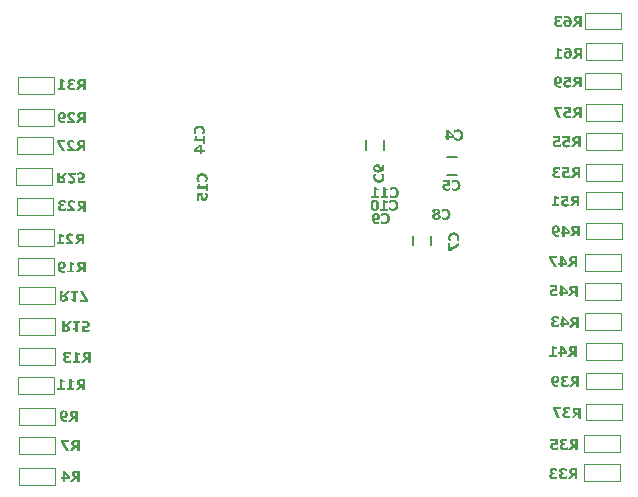
<source format=gbo>
G04*
G04 #@! TF.GenerationSoftware,Altium Limited,Altium Designer,23.10.1 (27)*
G04*
G04 Layer_Color=32896*
%FSLAX44Y44*%
%MOMM*%
G71*
G04*
G04 #@! TF.SameCoordinates,EDDF8714-B4F6-4BBB-B34A-9CA9A18AB3C3*
G04*
G04*
G04 #@! TF.FilePolarity,Positive*
G04*
G01*
G75*
%ADD12C,0.2000*%
%ADD14C,0.1016*%
G36*
X110459Y243488D02*
X110406Y241882D01*
X108518Y241944D01*
X108269Y234364D01*
X106254Y234430D01*
X106245Y234571D01*
X106220Y234685D01*
X106196Y234799D01*
X106157Y234898D01*
X106131Y234970D01*
X106105Y235027D01*
X106091Y235056D01*
X106078Y235070D01*
X105942Y235244D01*
X105805Y235361D01*
X105737Y235420D01*
X105681Y235450D01*
X105653Y235465D01*
X105640Y235480D01*
X105543Y235525D01*
X105431Y235571D01*
X105208Y235635D01*
X105110Y235652D01*
X105040Y235669D01*
X104984Y235685D01*
X104970Y235685D01*
X104675Y235723D01*
X104534Y235728D01*
X104408Y235746D01*
X104140Y235755D01*
X104189Y237248D01*
X106119Y237185D01*
X106278Y242017D01*
X104348Y242081D01*
X104401Y243687D01*
X110459Y243488D01*
D02*
G37*
G36*
X114770Y243346D02*
X118446Y235877D01*
X118386Y234045D01*
X111637Y234267D01*
X111694Y236000D01*
X116047Y235857D01*
X112220Y243430D01*
X114770Y243346D01*
D02*
G37*
G36*
X97271Y243922D02*
X97161Y240554D01*
X97978Y240527D01*
X100653Y243810D01*
X103457Y243718D01*
X100229Y239931D01*
X100506Y239767D01*
X100754Y239590D01*
X100973Y239399D01*
X101151Y239224D01*
X101287Y239079D01*
X101396Y238962D01*
X101450Y238876D01*
X101477Y238847D01*
X101623Y238574D01*
X101741Y238288D01*
X101816Y238003D01*
X101863Y237720D01*
X101883Y237479D01*
X101894Y237380D01*
X101905Y237281D01*
X101903Y237211D01*
X101901Y237154D01*
X101900Y237126D01*
X101899Y237112D01*
X101877Y236845D01*
X101840Y236606D01*
X101777Y236397D01*
X101729Y236229D01*
X101668Y236090D01*
X101608Y235979D01*
X101578Y235924D01*
X101563Y235896D01*
X101445Y235731D01*
X101299Y235580D01*
X101168Y235443D01*
X101037Y235335D01*
X100921Y235240D01*
X100834Y235172D01*
X100777Y235132D01*
X100748Y235119D01*
X100561Y235026D01*
X100375Y234948D01*
X100204Y234883D01*
X100033Y234832D01*
X99891Y234794D01*
X99791Y234769D01*
X99720Y234758D01*
X99692Y234759D01*
X99480Y234737D01*
X99240Y234717D01*
X99028Y234710D01*
X98816Y234703D01*
X98632Y234695D01*
X94673Y234825D01*
X94975Y243997D01*
X97271Y243922D01*
D02*
G37*
G36*
X116568Y218554D02*
X116907Y218540D01*
X117231Y218511D01*
X117499Y218483D01*
X117738Y218426D01*
X117936Y218384D01*
X118076Y218356D01*
X118119Y218341D01*
X118161Y218327D01*
X118175Y218313D01*
X118189Y218313D01*
X118429Y218214D01*
X118654Y218101D01*
X118837Y217988D01*
X119007Y217889D01*
X119147Y217791D01*
X119246Y217706D01*
X119302Y217649D01*
X119330Y217635D01*
X119499Y217466D01*
X119654Y217283D01*
X119781Y217113D01*
X119880Y216944D01*
X119964Y216803D01*
X120020Y216690D01*
X120048Y216620D01*
X120063Y216591D01*
X120147Y216352D01*
X120203Y216126D01*
X120259Y215900D01*
X120287Y215689D01*
X120301Y215506D01*
X120315Y215379D01*
X120315Y215322D01*
X120315Y215280D01*
Y215266D01*
X120315Y215252D01*
X120301Y214956D01*
X120272Y214688D01*
X120215Y214449D01*
X120173Y214251D01*
X120116Y214096D01*
X120060Y213969D01*
X120032Y213899D01*
X120017Y213871D01*
X119904Y213659D01*
X119763Y213490D01*
X119622Y213321D01*
X119495Y213195D01*
X119382Y213096D01*
X119284Y213012D01*
X119227Y212969D01*
X119199Y212955D01*
X119030Y212857D01*
X118861Y212772D01*
X118705Y212702D01*
X118550Y212646D01*
X118409Y212604D01*
X118310Y212575D01*
X118240Y212547D01*
X118212Y212547D01*
X117789Y212463D01*
X117577Y212435D01*
X117394Y212421D01*
X117225Y212407D01*
X116732Y212408D01*
X116675Y212422D01*
X116590Y212422D01*
X116421Y212436D01*
X116280Y212437D01*
X116224Y212451D01*
X116153Y212451D01*
X116152Y210914D01*
X120057Y210910D01*
X120055Y209176D01*
X113979Y209182D01*
X113984Y214328D01*
X114182Y214328D01*
X114450Y214271D01*
X114591Y214243D01*
X114717Y214214D01*
X114830Y214186D01*
X114915Y214172D01*
X114985Y214158D01*
X114999Y214158D01*
X115352Y214101D01*
X115521Y214087D01*
X115676Y214086D01*
X115803Y214072D01*
X115986Y214072D01*
X116240Y214086D01*
X116367Y214100D01*
X116494Y214100D01*
X116592Y214114D01*
X116677Y214128D01*
X116733Y214142D01*
X116747D01*
X116917Y214170D01*
X117058Y214212D01*
X117184Y214254D01*
X117297Y214296D01*
X117382Y214339D01*
X117452Y214381D01*
X117495Y214395D01*
X117509Y214409D01*
X117664Y214522D01*
X117777Y214648D01*
X117805Y214705D01*
X117833Y214747D01*
X117862Y214775D01*
Y214789D01*
X117946Y214972D01*
X117989Y215142D01*
X118003Y215226D01*
X118003Y215282D01*
X118003Y215325D01*
Y215339D01*
X118003Y215480D01*
X117989Y215607D01*
X117975Y215720D01*
X117947Y215804D01*
X117933Y215875D01*
X117905Y215931D01*
X117891Y215959D01*
X117891Y215973D01*
X117807Y216129D01*
X117708Y216255D01*
X117623Y216354D01*
X117609Y216368D01*
X117595Y216382D01*
X117497Y216467D01*
X117398Y216538D01*
X117173Y216637D01*
X117074Y216665D01*
X117003Y216693D01*
X116947Y216707D01*
X116933Y216707D01*
X116637Y216750D01*
X116510Y216778D01*
X116397Y216778D01*
X116299Y216793D01*
X116158Y216793D01*
X115876Y216779D01*
X115749Y216765D01*
X115636Y216751D01*
X115538Y216737D01*
X115467Y216723D01*
X115425Y216709D01*
X115411D01*
X115171Y216639D01*
X115058Y216611D01*
X114959Y216568D01*
X114875Y216540D01*
X114804Y216512D01*
X114762Y216498D01*
X114748Y216498D01*
X114621Y216442D01*
X114508Y216399D01*
X114409Y216357D01*
X114339Y216315D01*
X114268Y216287D01*
X114226Y216259D01*
X114198Y216245D01*
X114184Y216245D01*
X114029Y216160D01*
X113902Y216076D01*
X113817Y216020D01*
X113803Y216005D01*
X113591Y216006D01*
X113593Y218008D01*
X113777Y218078D01*
X113988Y218148D01*
X114186Y218218D01*
X114383Y218275D01*
X114552Y218317D01*
X114679Y218345D01*
X114735Y218359D01*
X114778Y218359D01*
X114792Y218373D01*
X114806D01*
X115088Y218429D01*
X115398Y218471D01*
X115680Y218499D01*
X115962Y218527D01*
X116202Y218541D01*
X116315Y218540D01*
X116399Y218554D01*
X116568Y218554D01*
D02*
G37*
G36*
X112099Y218361D02*
X112098Y216754D01*
X110209Y216756D01*
X110201Y209172D01*
X108186Y209174D01*
X108172Y209315D01*
X108144Y209428D01*
X108115Y209541D01*
X108073Y209639D01*
X108045Y209710D01*
X108017Y209766D01*
X108003Y209794D01*
X107989Y209809D01*
X107848Y209978D01*
X107707Y210091D01*
X107637Y210147D01*
X107580Y210175D01*
X107552Y210190D01*
X107538Y210204D01*
X107439Y210246D01*
X107327Y210289D01*
X107101Y210345D01*
X107002Y210359D01*
X106932Y210373D01*
X106876Y210388D01*
X106862Y210388D01*
X106566Y210416D01*
X106425Y210416D01*
X106298Y210430D01*
X106030Y210431D01*
X106031Y211925D01*
X107963Y211923D01*
X107967Y216758D01*
X106036Y216760D01*
X106038Y218367D01*
X112099Y218361D01*
D02*
G37*
G36*
X98905Y218374D02*
X98901Y215005D01*
X99719Y215004D01*
X102288Y218371D01*
X105093Y218368D01*
X101988Y214480D01*
X102270Y214325D01*
X102523Y214156D01*
X102749Y213972D01*
X102932Y213803D01*
X103073Y213662D01*
X103185Y213549D01*
X103242Y213464D01*
X103270Y213436D01*
X103425Y213168D01*
X103551Y212886D01*
X103636Y212604D01*
X103692Y212322D01*
X103720Y212082D01*
X103734Y211984D01*
X103748Y211885D01*
X103748Y211814D01*
X103748Y211758D01*
X103748Y211730D01*
X103747Y211716D01*
X103733Y211448D01*
X103705Y211208D01*
X103648Y210997D01*
X103606Y210828D01*
X103549Y210687D01*
X103493Y210574D01*
X103464Y210518D01*
X103450Y210490D01*
X103337Y210321D01*
X103196Y210166D01*
X103069Y210025D01*
X102942Y209912D01*
X102829Y209814D01*
X102745Y209743D01*
X102688Y209701D01*
X102660Y209687D01*
X102477Y209588D01*
X102293Y209504D01*
X102124Y209434D01*
X101955Y209377D01*
X101814Y209335D01*
X101715Y209307D01*
X101645Y209293D01*
X101616Y209293D01*
X101405Y209265D01*
X101165Y209237D01*
X100954Y209223D01*
X100742Y209209D01*
X100559Y209195D01*
X96598Y209199D01*
X96607Y218377D01*
X98905Y218374D01*
D02*
G37*
G36*
X112140Y82039D02*
X109842D01*
Y85409D01*
X109025D01*
X106459Y82039D01*
X103654D01*
X106755Y85930D01*
X106473Y86085D01*
X106219Y86255D01*
X105994Y86438D01*
X105810Y86607D01*
X105669Y86748D01*
X105557Y86861D01*
X105500Y86945D01*
X105472Y86973D01*
X105317Y87241D01*
X105190Y87523D01*
X105106Y87805D01*
X105049Y88087D01*
X105021Y88327D01*
X105007Y88426D01*
X104993Y88524D01*
Y88595D01*
Y88651D01*
Y88679D01*
Y88693D01*
X105007Y88961D01*
X105035Y89201D01*
X105091Y89412D01*
X105134Y89581D01*
X105190Y89722D01*
X105247Y89835D01*
X105275Y89892D01*
X105289Y89920D01*
X105402Y90089D01*
X105543Y90244D01*
X105669Y90385D01*
X105796Y90498D01*
X105909Y90596D01*
X105994Y90667D01*
X106050Y90709D01*
X106078Y90723D01*
X106262Y90822D01*
X106445Y90906D01*
X106614Y90977D01*
X106783Y91033D01*
X106924Y91076D01*
X107023Y91104D01*
X107093Y91118D01*
X107121D01*
X107333Y91146D01*
X107573Y91174D01*
X107784Y91188D01*
X107996Y91203D01*
X108179Y91217D01*
X112140D01*
Y82039D01*
D02*
G37*
G36*
X103639Y85888D02*
Y84182D01*
X99622D01*
Y82011D01*
X97381D01*
Y84182D01*
X96140D01*
Y85832D01*
X97381D01*
Y91217D01*
X99706D01*
X103639Y85888D01*
D02*
G37*
G36*
X116446Y168878D02*
X116414Y159701D01*
X114116Y159709D01*
X114128Y163078D01*
X113310Y163081D01*
X110733Y159721D01*
X107927Y159731D01*
X111042Y163610D01*
X110761Y163767D01*
X110508Y163937D01*
X110283Y164121D01*
X110100Y164291D01*
X109960Y164432D01*
X109847Y164545D01*
X109791Y164630D01*
X109763Y164658D01*
X109609Y164927D01*
X109483Y165209D01*
X109400Y165491D01*
X109344Y165773D01*
X109317Y166013D01*
X109303Y166112D01*
X109290Y166211D01*
X109290Y166281D01*
X109290Y166337D01*
X109290Y166366D01*
X109290Y166380D01*
X109305Y166647D01*
X109334Y166887D01*
X109391Y167098D01*
X109434Y167267D01*
X109491Y167408D01*
X109548Y167521D01*
X109576Y167577D01*
X109591Y167605D01*
X109704Y167774D01*
X109845Y167928D01*
X109973Y168069D01*
X110100Y168181D01*
X110213Y168280D01*
X110298Y168350D01*
X110355Y168392D01*
X110383Y168406D01*
X110566Y168504D01*
X110750Y168588D01*
X110919Y168658D01*
X111089Y168713D01*
X111230Y168755D01*
X111329Y168783D01*
X111399Y168797D01*
X111427Y168797D01*
X111639Y168824D01*
X111879Y168852D01*
X112090Y168865D01*
X112302Y168878D01*
X112485Y168892D01*
X116446Y168878D01*
D02*
G37*
G36*
X96823Y168962D02*
X96837Y168820D01*
X96865Y168708D01*
X96893Y168595D01*
X96934Y168496D01*
X96962Y168425D01*
X96990Y168369D01*
X97004Y168341D01*
X97018Y168326D01*
X97159Y168157D01*
X97299Y168043D01*
X97370Y167987D01*
X97426Y167959D01*
X97454Y167944D01*
X97468Y167930D01*
X97567Y167887D01*
X97679Y167845D01*
X97905Y167788D01*
X98003Y167773D01*
X98074Y167759D01*
X98130Y167745D01*
X98144Y167745D01*
X98440Y167715D01*
X98581Y167715D01*
X98708Y167700D01*
X98976Y167699D01*
X98970Y166205D01*
X97039Y166212D01*
X97022Y161377D01*
X98953Y161370D01*
X98948Y159763D01*
X92886Y159784D01*
X92892Y161391D01*
X94781Y161385D01*
X94808Y168969D01*
X96823Y168962D01*
D02*
G37*
G36*
X104859Y168933D02*
X104872Y168792D01*
X104900Y168679D01*
X104928Y168566D01*
X104970Y168467D01*
X104998Y168397D01*
X105026Y168340D01*
X105040Y168312D01*
X105054Y168298D01*
X105194Y168128D01*
X105335Y168015D01*
X105405Y167958D01*
X105461Y167930D01*
X105489Y167916D01*
X105503Y167902D01*
X105602Y167859D01*
X105715Y167816D01*
X105940Y167759D01*
X106039Y167745D01*
X106109Y167730D01*
X106165Y167716D01*
X106179Y167716D01*
X106475Y167687D01*
X106616Y167686D01*
X106743Y167672D01*
X107011Y167671D01*
X107006Y166176D01*
X105074Y166183D01*
X105057Y161348D01*
X106988Y161341D01*
X106983Y159734D01*
X100921Y159756D01*
X100927Y161363D01*
X102816Y161356D01*
X102843Y168940D01*
X104859Y168933D01*
D02*
G37*
G36*
X111768Y117301D02*
X111693Y108124D01*
X109396Y108142D01*
X109423Y111511D01*
X108605Y111518D01*
X106012Y108170D01*
X103207Y108193D01*
X106340Y112058D01*
X106060Y112216D01*
X105807Y112387D01*
X105583Y112572D01*
X105401Y112743D01*
X105261Y112885D01*
X105149Y112998D01*
X105094Y113083D01*
X105066Y113112D01*
X104913Y113381D01*
X104788Y113664D01*
X104706Y113947D01*
X104652Y114229D01*
X104626Y114469D01*
X104613Y114567D01*
X104599Y114666D01*
X104600Y114737D01*
X104600Y114793D01*
X104600Y114821D01*
X104601Y114836D01*
X104617Y115103D01*
X104647Y115343D01*
X104705Y115554D01*
X104749Y115722D01*
X104806Y115863D01*
X104864Y115975D01*
X104892Y116031D01*
X104907Y116060D01*
X105021Y116228D01*
X105163Y116382D01*
X105291Y116522D01*
X105419Y116633D01*
X105532Y116731D01*
X105618Y116801D01*
X105674Y116843D01*
X105702Y116857D01*
X105887Y116954D01*
X106070Y117037D01*
X106240Y117106D01*
X106410Y117161D01*
X106551Y117202D01*
X106650Y117229D01*
X106721Y117243D01*
X106749Y117243D01*
X106960Y117269D01*
X107200Y117296D01*
X107412Y117308D01*
X107624Y117320D01*
X107807Y117333D01*
X111768Y117301D01*
D02*
G37*
G36*
X102831Y117373D02*
X102817Y115639D01*
X98461Y115675D01*
X102474Y108199D01*
X99923Y108219D01*
X96064Y115596D01*
X96079Y117428D01*
X102831Y117373D01*
D02*
G37*
G36*
X98408Y142503D02*
X98690Y142485D01*
X98971Y142453D01*
X99210Y142408D01*
X99421Y142362D01*
X99590Y142318D01*
X99730Y142274D01*
X99814Y142245D01*
X99828Y142230D01*
X99842Y142230D01*
X100066Y142128D01*
X100276Y142013D01*
X100472Y141883D01*
X100626Y141769D01*
X100751Y141668D01*
X100835Y141582D01*
X100905Y141525D01*
X100918Y141511D01*
X101071Y141340D01*
X101210Y141155D01*
X101334Y140970D01*
X101417Y140814D01*
X101499Y140657D01*
X101554Y140544D01*
X101581Y140473D01*
X101595Y140459D01*
X101595Y140445D01*
X101677Y140218D01*
X101730Y139978D01*
X101769Y139752D01*
X101795Y139554D01*
X101807Y139370D01*
X101819Y139243D01*
X101818Y139187D01*
X101818Y139145D01*
X101818Y139131D01*
X101817Y139116D01*
X101799Y138778D01*
X101767Y138483D01*
X101721Y138230D01*
X101662Y138019D01*
X101617Y137836D01*
X101573Y137710D01*
X101544Y137640D01*
X101530Y137612D01*
X101414Y137402D01*
X101285Y137220D01*
X101156Y137053D01*
X101041Y136927D01*
X100927Y136816D01*
X100841Y136733D01*
X100784Y136677D01*
X100770Y136663D01*
X100486Y136498D01*
X100358Y136429D01*
X100231Y136374D01*
X100131Y136333D01*
X100046Y136306D01*
X99990Y136279D01*
X99976Y136279D01*
X99650Y136213D01*
X99495Y136201D01*
X99354Y136188D01*
X99227Y136176D01*
X99058Y136178D01*
X98832Y136195D01*
X98635Y136212D01*
X98452Y136243D01*
X98298Y136273D01*
X98185Y136302D01*
X98087Y136318D01*
X98031Y136347D01*
X98017Y136347D01*
X97694Y136492D01*
X97540Y136579D01*
X97401Y136665D01*
X97289Y136723D01*
X97191Y136781D01*
X97135Y136824D01*
X97107Y136838D01*
X97132Y136612D01*
X97172Y136414D01*
X97212Y136245D01*
X97266Y136089D01*
X97307Y135976D01*
X97348Y135876D01*
X97361Y135820D01*
X97375Y135806D01*
X97458Y135663D01*
X97541Y135521D01*
X97624Y135407D01*
X97707Y135308D01*
X97776Y135236D01*
X97832Y135165D01*
X97874Y135136D01*
X97888Y135122D01*
X98125Y134950D01*
X98251Y134892D01*
X98363Y134834D01*
X98462Y134790D01*
X98546Y134761D01*
X98602Y134732D01*
X98616Y134732D01*
X98925Y134657D01*
X99066Y134641D01*
X99192Y134626D01*
X99305Y134610D01*
X99671Y134605D01*
X99855Y134617D01*
X99996Y134629D01*
X100123Y134642D01*
X100236Y134654D01*
X100307Y134667D01*
X100349Y134681D01*
X100363Y134681D01*
X100576Y134748D01*
X100647Y134790D01*
X100718Y134817D01*
X100774Y134830D01*
X100817Y134858D01*
X100831Y134872D01*
X101014Y134869D01*
X100991Y133065D01*
X100920Y133052D01*
X100835Y133039D01*
X100637Y132999D01*
X100538Y132986D01*
X100454Y132988D01*
X100397Y132974D01*
X100383Y132975D01*
X100044Y132951D01*
X99889Y132939D01*
X99748Y132941D01*
X99635Y132928D01*
X99480Y132930D01*
X99015Y132950D01*
X98607Y132998D01*
X98241Y133059D01*
X98073Y133104D01*
X97918Y133134D01*
X97792Y133164D01*
X97665Y133208D01*
X97567Y133237D01*
X97483Y133266D01*
X97413Y133295D01*
X97371Y133310D01*
X97343Y133325D01*
X97328Y133325D01*
X97020Y133484D01*
X96741Y133671D01*
X96489Y133857D01*
X96280Y134029D01*
X96113Y134187D01*
X95974Y134330D01*
X95905Y134415D01*
X95877Y134429D01*
X95877Y134444D01*
X95683Y134714D01*
X95504Y134998D01*
X95366Y135282D01*
X95257Y135537D01*
X95161Y135778D01*
X95134Y135877D01*
X95107Y135948D01*
X95080Y136019D01*
X95067Y136075D01*
X95053Y136104D01*
X95053Y136118D01*
X94959Y136500D01*
X94894Y136867D01*
X94856Y137234D01*
X94818Y137573D01*
X94820Y137714D01*
X94808Y137855D01*
X94810Y137982D01*
X94797Y138081D01*
X94798Y138166D01*
X94799Y138222D01*
X94799Y138264D01*
X94799Y138278D01*
X94819Y138701D01*
X94852Y139081D01*
X94899Y139419D01*
X94945Y139714D01*
X94975Y139827D01*
X95005Y139939D01*
X95034Y140037D01*
X95049Y140122D01*
X95064Y140178D01*
X95079Y140220D01*
X95093Y140248D01*
X95093Y140262D01*
X95210Y140557D01*
X95340Y140823D01*
X95471Y141061D01*
X95600Y141257D01*
X95715Y141410D01*
X95815Y141522D01*
X95872Y141591D01*
X95901Y141619D01*
X96072Y141786D01*
X96257Y141925D01*
X96442Y142035D01*
X96613Y142132D01*
X96754Y142200D01*
X96882Y142255D01*
X96953Y142282D01*
X96967Y142296D01*
X96981Y142296D01*
X97222Y142363D01*
X97462Y142416D01*
X97702Y142456D01*
X97928Y142481D01*
X98126Y142492D01*
X98267Y142505D01*
X98408Y142503D01*
D02*
G37*
G36*
X110499Y142146D02*
X110379Y132970D01*
X108081Y133000D01*
X108125Y136369D01*
X107308Y136380D01*
X104698Y133045D01*
X101893Y133082D01*
X105045Y136931D01*
X104765Y137090D01*
X104514Y137262D01*
X104291Y137449D01*
X104110Y137620D01*
X103971Y137763D01*
X103859Y137877D01*
X103804Y137963D01*
X103776Y137991D01*
X103625Y138261D01*
X103502Y138545D01*
X103421Y138828D01*
X103368Y139110D01*
X103343Y139350D01*
X103330Y139449D01*
X103317Y139548D01*
X103318Y139618D01*
X103319Y139675D01*
X103320Y139703D01*
X103320Y139717D01*
X103337Y139985D01*
X103369Y140224D01*
X103428Y140435D01*
X103472Y140603D01*
X103531Y140744D01*
X103588Y140856D01*
X103617Y140912D01*
X103632Y140940D01*
X103747Y141107D01*
X103890Y141260D01*
X104018Y141400D01*
X104147Y141511D01*
X104261Y141608D01*
X104346Y141677D01*
X104403Y141719D01*
X104432Y141733D01*
X104616Y141829D01*
X104801Y141911D01*
X104971Y141979D01*
X105141Y142033D01*
X105282Y142074D01*
X105381Y142101D01*
X105452Y142114D01*
X105480Y142114D01*
X105692Y142139D01*
X105932Y142164D01*
X106144Y142175D01*
X106355Y142187D01*
X106538Y142198D01*
X110499Y142146D01*
D02*
G37*
G36*
X101559Y192224D02*
X101869Y192210D01*
X102136Y192182D01*
X102390Y192139D01*
X102602Y192097D01*
X102686Y192083D01*
X102757Y192069D01*
X102813Y192055D01*
X102855D01*
X102884Y192041D01*
X102898D01*
X103180Y191970D01*
X103433Y191900D01*
X103645Y191843D01*
X103828Y191787D01*
X103983Y191730D01*
X104082Y191688D01*
X104138Y191674D01*
X104166Y191660D01*
Y189701D01*
X103983D01*
X103856Y189771D01*
X103715Y189841D01*
X103659Y189870D01*
X103603Y189898D01*
X103574Y189926D01*
X103560D01*
X103363Y190025D01*
X103180Y190109D01*
X103123Y190138D01*
X103067Y190166D01*
X103039Y190180D01*
X103025D01*
X102771Y190264D01*
X102658Y190307D01*
X102559Y190335D01*
X102475Y190363D01*
X102404Y190377D01*
X102362Y190391D01*
X102348D01*
X102094Y190448D01*
X101967Y190462D01*
X101869D01*
X101784Y190476D01*
X101488D01*
X101319Y190462D01*
X101248Y190448D01*
X101192D01*
X101164Y190434D01*
X101150D01*
X100938Y190391D01*
X100783Y190335D01*
X100713Y190321D01*
X100670Y190293D01*
X100642Y190278D01*
X100628D01*
X100501Y190194D01*
X100403Y190095D01*
X100346Y190025D01*
X100318Y190011D01*
Y189996D01*
X100233Y189856D01*
X100191Y189715D01*
X100177Y189644D01*
Y189588D01*
Y189559D01*
Y189545D01*
Y189419D01*
X100205Y189306D01*
X100219Y189207D01*
X100247Y189137D01*
X100276Y189066D01*
X100290Y189024D01*
X100318Y188996D01*
Y188981D01*
X100431Y188841D01*
X100558Y188742D01*
X100614Y188700D01*
X100656Y188685D01*
X100684Y188657D01*
X100699D01*
X100896Y188587D01*
X101093Y188545D01*
X101178Y188516D01*
X101248D01*
X101291Y188502D01*
X101305D01*
X101573Y188488D01*
X101699D01*
X101812Y188474D01*
X102418D01*
Y186867D01*
X101544D01*
X101446Y186853D01*
X101305D01*
X101150Y186839D01*
X101023Y186825D01*
X100896Y186811D01*
X100797Y186782D01*
X100713Y186768D01*
X100656Y186740D01*
X100614Y186726D01*
X100600D01*
X100403Y186627D01*
X100247Y186529D01*
X100191Y186472D01*
X100149Y186444D01*
X100135Y186416D01*
X100121Y186402D01*
X100064Y186317D01*
X100008Y186218D01*
X99966Y186007D01*
X99951Y185908D01*
X99937Y185838D01*
Y185781D01*
Y185767D01*
Y185627D01*
X99951Y185500D01*
X99980Y185387D01*
X99994Y185288D01*
X100022Y185218D01*
X100050Y185161D01*
X100064Y185133D01*
Y185119D01*
X100177Y184964D01*
X100276Y184851D01*
X100360Y184767D01*
X100388Y184752D01*
X100403Y184738D01*
X100614Y184611D01*
X100840Y184541D01*
X100924Y184513D01*
X100995Y184499D01*
X101051Y184485D01*
X101065D01*
X101347Y184456D01*
X101460Y184442D01*
X101573D01*
X101657Y184428D01*
X101784D01*
X101995Y184442D01*
X102221Y184471D01*
X102432Y184499D01*
X102616Y184541D01*
X102785Y184583D01*
X102926Y184626D01*
X103011Y184640D01*
X103025Y184654D01*
X103039D01*
X103278Y184752D01*
X103504Y184851D01*
X103715Y184936D01*
X103884Y185034D01*
X104025Y185119D01*
X104138Y185175D01*
X104195Y185218D01*
X104223Y185232D01*
X104434D01*
Y183244D01*
X104237Y183160D01*
X104040Y183089D01*
X103828Y183018D01*
X103631Y182962D01*
X103462Y182920D01*
X103321Y182878D01*
X103264Y182863D01*
X103222D01*
X103208Y182849D01*
X103194D01*
X102898Y182793D01*
X102588Y182751D01*
X102277Y182708D01*
X101995Y182694D01*
X101742Y182680D01*
X101629Y182666D01*
X101361D01*
X101023Y182680D01*
X100713Y182694D01*
X100445Y182722D01*
X100205Y182765D01*
X100022Y182807D01*
X99881Y182835D01*
X99839Y182849D01*
X99796D01*
X99782Y182863D01*
X99768D01*
X99529Y182948D01*
X99303Y183047D01*
X99106Y183145D01*
X98937Y183244D01*
X98810Y183329D01*
X98697Y183399D01*
X98640Y183441D01*
X98612Y183456D01*
X98443Y183611D01*
X98288Y183766D01*
X98175Y183935D01*
X98062Y184076D01*
X97978Y184203D01*
X97921Y184315D01*
X97893Y184372D01*
X97879Y184400D01*
X97795Y184611D01*
X97738Y184837D01*
X97682Y185034D01*
X97654Y185232D01*
X97640Y185401D01*
X97626Y185528D01*
Y185612D01*
Y185627D01*
Y185641D01*
X97640Y185824D01*
X97654Y186007D01*
X97682Y186162D01*
X97710Y186289D01*
X97752Y186402D01*
X97781Y186472D01*
X97795Y186529D01*
X97809Y186543D01*
X97879Y186684D01*
X97964Y186796D01*
X98034Y186909D01*
X98105Y186994D01*
X98175Y187064D01*
X98232Y187121D01*
X98260Y187149D01*
X98274Y187163D01*
X98387Y187262D01*
X98499Y187332D01*
X98683Y187459D01*
X98767Y187487D01*
X98824Y187515D01*
X98866Y187544D01*
X98880D01*
X99106Y187614D01*
X99218Y187642D01*
X99317Y187670D01*
X99402Y187685D01*
X99458Y187699D01*
X99500Y187713D01*
X99515D01*
Y187797D01*
X99247Y187882D01*
X99021Y187995D01*
X98824Y188107D01*
X98640Y188249D01*
X98514Y188361D01*
X98415Y188460D01*
X98344Y188530D01*
X98330Y188559D01*
X98175Y188784D01*
X98062Y189024D01*
X97978Y189249D01*
X97921Y189461D01*
X97893Y189644D01*
X97865Y189799D01*
Y189856D01*
Y189898D01*
Y189912D01*
Y189926D01*
X97879Y190138D01*
X97907Y190321D01*
X97936Y190490D01*
X97978Y190645D01*
X98034Y190772D01*
X98062Y190856D01*
X98091Y190927D01*
X98105Y190941D01*
X98203Y191096D01*
X98316Y191251D01*
X98429Y191378D01*
X98542Y191477D01*
X98654Y191561D01*
X98739Y191618D01*
X98795Y191660D01*
X98810Y191674D01*
X98979Y191773D01*
X99148Y191857D01*
X99317Y191928D01*
X99486Y191984D01*
X99627Y192027D01*
X99740Y192055D01*
X99810Y192083D01*
X99839D01*
X100064Y192139D01*
X100304Y192167D01*
X100543Y192196D01*
X100769Y192224D01*
X100952D01*
X101107Y192238D01*
X101248D01*
X101559Y192224D01*
D02*
G37*
G36*
X121322Y182863D02*
X119025D01*
Y186233D01*
X118207D01*
X115641Y182863D01*
X112836D01*
X115938Y186754D01*
X115655Y186909D01*
X115402Y187078D01*
X115176Y187262D01*
X114993Y187431D01*
X114852Y187572D01*
X114739Y187685D01*
X114683Y187769D01*
X114655Y187797D01*
X114500Y188065D01*
X114373Y188347D01*
X114288Y188629D01*
X114232Y188911D01*
X114204Y189151D01*
X114189Y189249D01*
X114175Y189348D01*
Y189419D01*
Y189475D01*
Y189503D01*
Y189517D01*
X114189Y189785D01*
X114218Y190025D01*
X114274Y190236D01*
X114316Y190405D01*
X114373Y190546D01*
X114429Y190659D01*
X114457Y190716D01*
X114471Y190744D01*
X114584Y190913D01*
X114725Y191068D01*
X114852Y191209D01*
X114979Y191322D01*
X115092Y191420D01*
X115176Y191491D01*
X115233Y191533D01*
X115261Y191547D01*
X115444Y191646D01*
X115627Y191730D01*
X115796Y191801D01*
X115966Y191857D01*
X116107Y191900D01*
X116205Y191928D01*
X116276Y191942D01*
X116304D01*
X116515Y191970D01*
X116755Y191998D01*
X116966Y192012D01*
X117178Y192027D01*
X117361Y192041D01*
X121322D01*
Y182863D01*
D02*
G37*
G36*
X109749Y191914D02*
X109777Y191801D01*
X109805Y191688D01*
X109848Y191590D01*
X109876Y191519D01*
X109904Y191463D01*
X109918Y191434D01*
X109932Y191420D01*
X110073Y191251D01*
X110214Y191138D01*
X110285Y191082D01*
X110341Y191054D01*
X110369Y191040D01*
X110383Y191026D01*
X110482Y190983D01*
X110595Y190941D01*
X110820Y190885D01*
X110919Y190870D01*
X110989Y190856D01*
X111046Y190842D01*
X111060D01*
X111356Y190814D01*
X111497D01*
X111624Y190800D01*
X111892D01*
Y189306D01*
X109960D01*
Y184471D01*
X111892D01*
Y182863D01*
X105830D01*
Y184471D01*
X107719D01*
Y192055D01*
X109735D01*
X109749Y191914D01*
D02*
G37*
G36*
X103766Y292441D02*
X104048Y292427D01*
X104316Y292399D01*
X104570Y292356D01*
X104767Y292314D01*
X104866Y292300D01*
X104936Y292286D01*
X104993Y292272D01*
X105035D01*
X105063Y292258D01*
X105077D01*
X105359Y292187D01*
X105613Y292117D01*
X105810Y292046D01*
X105979Y291990D01*
X106106Y291948D01*
X106205Y291905D01*
X106261Y291891D01*
X106275Y291877D01*
Y289875D01*
X106106D01*
X106008Y289932D01*
X105895Y290002D01*
X105810Y290059D01*
X105782Y290087D01*
X105768D01*
X105585Y290200D01*
X105415Y290298D01*
X105345Y290326D01*
X105289Y290355D01*
X105246Y290383D01*
X105232D01*
X104993Y290467D01*
X104894Y290510D01*
X104795Y290538D01*
X104711Y290566D01*
X104654Y290580D01*
X104612Y290594D01*
X104598D01*
X104358Y290651D01*
X104246Y290665D01*
X104147Y290679D01*
X104062Y290693D01*
X103935D01*
X103696Y290679D01*
X103484Y290637D01*
X103301Y290580D01*
X103146Y290524D01*
X103033Y290453D01*
X102949Y290397D01*
X102892Y290355D01*
X102878Y290341D01*
X102751Y290200D01*
X102653Y290045D01*
X102582Y289890D01*
X102526Y289734D01*
X102497Y289594D01*
X102483Y289467D01*
Y289396D01*
Y289382D01*
Y289368D01*
X102497Y289156D01*
X102526Y288959D01*
X102582Y288776D01*
X102638Y288607D01*
X102695Y288466D01*
X102751Y288367D01*
X102779Y288297D01*
X102794Y288268D01*
X102920Y288057D01*
X103075Y287845D01*
X103230Y287634D01*
X103385Y287451D01*
X103541Y287282D01*
X103653Y287141D01*
X103738Y287056D01*
X103752Y287042D01*
X103766Y287028D01*
X103963Y286816D01*
X104175Y286619D01*
X104372Y286422D01*
X104570Y286238D01*
X104739Y286097D01*
X104866Y285970D01*
X104950Y285900D01*
X104964Y285886D01*
X104979Y285872D01*
X105232Y285646D01*
X105500Y285421D01*
X105754Y285209D01*
X105993Y285012D01*
X106191Y284843D01*
X106360Y284716D01*
X106416Y284674D01*
X106459Y284631D01*
X106487Y284617D01*
X106501Y284603D01*
Y283109D01*
X99763D01*
Y284843D01*
X103653D01*
X103555Y284913D01*
X103428Y285012D01*
X103188Y285209D01*
X103075Y285294D01*
X102977Y285364D01*
X102920Y285421D01*
X102892Y285435D01*
X102497Y285773D01*
X102328Y285942D01*
X102159Y286097D01*
X102018Y286224D01*
X101919Y286323D01*
X101849Y286394D01*
X101821Y286422D01*
X101511Y286746D01*
X101243Y287056D01*
X101031Y287338D01*
X100848Y287592D01*
X100721Y287789D01*
X100665Y287874D01*
X100623Y287944D01*
X100594Y288015D01*
X100566Y288057D01*
X100552Y288071D01*
Y288085D01*
X100425Y288381D01*
X100326Y288663D01*
X100256Y288931D01*
X100200Y289171D01*
X100171Y289382D01*
Y289467D01*
X100157Y289537D01*
Y289594D01*
Y289636D01*
Y289664D01*
Y289678D01*
X100171Y289918D01*
X100200Y290143D01*
X100242Y290355D01*
X100284Y290552D01*
X100355Y290735D01*
X100425Y290905D01*
X100496Y291060D01*
X100580Y291186D01*
X100665Y291313D01*
X100735Y291426D01*
X100806Y291511D01*
X100876Y291581D01*
X100919Y291652D01*
X100961Y291694D01*
X100989Y291708D01*
X101003Y291722D01*
X101172Y291849D01*
X101356Y291962D01*
X101539Y292061D01*
X101750Y292145D01*
X102159Y292272D01*
X102554Y292371D01*
X102751Y292399D01*
X102920Y292413D01*
X103075Y292427D01*
X103216Y292441D01*
X103329Y292455D01*
X103484D01*
X103766Y292441D01*
D02*
G37*
G36*
X115650Y283109D02*
X113352D01*
Y286478D01*
X112535D01*
X109969Y283109D01*
X107163D01*
X110265Y287000D01*
X109983Y287155D01*
X109729Y287324D01*
X109504Y287507D01*
X109320Y287676D01*
X109179Y287817D01*
X109067Y287930D01*
X109010Y288015D01*
X108982Y288043D01*
X108827Y288311D01*
X108700Y288593D01*
X108616Y288874D01*
X108559Y289156D01*
X108531Y289396D01*
X108517Y289495D01*
X108503Y289594D01*
Y289664D01*
Y289720D01*
Y289748D01*
Y289763D01*
X108517Y290030D01*
X108545Y290270D01*
X108601Y290482D01*
X108644Y290651D01*
X108700Y290792D01*
X108757Y290905D01*
X108785Y290961D01*
X108799Y290989D01*
X108912Y291158D01*
X109052Y291313D01*
X109179Y291454D01*
X109306Y291567D01*
X109419Y291666D01*
X109504Y291736D01*
X109560Y291779D01*
X109588Y291793D01*
X109771Y291891D01*
X109955Y291976D01*
X110124Y292046D01*
X110293Y292103D01*
X110434Y292145D01*
X110533Y292173D01*
X110603Y292187D01*
X110631D01*
X110843Y292215D01*
X111082Y292244D01*
X111294Y292258D01*
X111505Y292272D01*
X111689Y292286D01*
X115650D01*
Y283109D01*
D02*
G37*
G36*
X96041Y292159D02*
X96069Y292046D01*
X96097Y291934D01*
X96140Y291835D01*
X96168Y291764D01*
X96196Y291708D01*
X96210Y291680D01*
X96224Y291666D01*
X96365Y291497D01*
X96506Y291384D01*
X96577Y291327D01*
X96633Y291299D01*
X96661Y291285D01*
X96675Y291271D01*
X96774Y291229D01*
X96887Y291186D01*
X97112Y291130D01*
X97211Y291116D01*
X97282Y291102D01*
X97338Y291088D01*
X97352D01*
X97648Y291060D01*
X97789D01*
X97916Y291045D01*
X98184D01*
Y289551D01*
X96252D01*
Y284716D01*
X98184D01*
Y283109D01*
X92122D01*
Y284716D01*
X94011D01*
Y292300D01*
X96027D01*
X96041Y292159D01*
D02*
G37*
G36*
X96895Y268671D02*
X97177Y268643D01*
X97416Y268600D01*
X97628Y268558D01*
X97797Y268516D01*
X97938Y268473D01*
X98023Y268445D01*
X98037Y268431D01*
X98051D01*
X98276Y268333D01*
X98488Y268220D01*
X98685Y268093D01*
X98840Y267980D01*
X98967Y267881D01*
X99052Y267797D01*
X99122Y267740D01*
X99136Y267726D01*
X99291Y267557D01*
X99432Y267374D01*
X99559Y267191D01*
X99644Y267036D01*
X99728Y266880D01*
X99785Y266768D01*
X99813Y266697D01*
X99827Y266683D01*
Y266669D01*
X99912Y266444D01*
X99968Y266204D01*
X100010Y265978D01*
X100038Y265781D01*
X100053Y265598D01*
X100067Y265471D01*
Y265414D01*
Y265372D01*
Y265358D01*
Y265344D01*
X100053Y265006D01*
X100024Y264709D01*
X99982Y264456D01*
X99926Y264244D01*
X99883Y264061D01*
X99841Y263934D01*
X99813Y263864D01*
X99799Y263836D01*
X99686Y263624D01*
X99559Y263441D01*
X99432Y263272D01*
X99320Y263145D01*
X99207Y263032D01*
X99122Y262947D01*
X99066Y262891D01*
X99052Y262877D01*
X98770Y262708D01*
X98643Y262637D01*
X98516Y262581D01*
X98417Y262539D01*
X98333Y262510D01*
X98276Y262482D01*
X98262D01*
X97938Y262412D01*
X97783Y262398D01*
X97642Y262383D01*
X97515Y262369D01*
X97346D01*
X97121Y262383D01*
X96923Y262398D01*
X96740Y262426D01*
X96585Y262454D01*
X96472Y262482D01*
X96373Y262496D01*
X96317Y262525D01*
X96303D01*
X95979Y262666D01*
X95823Y262750D01*
X95683Y262835D01*
X95570Y262891D01*
X95471Y262947D01*
X95415Y262990D01*
X95386Y263004D01*
X95415Y262778D01*
X95457Y262581D01*
X95499Y262412D01*
X95556Y262257D01*
X95598Y262144D01*
X95640Y262045D01*
X95654Y261989D01*
X95668Y261975D01*
X95753Y261834D01*
X95838Y261693D01*
X95922Y261580D01*
X96007Y261481D01*
X96077Y261411D01*
X96134Y261340D01*
X96176Y261312D01*
X96190Y261298D01*
X96430Y261129D01*
X96557Y261073D01*
X96669Y261016D01*
X96768Y260974D01*
X96853Y260946D01*
X96909Y260917D01*
X96923D01*
X97233Y260847D01*
X97374Y260833D01*
X97501Y260819D01*
X97614Y260805D01*
X97980D01*
X98164Y260819D01*
X98305Y260833D01*
X98432Y260847D01*
X98544Y260861D01*
X98615Y260875D01*
X98657Y260889D01*
X98671D01*
X98883Y260960D01*
X98953Y261002D01*
X99024Y261030D01*
X99080Y261044D01*
X99122Y261073D01*
X99136Y261087D01*
X99320D01*
Y259282D01*
X99249Y259268D01*
X99164Y259254D01*
X98967Y259212D01*
X98869Y259198D01*
X98784D01*
X98728Y259184D01*
X98713D01*
X98375Y259155D01*
X98220Y259141D01*
X98079D01*
X97966Y259127D01*
X97811D01*
X97346Y259141D01*
X96937Y259184D01*
X96571Y259240D01*
X96402Y259282D01*
X96246Y259310D01*
X96120Y259339D01*
X95993Y259381D01*
X95894Y259409D01*
X95809Y259437D01*
X95739Y259465D01*
X95697Y259480D01*
X95668Y259494D01*
X95654D01*
X95344Y259649D01*
X95062Y259832D01*
X94809Y260015D01*
X94597Y260184D01*
X94428Y260340D01*
X94287Y260480D01*
X94216Y260565D01*
X94188Y260579D01*
Y260593D01*
X93991Y260861D01*
X93808Y261143D01*
X93667Y261425D01*
X93554Y261679D01*
X93455Y261918D01*
X93427Y262017D01*
X93399Y262087D01*
X93371Y262158D01*
X93357Y262214D01*
X93343Y262243D01*
Y262257D01*
X93244Y262637D01*
X93173Y263004D01*
X93131Y263370D01*
X93089Y263709D01*
Y263850D01*
X93075Y263991D01*
Y264118D01*
X93061Y264216D01*
Y264301D01*
Y264357D01*
Y264399D01*
Y264414D01*
X93075Y264836D01*
X93103Y265217D01*
X93145Y265555D01*
X93187Y265851D01*
X93216Y265964D01*
X93244Y266077D01*
X93272Y266176D01*
X93286Y266260D01*
X93300Y266317D01*
X93314Y266359D01*
X93328Y266387D01*
Y266401D01*
X93441Y266697D01*
X93568Y266965D01*
X93695Y267205D01*
X93822Y267402D01*
X93934Y267557D01*
X94033Y267670D01*
X94090Y267740D01*
X94118Y267769D01*
X94287Y267938D01*
X94470Y268079D01*
X94654Y268192D01*
X94823Y268290D01*
X94964Y268361D01*
X95091Y268417D01*
X95161Y268445D01*
X95175Y268459D01*
X95189D01*
X95429Y268530D01*
X95668Y268586D01*
X95908Y268629D01*
X96134Y268657D01*
X96331Y268671D01*
X96472Y268685D01*
X96613D01*
X96895Y268671D01*
D02*
G37*
G36*
X116743Y259310D02*
X114446D01*
Y262680D01*
X113628D01*
X111062Y259310D01*
X108257D01*
X111358Y263201D01*
X111076Y263356D01*
X110823Y263525D01*
X110597Y263709D01*
X110414Y263878D01*
X110273Y264019D01*
X110160Y264132D01*
X110104Y264216D01*
X110076Y264244D01*
X109921Y264512D01*
X109794Y264794D01*
X109709Y265076D01*
X109653Y265358D01*
X109625Y265598D01*
X109610Y265696D01*
X109596Y265795D01*
Y265865D01*
Y265922D01*
Y265950D01*
Y265964D01*
X109610Y266232D01*
X109639Y266472D01*
X109695Y266683D01*
X109737Y266852D01*
X109794Y266993D01*
X109850Y267106D01*
X109878Y267162D01*
X109892Y267191D01*
X110005Y267360D01*
X110146Y267515D01*
X110273Y267656D01*
X110400Y267769D01*
X110513Y267867D01*
X110597Y267938D01*
X110654Y267980D01*
X110682Y267994D01*
X110865Y268093D01*
X111048Y268177D01*
X111217Y268248D01*
X111387Y268304D01*
X111528Y268347D01*
X111626Y268375D01*
X111697Y268389D01*
X111725D01*
X111936Y268417D01*
X112176Y268445D01*
X112388Y268459D01*
X112599Y268473D01*
X112782Y268487D01*
X116743D01*
Y259310D01*
D02*
G37*
G36*
X105170Y268361D02*
X105198Y268248D01*
X105226Y268135D01*
X105268Y268036D01*
X105297Y267966D01*
X105325Y267910D01*
X105339Y267881D01*
X105353Y267867D01*
X105494Y267698D01*
X105635Y267585D01*
X105705Y267529D01*
X105762Y267501D01*
X105790Y267487D01*
X105804Y267472D01*
X105903Y267430D01*
X106016Y267388D01*
X106241Y267332D01*
X106340Y267318D01*
X106410Y267303D01*
X106467Y267289D01*
X106481D01*
X106777Y267261D01*
X106918D01*
X107045Y267247D01*
X107313D01*
Y265753D01*
X105381D01*
Y260917D01*
X107313D01*
Y259310D01*
X101251D01*
Y260917D01*
X103140D01*
Y268502D01*
X105156D01*
X105170Y268361D01*
D02*
G37*
G36*
X97923Y340028D02*
X98205Y339873D01*
X98459Y339703D01*
X98685Y339520D01*
X98868Y339351D01*
X99009Y339210D01*
X99122Y339097D01*
X99178Y339013D01*
X99206Y338984D01*
X99361Y338717D01*
X99488Y338435D01*
X99573Y338153D01*
X99629Y337871D01*
X99657Y337631D01*
X99671Y337533D01*
X99686Y337434D01*
Y337363D01*
Y337307D01*
Y337279D01*
Y337265D01*
X99671Y336997D01*
X99643Y336757D01*
X99587Y336546D01*
X99545Y336377D01*
X99488Y336236D01*
X99432Y336123D01*
X99404Y336066D01*
X99389Y336038D01*
X99277Y335869D01*
X99136Y335714D01*
X99009Y335573D01*
X98882Y335460D01*
X98769Y335362D01*
X98685Y335291D01*
X98628Y335249D01*
X98600Y335235D01*
X98417Y335136D01*
X98234Y335051D01*
X98064Y334981D01*
X97895Y334925D01*
X97754Y334882D01*
X97656Y334854D01*
X97585Y334840D01*
X97557D01*
X97345Y334812D01*
X97106Y334784D01*
X96894Y334770D01*
X96683Y334755D01*
X96500Y334741D01*
X92538D01*
Y343918D01*
X94836D01*
Y340549D01*
X95654D01*
X98219Y343918D01*
X101025D01*
X97923Y340028D01*
D02*
G37*
G36*
X112838Y344102D02*
X113162Y344073D01*
X113430Y344045D01*
X113670Y343989D01*
X113867Y343947D01*
X114008Y343918D01*
X114050Y343904D01*
X114093Y343890D01*
X114107Y343876D01*
X114121D01*
X114361Y343778D01*
X114586Y343665D01*
X114769Y343552D01*
X114938Y343453D01*
X115079Y343355D01*
X115178Y343270D01*
X115234Y343214D01*
X115263Y343200D01*
X115432Y343030D01*
X115587Y342847D01*
X115714Y342678D01*
X115813Y342509D01*
X115897Y342368D01*
X115954Y342255D01*
X115982Y342184D01*
X115996Y342156D01*
X116080Y341917D01*
X116137Y341691D01*
X116193Y341466D01*
X116221Y341254D01*
X116235Y341071D01*
X116250Y340944D01*
Y340888D01*
Y340845D01*
Y340831D01*
Y340817D01*
X116235Y340521D01*
X116207Y340253D01*
X116151Y340014D01*
X116109Y339816D01*
X116052Y339661D01*
X115996Y339534D01*
X115968Y339464D01*
X115954Y339436D01*
X115841Y339224D01*
X115700Y339055D01*
X115559Y338886D01*
X115432Y338759D01*
X115319Y338660D01*
X115220Y338576D01*
X115164Y338533D01*
X115136Y338519D01*
X114967Y338421D01*
X114797Y338336D01*
X114642Y338266D01*
X114487Y338209D01*
X114346Y338167D01*
X114248Y338139D01*
X114177Y338111D01*
X114149D01*
X113726Y338026D01*
X113515Y337998D01*
X113331Y337984D01*
X113162Y337970D01*
X112669D01*
X112612Y337984D01*
X112528D01*
X112359Y337998D01*
X112218D01*
X112161Y338012D01*
X112091D01*
Y336475D01*
X115996D01*
Y334741D01*
X109920D01*
Y339887D01*
X110117D01*
X110385Y339830D01*
X110526Y339802D01*
X110653Y339774D01*
X110766Y339746D01*
X110850Y339732D01*
X110921Y339718D01*
X110935D01*
X111287Y339661D01*
X111456Y339647D01*
X111612D01*
X111739Y339633D01*
X111922D01*
X112176Y339647D01*
X112302Y339661D01*
X112429D01*
X112528Y339675D01*
X112612Y339689D01*
X112669Y339703D01*
X112683D01*
X112852Y339732D01*
X112993Y339774D01*
X113120Y339816D01*
X113233Y339859D01*
X113317Y339901D01*
X113388Y339943D01*
X113430Y339957D01*
X113444Y339971D01*
X113599Y340084D01*
X113712Y340211D01*
X113740Y340267D01*
X113769Y340310D01*
X113797Y340338D01*
Y340352D01*
X113881Y340535D01*
X113924Y340704D01*
X113938Y340789D01*
Y340845D01*
Y340888D01*
Y340902D01*
Y341043D01*
X113924Y341170D01*
X113909Y341282D01*
X113881Y341367D01*
X113867Y341437D01*
X113839Y341494D01*
X113825Y341522D01*
Y341536D01*
X113740Y341691D01*
X113642Y341818D01*
X113557Y341917D01*
X113543Y341931D01*
X113529Y341945D01*
X113430Y342029D01*
X113331Y342100D01*
X113106Y342199D01*
X113007Y342227D01*
X112937Y342255D01*
X112880Y342269D01*
X112866D01*
X112570Y342311D01*
X112443Y342340D01*
X112331D01*
X112232Y342354D01*
X112091D01*
X111809Y342340D01*
X111682Y342326D01*
X111569Y342311D01*
X111471Y342297D01*
X111400Y342283D01*
X111358Y342269D01*
X111344D01*
X111104Y342199D01*
X110991Y342170D01*
X110893Y342128D01*
X110808Y342100D01*
X110738Y342072D01*
X110695Y342058D01*
X110681D01*
X110554Y342001D01*
X110442Y341959D01*
X110343Y341917D01*
X110272Y341874D01*
X110202Y341846D01*
X110160Y341818D01*
X110131Y341804D01*
X110117D01*
X109962Y341719D01*
X109835Y341635D01*
X109751Y341578D01*
X109737Y341564D01*
X109525D01*
Y343566D01*
X109708Y343637D01*
X109920Y343707D01*
X110117Y343778D01*
X110315Y343834D01*
X110484Y343876D01*
X110611Y343904D01*
X110667Y343918D01*
X110709D01*
X110723Y343933D01*
X110738D01*
X111019Y343989D01*
X111330Y344031D01*
X111612Y344059D01*
X111894Y344088D01*
X112133Y344102D01*
X112246D01*
X112331Y344116D01*
X112500D01*
X112838Y344102D01*
D02*
G37*
G36*
X108426Y342184D02*
X104535D01*
X104634Y342114D01*
X104761Y342015D01*
X105000Y341818D01*
X105113Y341733D01*
X105212Y341663D01*
X105268Y341607D01*
X105296Y341592D01*
X105691Y341254D01*
X105860Y341085D01*
X106029Y340930D01*
X106170Y340803D01*
X106269Y340704D01*
X106339Y340634D01*
X106368Y340606D01*
X106678Y340281D01*
X106945Y339971D01*
X107157Y339689D01*
X107340Y339436D01*
X107467Y339238D01*
X107523Y339154D01*
X107566Y339083D01*
X107594Y339013D01*
X107622Y338970D01*
X107636Y338956D01*
Y338942D01*
X107763Y338646D01*
X107862Y338364D01*
X107932Y338096D01*
X107989Y337857D01*
X108017Y337645D01*
Y337561D01*
X108031Y337490D01*
Y337434D01*
Y337392D01*
Y337363D01*
Y337349D01*
X108017Y337110D01*
X107989Y336884D01*
X107946Y336673D01*
X107904Y336475D01*
X107834Y336292D01*
X107763Y336123D01*
X107693Y335968D01*
X107608Y335841D01*
X107523Y335714D01*
X107453Y335601D01*
X107382Y335517D01*
X107312Y335446D01*
X107270Y335376D01*
X107227Y335333D01*
X107199Y335319D01*
X107185Y335305D01*
X107016Y335178D01*
X106833Y335065D01*
X106650Y334967D01*
X106438Y334882D01*
X106029Y334755D01*
X105634Y334657D01*
X105437Y334628D01*
X105268Y334614D01*
X105113Y334600D01*
X104972Y334586D01*
X104859Y334572D01*
X104704D01*
X104422Y334586D01*
X104140Y334600D01*
X103872Y334628D01*
X103619Y334671D01*
X103421Y334713D01*
X103323Y334727D01*
X103252Y334741D01*
X103196Y334755D01*
X103153D01*
X103125Y334770D01*
X103111D01*
X102829Y334840D01*
X102575Y334911D01*
X102378Y334981D01*
X102209Y335037D01*
X102082Y335080D01*
X101983Y335122D01*
X101927Y335136D01*
X101913Y335150D01*
Y337152D01*
X102082D01*
X102181Y337095D01*
X102294Y337025D01*
X102378Y336969D01*
X102406Y336940D01*
X102420D01*
X102604Y336828D01*
X102773Y336729D01*
X102843Y336701D01*
X102900Y336673D01*
X102942Y336644D01*
X102956D01*
X103196Y336560D01*
X103294Y336517D01*
X103393Y336489D01*
X103478Y336461D01*
X103534Y336447D01*
X103576Y336433D01*
X103590D01*
X103830Y336377D01*
X103943Y336362D01*
X104042Y336348D01*
X104126Y336334D01*
X104253D01*
X104493Y336348D01*
X104704Y336391D01*
X104887Y336447D01*
X105042Y336503D01*
X105155Y336574D01*
X105240Y336630D01*
X105296Y336673D01*
X105310Y336687D01*
X105437Y336828D01*
X105536Y336983D01*
X105606Y337138D01*
X105663Y337293D01*
X105691Y337434D01*
X105705Y337561D01*
Y337631D01*
Y337645D01*
Y337659D01*
X105691Y337871D01*
X105663Y338068D01*
X105606Y338251D01*
X105550Y338421D01*
X105493Y338562D01*
X105437Y338660D01*
X105409Y338731D01*
X105395Y338759D01*
X105268Y338970D01*
X105113Y339182D01*
X104958Y339393D01*
X104803Y339577D01*
X104648Y339746D01*
X104535Y339887D01*
X104450Y339971D01*
X104436Y339985D01*
X104422Y340000D01*
X104225Y340211D01*
X104013Y340408D01*
X103816Y340606D01*
X103619Y340789D01*
X103449Y340930D01*
X103323Y341057D01*
X103238Y341127D01*
X103224Y341141D01*
X103210Y341156D01*
X102956Y341381D01*
X102688Y341607D01*
X102435Y341818D01*
X102195Y342015D01*
X101997Y342184D01*
X101828Y342311D01*
X101772Y342354D01*
X101730Y342396D01*
X101701Y342410D01*
X101687Y342424D01*
Y343918D01*
X108426D01*
Y342184D01*
D02*
G37*
G36*
X97029Y320673D02*
X97339Y320653D01*
X97648Y320633D01*
X97916Y320599D01*
X98168Y320551D01*
X98379Y320505D01*
X98463Y320489D01*
X98533Y320474D01*
X98590Y320458D01*
X98632Y320458D01*
X98660Y320443D01*
X98674Y320443D01*
X98954Y320366D01*
X99207Y320291D01*
X99417Y320230D01*
X99599Y320170D01*
X99753Y320111D01*
X99851Y320066D01*
X99907Y320051D01*
X99935Y320036D01*
X99895Y318077D01*
X99712Y318081D01*
X99586Y318154D01*
X99447Y318227D01*
X99391Y318257D01*
X99335Y318286D01*
X99308Y318315D01*
X99293Y318315D01*
X99098Y318418D01*
X98917Y318506D01*
X98861Y318535D01*
X98805Y318565D01*
X98777Y318579D01*
X98763Y318580D01*
X98511Y318669D01*
X98399Y318714D01*
X98301Y318744D01*
X98217Y318774D01*
X98147Y318790D01*
X98105Y318804D01*
X98091Y318805D01*
X97838Y318866D01*
X97712Y318883D01*
X97613Y318885D01*
X97529Y318901D01*
X97233Y318907D01*
X97063Y318896D01*
X96993Y318883D01*
X96936Y318885D01*
X96908Y318871D01*
X96894Y318871D01*
X96681Y318833D01*
X96525Y318780D01*
X96454Y318767D01*
X96412Y318740D01*
X96383Y318727D01*
X96369Y318727D01*
X96241Y318645D01*
X96140Y318548D01*
X96082Y318479D01*
X96054Y318465D01*
X96053Y318451D01*
X95966Y318312D01*
X95921Y318172D01*
X95905Y318102D01*
X95904Y318045D01*
X95904Y318017D01*
X95903Y318003D01*
X95901Y317876D01*
X95927Y317763D01*
X95939Y317664D01*
X95965Y317593D01*
X95992Y317522D01*
X96005Y317479D01*
X96033Y317450D01*
X96033Y317436D01*
X96143Y317293D01*
X96267Y317192D01*
X96323Y317148D01*
X96365Y317134D01*
X96393Y317105D01*
X96407Y317104D01*
X96603Y317030D01*
X96799Y316984D01*
X96883Y316954D01*
X96954Y316952D01*
X96996Y316938D01*
X97010Y316937D01*
X97277Y316918D01*
X97404Y316915D01*
X97516Y316899D01*
X98123Y316887D01*
X98090Y315280D01*
X97216Y315297D01*
X97117Y315285D01*
X96976Y315288D01*
X96821Y315277D01*
X96694Y315266D01*
X96567Y315254D01*
X96468Y315228D01*
X96383Y315216D01*
X96326Y315189D01*
X96283Y315175D01*
X96269Y315176D01*
X96070Y315081D01*
X95913Y314985D01*
X95855Y314930D01*
X95812Y314903D01*
X95798Y314875D01*
X95783Y314861D01*
X95725Y314778D01*
X95667Y314680D01*
X95620Y314470D01*
X95604Y314371D01*
X95589Y314301D01*
X95588Y314245D01*
X95587Y314231D01*
X95584Y314090D01*
X95596Y313962D01*
X95622Y313849D01*
X95634Y313750D01*
X95661Y313679D01*
X95688Y313622D01*
X95701Y313594D01*
X95701Y313580D01*
X95811Y313422D01*
X95907Y313308D01*
X95990Y313221D01*
X96018Y313207D01*
X96032Y313192D01*
X96240Y313061D01*
X96465Y312986D01*
X96549Y312956D01*
X96619Y312941D01*
X96675Y312925D01*
X96689Y312925D01*
X96970Y312891D01*
X97083Y312875D01*
X97195Y312873D01*
X97280Y312857D01*
X97407Y312854D01*
X97618Y312864D01*
X97844Y312888D01*
X98056Y312912D01*
X98240Y312950D01*
X98410Y312989D01*
X98552Y313029D01*
X98637Y313041D01*
X98651Y313055D01*
X98665Y313054D01*
X98907Y313148D01*
X99135Y313242D01*
X99348Y313323D01*
X99519Y313418D01*
X99661Y313500D01*
X99775Y313554D01*
X99833Y313595D01*
X99861Y313608D01*
X100072Y313604D01*
X100032Y311617D01*
X99833Y311536D01*
X99635Y311470D01*
X99422Y311404D01*
X99223Y311351D01*
X99053Y311312D01*
X98911Y311273D01*
X98855Y311260D01*
X98813Y311261D01*
X98798Y311247D01*
X98784Y311247D01*
X98487Y311197D01*
X98176Y311161D01*
X97865Y311125D01*
X97583Y311117D01*
X97329Y311108D01*
X97216Y311096D01*
X96948Y311101D01*
X96610Y311122D01*
X96300Y311142D01*
X96033Y311176D01*
X95794Y311223D01*
X95612Y311269D01*
X95472Y311300D01*
X95430Y311315D01*
X95387Y311316D01*
X95373Y311330D01*
X95359Y311331D01*
X95121Y311420D01*
X94898Y311523D01*
X94703Y311626D01*
X94536Y311728D01*
X94410Y311815D01*
X94299Y311888D01*
X94244Y311931D01*
X94216Y311946D01*
X94050Y312104D01*
X93898Y312263D01*
X93788Y312434D01*
X93679Y312577D01*
X93596Y312706D01*
X93542Y312820D01*
X93515Y312877D01*
X93502Y312905D01*
X93422Y313118D01*
X93370Y313345D01*
X93317Y313543D01*
X93293Y313741D01*
X93282Y313911D01*
X93271Y314038D01*
X93273Y314122D01*
X93273Y314136D01*
X93273Y314151D01*
X93291Y314333D01*
X93309Y314516D01*
X93340Y314671D01*
X93371Y314797D01*
X93415Y314909D01*
X93445Y314979D01*
X93460Y315035D01*
X93475Y315049D01*
X93548Y315188D01*
X93635Y315299D01*
X93708Y315411D01*
X93780Y315494D01*
X93852Y315563D01*
X93909Y315618D01*
X93938Y315646D01*
X93952Y315660D01*
X94067Y315756D01*
X94181Y315824D01*
X94367Y315947D01*
X94452Y315974D01*
X94509Y316001D01*
X94552Y316028D01*
X94566Y316028D01*
X94793Y316094D01*
X94906Y316120D01*
X95006Y316146D01*
X95090Y316158D01*
X95147Y316171D01*
X95190Y316184D01*
X95204Y316184D01*
X95205Y316269D01*
X94939Y316359D01*
X94716Y316476D01*
X94521Y316593D01*
X94341Y316737D01*
X94216Y316853D01*
X94120Y316953D01*
X94051Y317025D01*
X94037Y317054D01*
X93886Y317282D01*
X93779Y317524D01*
X93699Y317752D01*
X93646Y317964D01*
X93622Y318148D01*
X93597Y318303D01*
X93598Y318360D01*
X93599Y318402D01*
X93599Y318416D01*
X93600Y318430D01*
X93618Y318641D01*
X93650Y318824D01*
X93681Y318993D01*
X93727Y319147D01*
X93786Y319272D01*
X93816Y319356D01*
X93845Y319426D01*
X93860Y319440D01*
X93961Y319593D01*
X94077Y319746D01*
X94193Y319871D01*
X94307Y319967D01*
X94422Y320049D01*
X94508Y320104D01*
X94565Y320145D01*
X94579Y320159D01*
X94750Y320254D01*
X94921Y320335D01*
X95092Y320402D01*
X95262Y320455D01*
X95404Y320495D01*
X95517Y320521D01*
X95588Y320547D01*
X95616Y320547D01*
X95843Y320599D01*
X96083Y320622D01*
X96323Y320645D01*
X96549Y320669D01*
X96733Y320665D01*
X96888Y320676D01*
X97029Y320673D01*
D02*
G37*
G36*
X117095Y320070D02*
X116909Y310895D01*
X114612Y310941D01*
X114680Y314310D01*
X113863Y314326D01*
X111229Y311010D01*
X108425Y311066D01*
X111604Y314894D01*
X111325Y315054D01*
X111075Y315229D01*
X110853Y315417D01*
X110673Y315589D01*
X110535Y315733D01*
X110425Y315848D01*
X110370Y315934D01*
X110343Y315963D01*
X110193Y316234D01*
X110072Y316518D01*
X109993Y316802D01*
X109942Y317085D01*
X109919Y317325D01*
X109907Y317424D01*
X109895Y317523D01*
X109896Y317593D01*
X109897Y317649D01*
X109898Y317678D01*
X109898Y317692D01*
X109918Y317959D01*
X109951Y318198D01*
X110011Y318409D01*
X110057Y318577D01*
X110116Y318717D01*
X110175Y318828D01*
X110204Y318884D01*
X110219Y318912D01*
X110335Y319079D01*
X110479Y319231D01*
X110609Y319369D01*
X110738Y319480D01*
X110853Y319576D01*
X110939Y319645D01*
X110996Y319686D01*
X111024Y319699D01*
X111210Y319794D01*
X111395Y319875D01*
X111565Y319942D01*
X111735Y319995D01*
X111877Y320035D01*
X111976Y320061D01*
X112047Y320074D01*
X112075Y320073D01*
X112287Y320097D01*
X112528Y320120D01*
X112739Y320130D01*
X112951Y320140D01*
X113134Y320150D01*
X117095Y320070D01*
D02*
G37*
G36*
X104935Y320485D02*
X105217Y320465D01*
X105498Y320446D01*
X105765Y320412D01*
X106018Y320365D01*
X106215Y320318D01*
X106313Y320302D01*
X106383Y320287D01*
X106439Y320271D01*
X106482Y320271D01*
X106510Y320256D01*
X106524Y320256D01*
X106804Y320179D01*
X107056Y320104D01*
X107252Y320029D01*
X107420Y319970D01*
X107546Y319925D01*
X107644Y319881D01*
X107700Y319865D01*
X107714Y319851D01*
X107674Y317850D01*
X107504Y317853D01*
X107407Y317911D01*
X107296Y317984D01*
X107212Y318042D01*
X107184Y318071D01*
X107170Y318071D01*
X106989Y318188D01*
X106822Y318290D01*
X106752Y318319D01*
X106697Y318349D01*
X106655Y318378D01*
X106641Y318378D01*
X106403Y318467D01*
X106305Y318512D01*
X106207Y318542D01*
X106123Y318572D01*
X106067Y318587D01*
X106025Y318602D01*
X106011Y318602D01*
X105772Y318664D01*
X105660Y318680D01*
X105562Y318696D01*
X105477Y318712D01*
X105350Y318714D01*
X105111Y318705D01*
X104898Y318667D01*
X104714Y318614D01*
X104558Y318561D01*
X104444Y318493D01*
X104358Y318438D01*
X104301Y318397D01*
X104286Y318383D01*
X104157Y318245D01*
X104055Y318092D01*
X103981Y317938D01*
X103922Y317784D01*
X103891Y317644D01*
X103874Y317518D01*
X103872Y317447D01*
X103872Y317433D01*
X103872Y317419D01*
X103882Y317207D01*
X103906Y317009D01*
X103959Y316825D01*
X104012Y316655D01*
X104065Y316513D01*
X104120Y316413D01*
X104146Y316342D01*
X104160Y316313D01*
X104282Y316099D01*
X104433Y315885D01*
X104584Y315670D01*
X104735Y315484D01*
X104887Y315312D01*
X104997Y315168D01*
X105080Y315082D01*
X105093Y315068D01*
X105107Y315053D01*
X105300Y314838D01*
X105508Y314636D01*
X105701Y314435D01*
X105895Y314248D01*
X106061Y314103D01*
X106185Y313974D01*
X106268Y313902D01*
X106282Y313887D01*
X106296Y313873D01*
X106545Y313642D01*
X106808Y313412D01*
X107058Y313195D01*
X107293Y312993D01*
X107487Y312820D01*
X107654Y312689D01*
X107709Y312646D01*
X107751Y312603D01*
X107779Y312588D01*
X107792Y312574D01*
X107762Y311080D01*
X101025Y311216D01*
X101060Y312950D01*
X104950Y312871D01*
X104853Y312943D01*
X104728Y313045D01*
X104493Y313247D01*
X104382Y313334D01*
X104284Y313406D01*
X104229Y313464D01*
X104201Y313478D01*
X103813Y313825D01*
X103648Y313997D01*
X103482Y314156D01*
X103343Y314285D01*
X103247Y314386D01*
X103178Y314458D01*
X103150Y314487D01*
X102846Y314817D01*
X102585Y315133D01*
X102379Y315419D01*
X102201Y315676D01*
X102078Y315876D01*
X102024Y315962D01*
X101983Y316033D01*
X101956Y316104D01*
X101929Y316147D01*
X101915Y316161D01*
X101915Y316175D01*
X101794Y316474D01*
X101701Y316758D01*
X101636Y317027D01*
X101585Y317268D01*
X101561Y317480D01*
X101562Y317564D01*
X101550Y317635D01*
X101551Y317691D01*
X101552Y317734D01*
X101552Y317762D01*
X101553Y317776D01*
X101572Y318015D01*
X101604Y318240D01*
X101651Y318451D01*
X101697Y318647D01*
X101771Y318829D01*
X101845Y318997D01*
X101919Y319150D01*
X102006Y319275D01*
X102093Y319401D01*
X102166Y319512D01*
X102238Y319595D01*
X102310Y319664D01*
X102354Y319734D01*
X102397Y319775D01*
X102425Y319789D01*
X102440Y319802D01*
X102611Y319926D01*
X102797Y320035D01*
X102982Y320130D01*
X103195Y320210D01*
X103607Y320329D01*
X104003Y320420D01*
X104201Y320444D01*
X104370Y320454D01*
X104526Y320465D01*
X104667Y320476D01*
X104780Y320488D01*
X104935Y320485D01*
D02*
G37*
G36*
X105191Y423110D02*
X105501Y423096D01*
X105769Y423068D01*
X106023Y423025D01*
X106234Y422983D01*
X106319Y422969D01*
X106390Y422955D01*
X106446Y422941D01*
X106488D01*
X106516Y422927D01*
X106530D01*
X106812Y422856D01*
X107066Y422786D01*
X107278Y422729D01*
X107461Y422673D01*
X107616Y422617D01*
X107715Y422574D01*
X107771Y422560D01*
X107799Y422546D01*
Y420587D01*
X107616D01*
X107489Y420657D01*
X107348Y420728D01*
X107292Y420756D01*
X107235Y420784D01*
X107207Y420812D01*
X107193D01*
X106996Y420911D01*
X106812Y420995D01*
X106756Y421023D01*
X106700Y421052D01*
X106671Y421066D01*
X106657D01*
X106404Y421150D01*
X106291Y421193D01*
X106192Y421221D01*
X106108Y421249D01*
X106037Y421263D01*
X105995Y421277D01*
X105981D01*
X105727Y421334D01*
X105600Y421348D01*
X105501D01*
X105417Y421362D01*
X105121D01*
X104952Y421348D01*
X104881Y421334D01*
X104825D01*
X104796Y421320D01*
X104782D01*
X104571Y421277D01*
X104416Y421221D01*
X104345Y421207D01*
X104303Y421179D01*
X104275Y421165D01*
X104261D01*
X104134Y421080D01*
X104035Y420981D01*
X103979Y420911D01*
X103951Y420897D01*
Y420882D01*
X103866Y420742D01*
X103824Y420601D01*
X103810Y420530D01*
Y420474D01*
Y420446D01*
Y420431D01*
Y420304D01*
X103838Y420192D01*
X103852Y420093D01*
X103880Y420023D01*
X103908Y419952D01*
X103923Y419910D01*
X103951Y419882D01*
Y419868D01*
X104064Y419727D01*
X104190Y419628D01*
X104247Y419586D01*
X104289Y419571D01*
X104317Y419543D01*
X104331D01*
X104529Y419473D01*
X104726Y419431D01*
X104811Y419402D01*
X104881D01*
X104923Y419388D01*
X104937D01*
X105205Y419374D01*
X105332D01*
X105445Y419360D01*
X106051D01*
Y417753D01*
X105177D01*
X105078Y417739D01*
X104937D01*
X104782Y417725D01*
X104656Y417711D01*
X104529Y417697D01*
X104430Y417668D01*
X104345Y417654D01*
X104289Y417626D01*
X104247Y417612D01*
X104233D01*
X104035Y417513D01*
X103880Y417415D01*
X103824Y417358D01*
X103781Y417330D01*
X103767Y417302D01*
X103753Y417288D01*
X103697Y417203D01*
X103641Y417104D01*
X103598Y416893D01*
X103584Y416794D01*
X103570Y416724D01*
Y416668D01*
Y416653D01*
Y416512D01*
X103584Y416386D01*
X103612Y416273D01*
X103626Y416174D01*
X103655Y416104D01*
X103683Y416047D01*
X103697Y416019D01*
Y416005D01*
X103810Y415850D01*
X103908Y415737D01*
X103993Y415653D01*
X104021Y415638D01*
X104035Y415624D01*
X104247Y415498D01*
X104472Y415427D01*
X104557Y415399D01*
X104627Y415385D01*
X104684Y415371D01*
X104698D01*
X104980Y415342D01*
X105093Y415328D01*
X105205D01*
X105290Y415314D01*
X105417D01*
X105628Y415328D01*
X105854Y415356D01*
X106065Y415385D01*
X106249Y415427D01*
X106418Y415469D01*
X106559Y415512D01*
X106643Y415526D01*
X106657Y415540D01*
X106671D01*
X106911Y415638D01*
X107137Y415737D01*
X107348Y415822D01*
X107517Y415920D01*
X107658Y416005D01*
X107771Y416061D01*
X107827Y416104D01*
X107856Y416118D01*
X108067D01*
Y414130D01*
X107870Y414045D01*
X107672Y413975D01*
X107461Y413904D01*
X107263Y413848D01*
X107094Y413806D01*
X106953Y413764D01*
X106897Y413749D01*
X106855D01*
X106841Y413735D01*
X106826D01*
X106530Y413679D01*
X106220Y413637D01*
X105910Y413594D01*
X105628Y413580D01*
X105374Y413566D01*
X105262Y413552D01*
X104994D01*
X104656Y413566D01*
X104345Y413580D01*
X104078Y413609D01*
X103838Y413651D01*
X103655Y413693D01*
X103514Y413721D01*
X103471Y413735D01*
X103429D01*
X103415Y413749D01*
X103401D01*
X103161Y413834D01*
X102936Y413933D01*
X102738Y414031D01*
X102569Y414130D01*
X102442Y414215D01*
X102330Y414285D01*
X102273Y414327D01*
X102245Y414342D01*
X102076Y414497D01*
X101921Y414652D01*
X101808Y414821D01*
X101695Y414962D01*
X101611Y415089D01*
X101554Y415201D01*
X101526Y415258D01*
X101512Y415286D01*
X101427Y415498D01*
X101371Y415723D01*
X101315Y415920D01*
X101286Y416118D01*
X101272Y416287D01*
X101258Y416414D01*
Y416498D01*
Y416512D01*
Y416526D01*
X101272Y416710D01*
X101286Y416893D01*
X101315Y417048D01*
X101343Y417175D01*
X101385Y417288D01*
X101413Y417358D01*
X101427Y417415D01*
X101441Y417429D01*
X101512Y417570D01*
X101596Y417682D01*
X101667Y417795D01*
X101737Y417880D01*
X101808Y417950D01*
X101864Y418007D01*
X101892Y418035D01*
X101907Y418049D01*
X102019Y418148D01*
X102132Y418218D01*
X102315Y418345D01*
X102400Y418373D01*
X102456Y418401D01*
X102499Y418430D01*
X102513D01*
X102738Y418500D01*
X102851Y418528D01*
X102950Y418557D01*
X103034Y418571D01*
X103091Y418585D01*
X103133Y418599D01*
X103147D01*
Y418683D01*
X102879Y418768D01*
X102654Y418881D01*
X102456Y418993D01*
X102273Y419134D01*
X102146Y419247D01*
X102048Y419346D01*
X101977Y419416D01*
X101963Y419445D01*
X101808Y419670D01*
X101695Y419910D01*
X101611Y420135D01*
X101554Y420347D01*
X101526Y420530D01*
X101498Y420685D01*
Y420742D01*
Y420784D01*
Y420798D01*
Y420812D01*
X101512Y421023D01*
X101540Y421207D01*
X101568Y421376D01*
X101611Y421531D01*
X101667Y421658D01*
X101695Y421742D01*
X101723Y421813D01*
X101737Y421827D01*
X101836Y421982D01*
X101949Y422137D01*
X102062Y422264D01*
X102175Y422363D01*
X102287Y422447D01*
X102372Y422504D01*
X102428Y422546D01*
X102442Y422560D01*
X102612Y422659D01*
X102781Y422743D01*
X102950Y422814D01*
X103119Y422870D01*
X103260Y422912D01*
X103373Y422941D01*
X103443Y422969D01*
X103471D01*
X103697Y423025D01*
X103937Y423054D01*
X104176Y423082D01*
X104402Y423110D01*
X104585D01*
X104740Y423124D01*
X104881D01*
X105191Y423110D01*
D02*
G37*
G36*
X116920Y413749D02*
X114622D01*
Y417119D01*
X113805D01*
X111239Y413749D01*
X108434D01*
X111535Y417640D01*
X111253Y417795D01*
X110999Y417964D01*
X110774Y418148D01*
X110590Y418317D01*
X110449Y418458D01*
X110337Y418571D01*
X110280Y418655D01*
X110252Y418683D01*
X110097Y418951D01*
X109970Y419233D01*
X109886Y419515D01*
X109829Y419797D01*
X109801Y420037D01*
X109787Y420135D01*
X109773Y420234D01*
Y420304D01*
Y420361D01*
Y420389D01*
Y420403D01*
X109787Y420671D01*
X109815Y420911D01*
X109871Y421122D01*
X109914Y421291D01*
X109970Y421432D01*
X110027Y421545D01*
X110055Y421601D01*
X110069Y421630D01*
X110182Y421799D01*
X110323Y421954D01*
X110449Y422095D01*
X110576Y422208D01*
X110689Y422306D01*
X110774Y422377D01*
X110830Y422419D01*
X110858Y422433D01*
X111041Y422532D01*
X111225Y422617D01*
X111394Y422687D01*
X111563Y422743D01*
X111704Y422786D01*
X111803Y422814D01*
X111873Y422828D01*
X111901D01*
X112113Y422856D01*
X112353Y422884D01*
X112564Y422898D01*
X112775Y422912D01*
X112959Y422927D01*
X116920D01*
Y413749D01*
D02*
G37*
G36*
X97311Y422800D02*
X97339Y422687D01*
X97367Y422574D01*
X97410Y422476D01*
X97438Y422405D01*
X97466Y422349D01*
X97480Y422320D01*
X97494Y422306D01*
X97635Y422137D01*
X97776Y422024D01*
X97847Y421968D01*
X97903Y421940D01*
X97931Y421926D01*
X97945Y421912D01*
X98044Y421869D01*
X98157Y421827D01*
X98382Y421771D01*
X98481Y421757D01*
X98552Y421742D01*
X98608Y421728D01*
X98622D01*
X98918Y421700D01*
X99059D01*
X99186Y421686D01*
X99454D01*
Y420192D01*
X97522D01*
Y415356D01*
X99454D01*
Y413749D01*
X93392D01*
Y415356D01*
X95281D01*
Y422941D01*
X97297D01*
X97311Y422800D01*
D02*
G37*
G36*
X104627Y371435D02*
X104909Y371421D01*
X105177Y371393D01*
X105430Y371351D01*
X105628Y371308D01*
X105726Y371294D01*
X105797Y371280D01*
X105853Y371266D01*
X105896D01*
X105924Y371252D01*
X105938D01*
X106220Y371181D01*
X106474Y371111D01*
X106671Y371040D01*
X106840Y370984D01*
X106967Y370942D01*
X107066Y370899D01*
X107122Y370885D01*
X107136Y370871D01*
Y368869D01*
X106967D01*
X106868Y368926D01*
X106756Y368996D01*
X106671Y369053D01*
X106643Y369081D01*
X106629D01*
X106445Y369194D01*
X106276Y369292D01*
X106206Y369320D01*
X106149Y369349D01*
X106107Y369377D01*
X106093D01*
X105853Y369462D01*
X105755Y369504D01*
X105656Y369532D01*
X105571Y369560D01*
X105515Y369574D01*
X105473Y369588D01*
X105459D01*
X105219Y369645D01*
X105106Y369659D01*
X105007Y369673D01*
X104923Y369687D01*
X104796D01*
X104556Y369673D01*
X104345Y369631D01*
X104162Y369574D01*
X104007Y369518D01*
X103894Y369447D01*
X103809Y369391D01*
X103753Y369349D01*
X103739Y369335D01*
X103612Y369194D01*
X103513Y369039D01*
X103443Y368884D01*
X103386Y368728D01*
X103358Y368587D01*
X103344Y368461D01*
Y368390D01*
Y368376D01*
Y368362D01*
X103358Y368150D01*
X103386Y367953D01*
X103443Y367770D01*
X103499Y367601D01*
X103555Y367460D01*
X103612Y367361D01*
X103640Y367291D01*
X103654Y367262D01*
X103781Y367051D01*
X103936Y366839D01*
X104091Y366628D01*
X104246Y366445D01*
X104401Y366276D01*
X104514Y366135D01*
X104599Y366050D01*
X104613Y366036D01*
X104627Y366022D01*
X104824Y365810D01*
X105036Y365613D01*
X105233Y365416D01*
X105430Y365232D01*
X105599Y365091D01*
X105726Y364964D01*
X105811Y364894D01*
X105825Y364880D01*
X105839Y364866D01*
X106093Y364640D01*
X106361Y364415D01*
X106615Y364203D01*
X106854Y364006D01*
X107051Y363837D01*
X107221Y363710D01*
X107277Y363668D01*
X107319Y363625D01*
X107348Y363611D01*
X107362Y363597D01*
Y362103D01*
X100623D01*
Y363837D01*
X104514D01*
X104415Y363907D01*
X104289Y364006D01*
X104049Y364203D01*
X103936Y364288D01*
X103837Y364358D01*
X103781Y364415D01*
X103753Y364429D01*
X103358Y364767D01*
X103189Y364936D01*
X103020Y365091D01*
X102879Y365218D01*
X102780Y365317D01*
X102710Y365387D01*
X102682Y365416D01*
X102371Y365740D01*
X102104Y366050D01*
X101892Y366332D01*
X101709Y366586D01*
X101582Y366783D01*
X101525Y366868D01*
X101483Y366938D01*
X101455Y367009D01*
X101427Y367051D01*
X101413Y367065D01*
Y367079D01*
X101286Y367375D01*
X101187Y367657D01*
X101117Y367925D01*
X101060Y368165D01*
X101032Y368376D01*
Y368461D01*
X101018Y368531D01*
Y368587D01*
Y368630D01*
Y368658D01*
Y368672D01*
X101032Y368912D01*
X101060Y369137D01*
X101103Y369349D01*
X101145Y369546D01*
X101215Y369729D01*
X101286Y369898D01*
X101356Y370054D01*
X101441Y370180D01*
X101525Y370307D01*
X101596Y370420D01*
X101666Y370505D01*
X101737Y370575D01*
X101779Y370646D01*
X101821Y370688D01*
X101850Y370702D01*
X101864Y370716D01*
X102033Y370843D01*
X102216Y370956D01*
X102400Y371054D01*
X102611Y371139D01*
X103020Y371266D01*
X103414Y371365D01*
X103612Y371393D01*
X103781Y371407D01*
X103936Y371421D01*
X104077Y371435D01*
X104190Y371449D01*
X104345D01*
X104627Y371435D01*
D02*
G37*
G36*
X116511Y362103D02*
X114213D01*
Y365472D01*
X113395D01*
X110829Y362103D01*
X108024D01*
X111126Y365994D01*
X110844Y366149D01*
X110590Y366318D01*
X110364Y366501D01*
X110181Y366670D01*
X110040Y366811D01*
X109927Y366924D01*
X109871Y367009D01*
X109843Y367037D01*
X109688Y367305D01*
X109561Y367587D01*
X109476Y367868D01*
X109420Y368150D01*
X109392Y368390D01*
X109377Y368489D01*
X109363Y368587D01*
Y368658D01*
Y368714D01*
Y368742D01*
Y368757D01*
X109377Y369025D01*
X109406Y369264D01*
X109462Y369476D01*
X109504Y369645D01*
X109561Y369786D01*
X109617Y369898D01*
X109645Y369955D01*
X109660Y369983D01*
X109772Y370152D01*
X109913Y370307D01*
X110040Y370448D01*
X110167Y370561D01*
X110280Y370660D01*
X110364Y370730D01*
X110421Y370773D01*
X110449Y370787D01*
X110632Y370885D01*
X110815Y370970D01*
X110985Y371040D01*
X111154Y371097D01*
X111295Y371139D01*
X111393Y371167D01*
X111464Y371181D01*
X111492D01*
X111704Y371209D01*
X111943Y371238D01*
X112155Y371252D01*
X112366Y371266D01*
X112549Y371280D01*
X116511D01*
Y362103D01*
D02*
G37*
G36*
X99538Y369546D02*
X95182D01*
X99256Y362103D01*
X96704D01*
X92785Y369447D01*
Y371280D01*
X99538D01*
Y369546D01*
D02*
G37*
G36*
X104860Y395135D02*
X105142Y395121D01*
X105409Y395092D01*
X105663Y395050D01*
X105861Y395008D01*
X105959Y394994D01*
X106030Y394980D01*
X106086Y394965D01*
X106128D01*
X106157Y394951D01*
X106171D01*
X106453Y394881D01*
X106706Y394810D01*
X106904Y394740D01*
X107073Y394683D01*
X107200Y394641D01*
X107298Y394599D01*
X107355Y394585D01*
X107369Y394571D01*
Y392569D01*
X107200D01*
X107101Y392625D01*
X106988Y392696D01*
X106904Y392752D01*
X106876Y392780D01*
X106861D01*
X106678Y392893D01*
X106509Y392992D01*
X106439Y393020D01*
X106382Y393048D01*
X106340Y393076D01*
X106326D01*
X106086Y393161D01*
X105988Y393203D01*
X105889Y393232D01*
X105804Y393260D01*
X105748Y393274D01*
X105705Y393288D01*
X105691D01*
X105452Y393344D01*
X105339Y393358D01*
X105240Y393372D01*
X105156Y393387D01*
X105029D01*
X104789Y393372D01*
X104578Y393330D01*
X104395Y393274D01*
X104239Y393217D01*
X104127Y393147D01*
X104042Y393091D01*
X103986Y393048D01*
X103972Y393034D01*
X103845Y392893D01*
X103746Y392738D01*
X103676Y392583D01*
X103619Y392428D01*
X103591Y392287D01*
X103577Y392160D01*
Y392090D01*
Y392076D01*
Y392061D01*
X103591Y391850D01*
X103619Y391653D01*
X103676Y391469D01*
X103732Y391300D01*
X103788Y391159D01*
X103845Y391061D01*
X103873Y390990D01*
X103887Y390962D01*
X104014Y390750D01*
X104169Y390539D01*
X104324Y390327D01*
X104479Y390144D01*
X104634Y389975D01*
X104747Y389834D01*
X104831Y389749D01*
X104846Y389735D01*
X104860Y389721D01*
X105057Y389510D01*
X105268Y389313D01*
X105466Y389115D01*
X105663Y388932D01*
X105832Y388791D01*
X105959Y388664D01*
X106044Y388594D01*
X106058Y388579D01*
X106072Y388565D01*
X106326Y388340D01*
X106594Y388114D01*
X106847Y387903D01*
X107087Y387705D01*
X107284Y387536D01*
X107454Y387409D01*
X107510Y387367D01*
X107552Y387325D01*
X107580Y387311D01*
X107594Y387297D01*
Y385802D01*
X100856D01*
Y387536D01*
X104747D01*
X104648Y387607D01*
X104521Y387705D01*
X104282Y387903D01*
X104169Y387987D01*
X104070Y388058D01*
X104014Y388114D01*
X103986Y388128D01*
X103591Y388467D01*
X103422Y388636D01*
X103253Y388791D01*
X103112Y388918D01*
X103013Y389016D01*
X102942Y389087D01*
X102914Y389115D01*
X102604Y389439D01*
X102336Y389749D01*
X102125Y390032D01*
X101942Y390285D01*
X101815Y390483D01*
X101758Y390567D01*
X101716Y390638D01*
X101688Y390708D01*
X101660Y390750D01*
X101646Y390765D01*
Y390779D01*
X101519Y391075D01*
X101420Y391357D01*
X101350Y391624D01*
X101293Y391864D01*
X101265Y392076D01*
Y392160D01*
X101251Y392231D01*
Y392287D01*
Y392329D01*
Y392357D01*
Y392372D01*
X101265Y392611D01*
X101293Y392837D01*
X101335Y393048D01*
X101378Y393246D01*
X101448Y393429D01*
X101519Y393598D01*
X101589Y393753D01*
X101674Y393880D01*
X101758Y394007D01*
X101829Y394120D01*
X101899Y394204D01*
X101970Y394275D01*
X102012Y394345D01*
X102054Y394388D01*
X102083Y394402D01*
X102097Y394416D01*
X102266Y394543D01*
X102449Y394655D01*
X102632Y394754D01*
X102844Y394839D01*
X103253Y394965D01*
X103647Y395064D01*
X103845Y395092D01*
X104014Y395106D01*
X104169Y395121D01*
X104310Y395135D01*
X104423Y395149D01*
X104578D01*
X104860Y395135D01*
D02*
G37*
G36*
X96895Y395163D02*
X97177Y395135D01*
X97416Y395092D01*
X97628Y395050D01*
X97797Y395008D01*
X97938Y394965D01*
X98023Y394937D01*
X98037Y394923D01*
X98051D01*
X98276Y394824D01*
X98488Y394712D01*
X98685Y394585D01*
X98840Y394472D01*
X98967Y394373D01*
X99052Y394289D01*
X99122Y394232D01*
X99136Y394218D01*
X99291Y394049D01*
X99432Y393866D01*
X99559Y393683D01*
X99644Y393527D01*
X99728Y393372D01*
X99785Y393260D01*
X99813Y393189D01*
X99827Y393175D01*
Y393161D01*
X99912Y392935D01*
X99968Y392696D01*
X100010Y392470D01*
X100038Y392273D01*
X100053Y392090D01*
X100067Y391963D01*
Y391906D01*
Y391864D01*
Y391850D01*
Y391836D01*
X100053Y391498D01*
X100024Y391202D01*
X99982Y390948D01*
X99926Y390736D01*
X99883Y390553D01*
X99841Y390426D01*
X99813Y390356D01*
X99799Y390327D01*
X99686Y390116D01*
X99559Y389933D01*
X99432Y389764D01*
X99320Y389637D01*
X99207Y389524D01*
X99122Y389439D01*
X99066Y389383D01*
X99052Y389369D01*
X98770Y389200D01*
X98643Y389129D01*
X98516Y389073D01*
X98417Y389031D01*
X98333Y389002D01*
X98276Y388974D01*
X98262D01*
X97938Y388904D01*
X97783Y388890D01*
X97642Y388876D01*
X97515Y388861D01*
X97346D01*
X97121Y388876D01*
X96923Y388890D01*
X96740Y388918D01*
X96585Y388946D01*
X96472Y388974D01*
X96373Y388988D01*
X96317Y389016D01*
X96303D01*
X95979Y389157D01*
X95823Y389242D01*
X95683Y389327D01*
X95570Y389383D01*
X95471Y389439D01*
X95415Y389482D01*
X95386Y389496D01*
X95415Y389270D01*
X95457Y389073D01*
X95499Y388904D01*
X95556Y388749D01*
X95598Y388636D01*
X95640Y388537D01*
X95654Y388481D01*
X95668Y388467D01*
X95753Y388326D01*
X95838Y388185D01*
X95922Y388072D01*
X96007Y387973D01*
X96077Y387903D01*
X96134Y387832D01*
X96176Y387804D01*
X96190Y387790D01*
X96430Y387621D01*
X96557Y387565D01*
X96669Y387508D01*
X96768Y387466D01*
X96853Y387438D01*
X96909Y387409D01*
X96923D01*
X97233Y387339D01*
X97374Y387325D01*
X97501Y387311D01*
X97614Y387297D01*
X97980D01*
X98164Y387311D01*
X98305Y387325D01*
X98432Y387339D01*
X98544Y387353D01*
X98615Y387367D01*
X98657Y387381D01*
X98671D01*
X98883Y387452D01*
X98953Y387494D01*
X99024Y387522D01*
X99080Y387536D01*
X99122Y387565D01*
X99136Y387579D01*
X99320D01*
Y385774D01*
X99249Y385760D01*
X99164Y385746D01*
X98967Y385704D01*
X98869Y385690D01*
X98784D01*
X98728Y385676D01*
X98713D01*
X98375Y385647D01*
X98220Y385633D01*
X98079D01*
X97966Y385619D01*
X97811D01*
X97346Y385633D01*
X96937Y385676D01*
X96571Y385732D01*
X96402Y385774D01*
X96246Y385802D01*
X96120Y385831D01*
X95993Y385873D01*
X95894Y385901D01*
X95809Y385929D01*
X95739Y385957D01*
X95697Y385971D01*
X95668Y385986D01*
X95654D01*
X95344Y386141D01*
X95062Y386324D01*
X94809Y386507D01*
X94597Y386676D01*
X94428Y386832D01*
X94287Y386972D01*
X94216Y387057D01*
X94188Y387071D01*
Y387085D01*
X93991Y387353D01*
X93808Y387635D01*
X93667Y387917D01*
X93554Y388171D01*
X93455Y388410D01*
X93427Y388509D01*
X93399Y388579D01*
X93371Y388650D01*
X93357Y388706D01*
X93343Y388735D01*
Y388749D01*
X93244Y389129D01*
X93173Y389496D01*
X93131Y389862D01*
X93089Y390201D01*
Y390342D01*
X93075Y390483D01*
Y390610D01*
X93061Y390708D01*
Y390793D01*
Y390849D01*
Y390891D01*
Y390905D01*
X93075Y391328D01*
X93103Y391709D01*
X93145Y392047D01*
X93187Y392343D01*
X93216Y392456D01*
X93244Y392569D01*
X93272Y392668D01*
X93286Y392752D01*
X93300Y392809D01*
X93314Y392851D01*
X93328Y392879D01*
Y392893D01*
X93441Y393189D01*
X93568Y393457D01*
X93695Y393697D01*
X93822Y393894D01*
X93934Y394049D01*
X94033Y394162D01*
X94090Y394232D01*
X94118Y394261D01*
X94287Y394430D01*
X94470Y394571D01*
X94654Y394683D01*
X94823Y394782D01*
X94964Y394853D01*
X95091Y394909D01*
X95161Y394937D01*
X95175Y394951D01*
X95189D01*
X95429Y395022D01*
X95668Y395078D01*
X95908Y395121D01*
X96134Y395149D01*
X96331Y395163D01*
X96472Y395177D01*
X96613D01*
X96895Y395163D01*
D02*
G37*
G36*
X116743Y385802D02*
X114446D01*
Y389172D01*
X113628D01*
X111062Y385802D01*
X108257D01*
X111358Y389693D01*
X111076Y389848D01*
X110823Y390017D01*
X110597Y390201D01*
X110414Y390370D01*
X110273Y390511D01*
X110160Y390624D01*
X110104Y390708D01*
X110076Y390736D01*
X109921Y391004D01*
X109794Y391286D01*
X109709Y391568D01*
X109653Y391850D01*
X109625Y392090D01*
X109610Y392188D01*
X109596Y392287D01*
Y392357D01*
Y392414D01*
Y392442D01*
Y392456D01*
X109610Y392724D01*
X109639Y392964D01*
X109695Y393175D01*
X109737Y393344D01*
X109794Y393485D01*
X109850Y393598D01*
X109878Y393654D01*
X109892Y393683D01*
X110005Y393852D01*
X110146Y394007D01*
X110273Y394148D01*
X110400Y394261D01*
X110513Y394359D01*
X110597Y394430D01*
X110654Y394472D01*
X110682Y394486D01*
X110865Y394585D01*
X111048Y394669D01*
X111217Y394740D01*
X111387Y394796D01*
X111528Y394839D01*
X111626Y394867D01*
X111697Y394881D01*
X111725D01*
X111936Y394909D01*
X112176Y394937D01*
X112388Y394951D01*
X112599Y394965D01*
X112782Y394980D01*
X116743D01*
Y385802D01*
D02*
G37*
G36*
X517356Y476704D02*
X517667Y476690D01*
X517934Y476662D01*
X518188Y476619D01*
X518400Y476577D01*
X518484Y476563D01*
X518555Y476549D01*
X518611Y476535D01*
X518653D01*
X518682Y476521D01*
X518696D01*
X518978Y476450D01*
X519231Y476380D01*
X519443Y476323D01*
X519626Y476267D01*
X519781Y476211D01*
X519880Y476168D01*
X519936Y476154D01*
X519964Y476140D01*
Y474180D01*
X519781D01*
X519654Y474251D01*
X519513Y474322D01*
X519457Y474350D01*
X519401Y474378D01*
X519372Y474406D01*
X519358D01*
X519161Y474505D01*
X518978Y474589D01*
X518921Y474618D01*
X518865Y474646D01*
X518837Y474660D01*
X518823D01*
X518569Y474744D01*
X518456Y474787D01*
X518357Y474815D01*
X518273Y474843D01*
X518202Y474857D01*
X518160Y474871D01*
X518146D01*
X517892Y474928D01*
X517765Y474942D01*
X517667D01*
X517582Y474956D01*
X517286D01*
X517117Y474942D01*
X517046Y474928D01*
X516990D01*
X516962Y474913D01*
X516948D01*
X516736Y474871D01*
X516581Y474815D01*
X516511Y474801D01*
X516468Y474773D01*
X516440Y474758D01*
X516426D01*
X516299Y474674D01*
X516201Y474575D01*
X516144Y474505D01*
X516116Y474491D01*
Y474477D01*
X516031Y474336D01*
X515989Y474195D01*
X515975Y474124D01*
Y474068D01*
Y474039D01*
Y474025D01*
Y473899D01*
X516003Y473786D01*
X516017Y473687D01*
X516045Y473617D01*
X516074Y473546D01*
X516088Y473504D01*
X516116Y473476D01*
Y473461D01*
X516229Y473321D01*
X516356Y473222D01*
X516412Y473180D01*
X516454Y473166D01*
X516483Y473137D01*
X516497D01*
X516694Y473067D01*
X516891Y473024D01*
X516976Y472996D01*
X517046D01*
X517089Y472982D01*
X517103D01*
X517371Y472968D01*
X517497D01*
X517610Y472954D01*
X518216D01*
Y471347D01*
X517342D01*
X517244Y471333D01*
X517103D01*
X516948Y471319D01*
X516821Y471305D01*
X516694Y471291D01*
X516595Y471262D01*
X516511Y471248D01*
X516454Y471220D01*
X516412Y471206D01*
X516398D01*
X516201Y471107D01*
X516045Y471009D01*
X515989Y470952D01*
X515947Y470924D01*
X515933Y470896D01*
X515919Y470882D01*
X515862Y470797D01*
X515806Y470699D01*
X515764Y470487D01*
X515750Y470388D01*
X515735Y470318D01*
Y470261D01*
Y470247D01*
Y470107D01*
X515750Y469980D01*
X515778Y469867D01*
X515792Y469768D01*
X515820Y469698D01*
X515848Y469641D01*
X515862Y469613D01*
Y469599D01*
X515975Y469444D01*
X516074Y469331D01*
X516158Y469246D01*
X516186Y469232D01*
X516201Y469218D01*
X516412Y469091D01*
X516638Y469021D01*
X516722Y468993D01*
X516793Y468979D01*
X516849Y468965D01*
X516863D01*
X517145Y468936D01*
X517258Y468922D01*
X517371D01*
X517455Y468908D01*
X517582D01*
X517794Y468922D01*
X518019Y468951D01*
X518231Y468979D01*
X518414Y469021D01*
X518583Y469063D01*
X518724Y469106D01*
X518809Y469120D01*
X518823Y469134D01*
X518837D01*
X519076Y469232D01*
X519302Y469331D01*
X519513Y469416D01*
X519683Y469514D01*
X519823Y469599D01*
X519936Y469655D01*
X519993Y469698D01*
X520021Y469712D01*
X520232D01*
Y467724D01*
X520035Y467640D01*
X519838Y467569D01*
X519626Y467499D01*
X519429Y467442D01*
X519260Y467400D01*
X519119Y467357D01*
X519062Y467343D01*
X519020D01*
X519006Y467329D01*
X518992D01*
X518696Y467273D01*
X518386Y467231D01*
X518075Y467188D01*
X517794Y467174D01*
X517540Y467160D01*
X517427Y467146D01*
X517159D01*
X516821Y467160D01*
X516511Y467174D01*
X516243Y467202D01*
X516003Y467245D01*
X515820Y467287D01*
X515679Y467315D01*
X515637Y467329D01*
X515594D01*
X515580Y467343D01*
X515566D01*
X515327Y467428D01*
X515101Y467527D01*
X514904Y467625D01*
X514734Y467724D01*
X514608Y467809D01*
X514495Y467879D01*
X514438Y467921D01*
X514410Y467935D01*
X514241Y468091D01*
X514086Y468246D01*
X513973Y468415D01*
X513861Y468556D01*
X513776Y468683D01*
X513719Y468795D01*
X513691Y468852D01*
X513677Y468880D01*
X513593Y469091D01*
X513536Y469317D01*
X513480Y469514D01*
X513452Y469712D01*
X513438Y469881D01*
X513424Y470008D01*
Y470092D01*
Y470107D01*
Y470121D01*
X513438Y470304D01*
X513452Y470487D01*
X513480Y470642D01*
X513508Y470769D01*
X513550Y470882D01*
X513578Y470952D01*
X513593Y471009D01*
X513607Y471023D01*
X513677Y471164D01*
X513762Y471277D01*
X513832Y471389D01*
X513903Y471474D01*
X513973Y471544D01*
X514030Y471601D01*
X514058Y471629D01*
X514072Y471643D01*
X514185Y471742D01*
X514297Y471812D01*
X514481Y471939D01*
X514565Y471967D01*
X514622Y471995D01*
X514664Y472024D01*
X514678D01*
X514904Y472094D01*
X515016Y472122D01*
X515115Y472150D01*
X515200Y472165D01*
X515256Y472179D01*
X515298Y472193D01*
X515312D01*
Y472277D01*
X515045Y472362D01*
X514819Y472475D01*
X514622Y472588D01*
X514438Y472729D01*
X514312Y472841D01*
X514213Y472940D01*
X514142Y473010D01*
X514128Y473039D01*
X513973Y473264D01*
X513861Y473504D01*
X513776Y473729D01*
X513719Y473941D01*
X513691Y474124D01*
X513663Y474279D01*
Y474336D01*
Y474378D01*
Y474392D01*
Y474406D01*
X513677Y474618D01*
X513705Y474801D01*
X513734Y474970D01*
X513776Y475125D01*
X513832Y475252D01*
X513861Y475336D01*
X513889Y475407D01*
X513903Y475421D01*
X514001Y475576D01*
X514114Y475731D01*
X514227Y475858D01*
X514340Y475957D01*
X514453Y476041D01*
X514537Y476098D01*
X514594Y476140D01*
X514608Y476154D01*
X514777Y476253D01*
X514946Y476337D01*
X515115Y476408D01*
X515284Y476464D01*
X515425Y476507D01*
X515538Y476535D01*
X515608Y476563D01*
X515637D01*
X515862Y476619D01*
X516102Y476647D01*
X516342Y476676D01*
X516567Y476704D01*
X516750D01*
X516905Y476718D01*
X517046D01*
X517356Y476704D01*
D02*
G37*
G36*
X524039Y476676D02*
X524447Y476633D01*
X524814Y476563D01*
X524983Y476535D01*
X525124Y476492D01*
X525265Y476450D01*
X525392Y476422D01*
X525490Y476394D01*
X525575Y476351D01*
X525646Y476337D01*
X525702Y476309D01*
X525730Y476295D01*
X525744D01*
X526068Y476140D01*
X526350Y475971D01*
X526604Y475788D01*
X526801Y475618D01*
X526971Y475463D01*
X527098Y475336D01*
X527168Y475252D01*
X527196Y475238D01*
Y475224D01*
X527408Y474942D01*
X527577Y474660D01*
X527718Y474378D01*
X527845Y474124D01*
X527929Y473899D01*
X527972Y473800D01*
X527986Y473715D01*
X528014Y473659D01*
X528028Y473602D01*
X528042Y473574D01*
Y473560D01*
X528127Y473208D01*
X528183Y472827D01*
X528239Y472475D01*
X528268Y472136D01*
Y471995D01*
X528282Y471855D01*
Y471728D01*
X528296Y471629D01*
Y471530D01*
Y471474D01*
Y471432D01*
Y471418D01*
X528282Y470995D01*
X528254Y470614D01*
X528211Y470276D01*
X528155Y469980D01*
X528141Y469853D01*
X528112Y469740D01*
X528084Y469641D01*
X528070Y469571D01*
X528056Y469500D01*
X528042Y469458D01*
X528028Y469430D01*
Y469416D01*
X527915Y469120D01*
X527788Y468852D01*
X527647Y468612D01*
X527520Y468415D01*
X527408Y468260D01*
X527309Y468147D01*
X527253Y468077D01*
X527224Y468048D01*
X527055Y467893D01*
X526872Y467752D01*
X526703Y467640D01*
X526534Y467541D01*
X526393Y467470D01*
X526266Y467414D01*
X526195Y467386D01*
X526167Y467372D01*
X525928Y467301D01*
X525674Y467245D01*
X525434Y467202D01*
X525209Y467174D01*
X525011Y467160D01*
X524870Y467146D01*
X524729D01*
X524433Y467160D01*
X524165Y467188D01*
X523912Y467231D01*
X523658Y467287D01*
X523446Y467357D01*
X523235Y467442D01*
X523052Y467527D01*
X522882Y467611D01*
X522728Y467696D01*
X522587Y467780D01*
X522474Y467865D01*
X522389Y467935D01*
X522319Y467992D01*
X522262Y468034D01*
X522234Y468062D01*
X522220Y468077D01*
X522051Y468260D01*
X521910Y468443D01*
X521783Y468640D01*
X521684Y468838D01*
X521586Y469035D01*
X521515Y469246D01*
X521402Y469613D01*
X521360Y469796D01*
X521332Y469951D01*
X521318Y470092D01*
X521304Y470219D01*
X521290Y470318D01*
Y470388D01*
Y470445D01*
Y470459D01*
X521304Y470783D01*
X521332Y471079D01*
X521374Y471333D01*
X521431Y471558D01*
X521487Y471728D01*
X521529Y471855D01*
X521557Y471939D01*
X521572Y471967D01*
X521684Y472179D01*
X521811Y472362D01*
X521938Y472531D01*
X522051Y472672D01*
X522164Y472785D01*
X522248Y472855D01*
X522305Y472912D01*
X522333Y472926D01*
X522601Y473095D01*
X522728Y473151D01*
X522840Y473208D01*
X522953Y473250D01*
X523038Y473278D01*
X523094Y473307D01*
X523108D01*
X523432Y473391D01*
X523587Y473419D01*
X523728Y473433D01*
X523841Y473447D01*
X524024D01*
X524236Y473433D01*
X524433Y473419D01*
X524617Y473391D01*
X524771Y473363D01*
X524898Y473321D01*
X524997Y473292D01*
X525053Y473278D01*
X525082Y473264D01*
X525420Y473123D01*
X525575Y473053D01*
X525716Y472982D01*
X525829Y472912D01*
X525913Y472855D01*
X525984Y472827D01*
X525998Y472813D01*
X525928Y473194D01*
X525829Y473518D01*
X525702Y473786D01*
X525589Y474025D01*
X525462Y474195D01*
X525378Y474336D01*
X525307Y474406D01*
X525279Y474434D01*
X525039Y474632D01*
X524771Y474773D01*
X524490Y474871D01*
X524222Y474942D01*
X523982Y474984D01*
X523883Y474998D01*
X523785D01*
X523714Y475012D01*
X523446D01*
X523277Y474998D01*
X523136Y474984D01*
X523009Y474956D01*
X522911Y474942D01*
X522840Y474913D01*
X522784Y474899D01*
X522770D01*
X522643Y474871D01*
X522530Y474829D01*
X522445Y474801D01*
X522361Y474773D01*
X522305Y474758D01*
X522262Y474744D01*
X522248Y474730D01*
X522065D01*
Y476535D01*
X522135Y476549D01*
X522234Y476563D01*
X522431Y476591D01*
X522530Y476605D01*
X522615D01*
X522671Y476619D01*
X522685D01*
X523009Y476662D01*
X523164Y476676D01*
X523306D01*
X523418Y476690D01*
X523587D01*
X524039Y476676D01*
D02*
G37*
G36*
X537121Y467343D02*
X534823D01*
Y470713D01*
X534005D01*
X531439Y467343D01*
X528634D01*
X531735Y471234D01*
X531454Y471389D01*
X531200Y471558D01*
X530974Y471742D01*
X530791Y471911D01*
X530650Y472052D01*
X530537Y472165D01*
X530481Y472249D01*
X530453Y472277D01*
X530298Y472545D01*
X530171Y472827D01*
X530086Y473109D01*
X530030Y473391D01*
X530001Y473631D01*
X529987Y473729D01*
X529973Y473828D01*
Y473899D01*
Y473955D01*
Y473983D01*
Y473997D01*
X529987Y474265D01*
X530016Y474505D01*
X530072Y474716D01*
X530114Y474885D01*
X530171Y475026D01*
X530227Y475139D01*
X530255Y475196D01*
X530269Y475224D01*
X530382Y475393D01*
X530523Y475548D01*
X530650Y475689D01*
X530777Y475802D01*
X530890Y475900D01*
X530974Y475971D01*
X531031Y476013D01*
X531059Y476027D01*
X531242Y476126D01*
X531425Y476211D01*
X531595Y476281D01*
X531764Y476337D01*
X531905Y476380D01*
X532003Y476408D01*
X532074Y476422D01*
X532102D01*
X532313Y476450D01*
X532553Y476478D01*
X532765Y476492D01*
X532976Y476507D01*
X533159Y476521D01*
X537121D01*
Y467343D01*
D02*
G37*
G36*
X524208Y449766D02*
X524617Y449724D01*
X524983Y449653D01*
X525152Y449625D01*
X525293Y449582D01*
X525434Y449540D01*
X525561Y449512D01*
X525660Y449484D01*
X525745Y449441D01*
X525815Y449427D01*
X525871Y449399D01*
X525900Y449385D01*
X525914D01*
X526238Y449230D01*
X526520Y449061D01*
X526774Y448878D01*
X526971Y448708D01*
X527140Y448553D01*
X527267Y448427D01*
X527337Y448342D01*
X527366Y448328D01*
Y448314D01*
X527577Y448032D01*
X527746Y447750D01*
X527887Y447468D01*
X528014Y447214D01*
X528099Y446989D01*
X528141Y446890D01*
X528155Y446805D01*
X528183Y446749D01*
X528197Y446693D01*
X528212Y446664D01*
Y446650D01*
X528296Y446298D01*
X528352Y445917D01*
X528409Y445565D01*
X528437Y445227D01*
Y445085D01*
X528451Y444945D01*
Y444818D01*
X528465Y444719D01*
Y444620D01*
Y444564D01*
Y444522D01*
Y444508D01*
X528451Y444085D01*
X528423Y443704D01*
X528381Y443366D01*
X528324Y443070D01*
X528310Y442943D01*
X528282Y442830D01*
X528254Y442731D01*
X528240Y442661D01*
X528226Y442590D01*
X528212Y442548D01*
X528197Y442520D01*
Y442506D01*
X528085Y442210D01*
X527958Y441942D01*
X527817Y441702D01*
X527690Y441505D01*
X527577Y441350D01*
X527478Y441237D01*
X527422Y441167D01*
X527394Y441138D01*
X527225Y440983D01*
X527041Y440842D01*
X526872Y440730D01*
X526703Y440631D01*
X526562Y440560D01*
X526435Y440504D01*
X526365Y440476D01*
X526337Y440462D01*
X526097Y440391D01*
X525843Y440335D01*
X525603Y440293D01*
X525378Y440264D01*
X525181Y440250D01*
X525040Y440236D01*
X524899D01*
X524603Y440250D01*
X524335Y440279D01*
X524081Y440321D01*
X523827Y440377D01*
X523616Y440448D01*
X523404Y440532D01*
X523221Y440617D01*
X523052Y440701D01*
X522897Y440786D01*
X522756Y440871D01*
X522643Y440955D01*
X522559Y441026D01*
X522488Y441082D01*
X522432Y441124D01*
X522403Y441152D01*
X522389Y441167D01*
X522220Y441350D01*
X522079Y441533D01*
X521952Y441730D01*
X521854Y441928D01*
X521755Y442125D01*
X521685Y442337D01*
X521572Y442703D01*
X521530Y442886D01*
X521501Y443041D01*
X521487Y443182D01*
X521473Y443309D01*
X521459Y443408D01*
Y443479D01*
Y443535D01*
Y443549D01*
X521473Y443873D01*
X521501Y444169D01*
X521544Y444423D01*
X521600Y444649D01*
X521656Y444818D01*
X521699Y444945D01*
X521727Y445029D01*
X521741Y445057D01*
X521854Y445269D01*
X521981Y445452D01*
X522108Y445621D01*
X522220Y445762D01*
X522333Y445875D01*
X522418Y445946D01*
X522474Y446002D01*
X522502Y446016D01*
X522770Y446185D01*
X522897Y446241D01*
X523010Y446298D01*
X523122Y446340D01*
X523207Y446368D01*
X523263Y446397D01*
X523278D01*
X523602Y446481D01*
X523757Y446509D01*
X523898Y446523D01*
X524011Y446538D01*
X524194D01*
X524405Y446523D01*
X524603Y446509D01*
X524786Y446481D01*
X524941Y446453D01*
X525068Y446411D01*
X525167Y446382D01*
X525223Y446368D01*
X525251Y446354D01*
X525589Y446213D01*
X525745Y446143D01*
X525886Y446072D01*
X525998Y446002D01*
X526083Y445946D01*
X526153Y445917D01*
X526167Y445903D01*
X526097Y446284D01*
X525998Y446608D01*
X525871Y446876D01*
X525759Y447116D01*
X525632Y447285D01*
X525547Y447426D01*
X525477Y447496D01*
X525448Y447524D01*
X525209Y447722D01*
X524941Y447863D01*
X524659Y447961D01*
X524391Y448032D01*
X524151Y448074D01*
X524053Y448088D01*
X523954D01*
X523884Y448102D01*
X523616D01*
X523447Y448088D01*
X523306Y448074D01*
X523179Y448046D01*
X523080Y448032D01*
X523010Y448004D01*
X522953Y447990D01*
X522939D01*
X522812Y447961D01*
X522700Y447919D01*
X522615Y447891D01*
X522530Y447863D01*
X522474Y447849D01*
X522432Y447835D01*
X522418Y447820D01*
X522234D01*
Y449625D01*
X522305Y449639D01*
X522403Y449653D01*
X522601Y449681D01*
X522700Y449695D01*
X522784D01*
X522840Y449709D01*
X522855D01*
X523179Y449752D01*
X523334Y449766D01*
X523475D01*
X523588Y449780D01*
X523757D01*
X524208Y449766D01*
D02*
G37*
G36*
X537290Y440434D02*
X534992D01*
Y443803D01*
X534174D01*
X531609Y440434D01*
X528803D01*
X531905Y444324D01*
X531623Y444479D01*
X531369Y444649D01*
X531144Y444832D01*
X530960Y445001D01*
X530819Y445142D01*
X530707Y445255D01*
X530650Y445339D01*
X530622Y445368D01*
X530467Y445635D01*
X530340Y445917D01*
X530256Y446199D01*
X530199Y446481D01*
X530171Y446721D01*
X530157Y446819D01*
X530143Y446918D01*
Y446989D01*
Y447045D01*
Y447073D01*
Y447087D01*
X530157Y447355D01*
X530185Y447595D01*
X530241Y447806D01*
X530284Y447975D01*
X530340Y448116D01*
X530396Y448229D01*
X530425Y448286D01*
X530439Y448314D01*
X530552Y448483D01*
X530692Y448638D01*
X530819Y448779D01*
X530946Y448892D01*
X531059Y448990D01*
X531144Y449061D01*
X531200Y449103D01*
X531228Y449117D01*
X531412Y449216D01*
X531595Y449300D01*
X531764Y449371D01*
X531933Y449427D01*
X532074Y449470D01*
X532173Y449498D01*
X532243Y449512D01*
X532271D01*
X532483Y449540D01*
X532723Y449568D01*
X532934Y449582D01*
X533145Y449597D01*
X533329Y449611D01*
X537290D01*
Y440434D01*
D02*
G37*
G36*
X517681Y449484D02*
X517709Y449371D01*
X517737Y449258D01*
X517780Y449160D01*
X517808Y449089D01*
X517836Y449033D01*
X517850Y449005D01*
X517864Y448990D01*
X518005Y448821D01*
X518146Y448708D01*
X518217Y448652D01*
X518273Y448624D01*
X518301Y448610D01*
X518315Y448596D01*
X518414Y448553D01*
X518527Y448511D01*
X518752Y448455D01*
X518851Y448441D01*
X518922Y448427D01*
X518978Y448412D01*
X518992D01*
X519288Y448384D01*
X519429D01*
X519556Y448370D01*
X519824D01*
Y446876D01*
X517892D01*
Y442041D01*
X519824D01*
Y440434D01*
X513762D01*
Y442041D01*
X515651D01*
Y449625D01*
X517667D01*
X517681Y449484D01*
D02*
G37*
G36*
X527513Y420067D02*
X527316D01*
X527048Y420124D01*
X526907Y420152D01*
X526780Y420180D01*
X526667Y420208D01*
X526583Y420222D01*
X526512Y420236D01*
X526498D01*
X526146Y420293D01*
X525977Y420307D01*
X525821D01*
X525695Y420321D01*
X525511D01*
X525258Y420307D01*
X525131Y420293D01*
X525004D01*
X524905Y420279D01*
X524821Y420265D01*
X524764Y420250D01*
X524750D01*
X524581Y420222D01*
X524440Y420180D01*
X524313Y420138D01*
X524200Y420095D01*
X524116Y420053D01*
X524045Y420011D01*
X524003Y419997D01*
X523989Y419983D01*
X523834Y419870D01*
X523721Y419743D01*
X523693Y419687D01*
X523665Y419644D01*
X523637Y419616D01*
Y419602D01*
X523552Y419419D01*
X523510Y419250D01*
X523495Y419165D01*
Y419109D01*
Y419066D01*
Y419052D01*
Y418911D01*
X523510Y418784D01*
X523524Y418672D01*
X523552Y418587D01*
X523566Y418517D01*
X523594Y418460D01*
X523608Y418432D01*
Y418418D01*
X523693Y418263D01*
X523792Y418136D01*
X523876Y418037D01*
X523890Y418023D01*
X523904Y418009D01*
X524003Y417924D01*
X524102Y417854D01*
X524327Y417755D01*
X524426Y417727D01*
X524496Y417699D01*
X524553Y417685D01*
X524567D01*
X524863Y417643D01*
X524990Y417614D01*
X525103D01*
X525201Y417600D01*
X525342D01*
X525624Y417614D01*
X525751Y417628D01*
X525864Y417643D01*
X525962Y417657D01*
X526033Y417671D01*
X526075Y417685D01*
X526089D01*
X526329Y417755D01*
X526442Y417784D01*
X526540Y417826D01*
X526625Y417854D01*
X526696Y417882D01*
X526738Y417896D01*
X526752D01*
X526879Y417953D01*
X526992Y417995D01*
X527090Y418037D01*
X527161Y418079D01*
X527231Y418108D01*
X527273Y418136D01*
X527302Y418150D01*
X527316D01*
X527471Y418235D01*
X527598Y418319D01*
X527682Y418376D01*
X527696Y418390D01*
X527908D01*
Y416388D01*
X527725Y416317D01*
X527513Y416247D01*
X527316Y416176D01*
X527118Y416120D01*
X526949Y416078D01*
X526822Y416049D01*
X526766Y416035D01*
X526724D01*
X526710Y416021D01*
X526696D01*
X526414Y415965D01*
X526104Y415923D01*
X525821Y415895D01*
X525540Y415866D01*
X525300Y415852D01*
X525187D01*
X525103Y415838D01*
X524933D01*
X524595Y415852D01*
X524271Y415880D01*
X524003Y415909D01*
X523763Y415965D01*
X523566Y416007D01*
X523425Y416035D01*
X523383Y416049D01*
X523340Y416064D01*
X523326Y416078D01*
X523312D01*
X523073Y416176D01*
X522847Y416289D01*
X522664Y416402D01*
X522495Y416501D01*
X522354Y416599D01*
X522255Y416684D01*
X522199Y416740D01*
X522170Y416754D01*
X522001Y416924D01*
X521846Y417107D01*
X521719Y417276D01*
X521621Y417445D01*
X521536Y417586D01*
X521480Y417699D01*
X521451Y417769D01*
X521437Y417798D01*
X521353Y418037D01*
X521296Y418263D01*
X521240Y418488D01*
X521212Y418700D01*
X521198Y418883D01*
X521184Y419010D01*
Y419066D01*
Y419109D01*
Y419123D01*
Y419137D01*
X521198Y419433D01*
X521226Y419701D01*
X521282Y419940D01*
X521325Y420138D01*
X521381Y420293D01*
X521437Y420420D01*
X521466Y420490D01*
X521480Y420518D01*
X521592Y420730D01*
X521733Y420899D01*
X521874Y421068D01*
X522001Y421195D01*
X522114Y421294D01*
X522213Y421378D01*
X522269Y421421D01*
X522297Y421435D01*
X522466Y421533D01*
X522636Y421618D01*
X522791Y421688D01*
X522946Y421745D01*
X523087Y421787D01*
X523185Y421815D01*
X523256Y421843D01*
X523284D01*
X523707Y421928D01*
X523918Y421956D01*
X524102Y421970D01*
X524271Y421984D01*
X524764D01*
X524821Y421970D01*
X524905D01*
X525074Y421956D01*
X525215D01*
X525272Y421942D01*
X525342D01*
Y423479D01*
X521437D01*
Y425213D01*
X527513D01*
Y420067D01*
D02*
G37*
G36*
X517011Y425396D02*
X517293Y425368D01*
X517533Y425325D01*
X517744Y425283D01*
X517913Y425241D01*
X518054Y425199D01*
X518139Y425170D01*
X518153Y425156D01*
X518167D01*
X518392Y425057D01*
X518604Y424945D01*
X518801Y424818D01*
X518956Y424705D01*
X519083Y424606D01*
X519168Y424522D01*
X519238Y424465D01*
X519252Y424451D01*
X519407Y424282D01*
X519548Y424099D01*
X519675Y423916D01*
X519760Y423761D01*
X519844Y423605D01*
X519901Y423493D01*
X519929Y423422D01*
X519943Y423408D01*
Y423394D01*
X520028Y423168D01*
X520084Y422929D01*
X520126Y422703D01*
X520154Y422506D01*
X520169Y422323D01*
X520183Y422196D01*
Y422139D01*
Y422097D01*
Y422083D01*
Y422069D01*
X520169Y421731D01*
X520140Y421435D01*
X520098Y421181D01*
X520042Y420969D01*
X520000Y420786D01*
X519957Y420659D01*
X519929Y420589D01*
X519915Y420561D01*
X519802Y420349D01*
X519675Y420166D01*
X519548Y419997D01*
X519436Y419870D01*
X519323Y419757D01*
X519238Y419673D01*
X519182Y419616D01*
X519168Y419602D01*
X518886Y419433D01*
X518759Y419362D01*
X518632Y419306D01*
X518533Y419264D01*
X518449Y419235D01*
X518392Y419207D01*
X518378D01*
X518054Y419137D01*
X517899Y419123D01*
X517758Y419109D01*
X517631Y419095D01*
X517462D01*
X517237Y419109D01*
X517039Y419123D01*
X516856Y419151D01*
X516701Y419179D01*
X516588Y419207D01*
X516489Y419221D01*
X516433Y419250D01*
X516419D01*
X516095Y419390D01*
X515939Y419475D01*
X515799Y419560D01*
X515686Y419616D01*
X515587Y419673D01*
X515531Y419715D01*
X515503Y419729D01*
X515531Y419503D01*
X515573Y419306D01*
X515615Y419137D01*
X515672Y418982D01*
X515714Y418869D01*
X515756Y418770D01*
X515770Y418714D01*
X515784Y418700D01*
X515869Y418559D01*
X515954Y418418D01*
X516038Y418305D01*
X516123Y418206D01*
X516193Y418136D01*
X516250Y418065D01*
X516292Y418037D01*
X516306Y418023D01*
X516546Y417854D01*
X516673Y417798D01*
X516785Y417741D01*
X516884Y417699D01*
X516969Y417671D01*
X517025Y417643D01*
X517039D01*
X517349Y417572D01*
X517490Y417558D01*
X517617Y417544D01*
X517730Y417530D01*
X518096D01*
X518280Y417544D01*
X518421Y417558D01*
X518548Y417572D01*
X518660Y417586D01*
X518731Y417600D01*
X518773Y417614D01*
X518787D01*
X518999Y417685D01*
X519069Y417727D01*
X519140Y417755D01*
X519196Y417769D01*
X519238Y417798D01*
X519252Y417812D01*
X519436D01*
Y416007D01*
X519365Y415993D01*
X519281Y415979D01*
X519083Y415937D01*
X518984Y415923D01*
X518900D01*
X518843Y415909D01*
X518829D01*
X518491Y415880D01*
X518336Y415866D01*
X518195D01*
X518082Y415852D01*
X517927D01*
X517462Y415866D01*
X517053Y415909D01*
X516687Y415965D01*
X516517Y416007D01*
X516362Y416035D01*
X516236Y416064D01*
X516109Y416106D01*
X516010Y416134D01*
X515925Y416162D01*
X515855Y416190D01*
X515813Y416205D01*
X515784Y416219D01*
X515770D01*
X515460Y416374D01*
X515178Y416557D01*
X514925Y416740D01*
X514713Y416909D01*
X514544Y417065D01*
X514403Y417206D01*
X514333Y417290D01*
X514304Y417304D01*
Y417318D01*
X514107Y417586D01*
X513924Y417868D01*
X513783Y418150D01*
X513670Y418404D01*
X513571Y418643D01*
X513543Y418742D01*
X513515Y418812D01*
X513487Y418883D01*
X513473Y418939D01*
X513459Y418968D01*
Y418982D01*
X513360Y419362D01*
X513289Y419729D01*
X513247Y420095D01*
X513205Y420434D01*
Y420575D01*
X513191Y420716D01*
Y420843D01*
X513176Y420941D01*
Y421026D01*
Y421082D01*
Y421124D01*
Y421139D01*
X513191Y421562D01*
X513219Y421942D01*
X513261Y422280D01*
X513303Y422576D01*
X513332Y422689D01*
X513360Y422802D01*
X513388Y422901D01*
X513402Y422985D01*
X513416Y423042D01*
X513430Y423084D01*
X513444Y423112D01*
Y423126D01*
X513557Y423422D01*
X513684Y423690D01*
X513811Y423930D01*
X513938Y424127D01*
X514050Y424282D01*
X514149Y424395D01*
X514206Y424465D01*
X514234Y424494D01*
X514403Y424663D01*
X514586Y424804D01*
X514770Y424916D01*
X514939Y425015D01*
X515080Y425086D01*
X515206Y425142D01*
X515277Y425170D01*
X515291Y425184D01*
X515305D01*
X515545Y425255D01*
X515784Y425311D01*
X516024Y425354D01*
X516250Y425382D01*
X516447Y425396D01*
X516588Y425410D01*
X516729D01*
X517011Y425396D01*
D02*
G37*
G36*
X536860Y416035D02*
X534562D01*
Y419405D01*
X533744D01*
X531178Y416035D01*
X528373D01*
X531474Y419926D01*
X531193Y420081D01*
X530939Y420250D01*
X530713Y420434D01*
X530530Y420603D01*
X530389Y420744D01*
X530276Y420857D01*
X530220Y420941D01*
X530192Y420969D01*
X530037Y421237D01*
X529910Y421519D01*
X529825Y421801D01*
X529769Y422083D01*
X529740Y422323D01*
X529726Y422421D01*
X529712Y422520D01*
Y422590D01*
Y422647D01*
Y422675D01*
Y422689D01*
X529726Y422957D01*
X529755Y423197D01*
X529811Y423408D01*
X529853Y423577D01*
X529910Y423718D01*
X529966Y423831D01*
X529994Y423887D01*
X530008Y423916D01*
X530121Y424085D01*
X530262Y424240D01*
X530389Y424381D01*
X530516Y424494D01*
X530629Y424592D01*
X530713Y424663D01*
X530770Y424705D01*
X530798Y424719D01*
X530981Y424818D01*
X531164Y424902D01*
X531334Y424973D01*
X531503Y425029D01*
X531644Y425072D01*
X531742Y425100D01*
X531813Y425114D01*
X531841D01*
X532052Y425142D01*
X532292Y425170D01*
X532504Y425184D01*
X532715Y425199D01*
X532898Y425213D01*
X536860D01*
Y416035D01*
D02*
G37*
G36*
X527534Y394004D02*
X527337D01*
X527069Y394060D01*
X526928Y394088D01*
X526801Y394117D01*
X526688Y394145D01*
X526604Y394159D01*
X526533Y394173D01*
X526519D01*
X526167Y394229D01*
X525998Y394244D01*
X525843D01*
X525716Y394258D01*
X525532D01*
X525279Y394244D01*
X525152Y394229D01*
X525025D01*
X524926Y394215D01*
X524842Y394201D01*
X524785Y394187D01*
X524771D01*
X524602Y394159D01*
X524461Y394117D01*
X524334Y394074D01*
X524221Y394032D01*
X524137Y393990D01*
X524066Y393947D01*
X524024Y393933D01*
X524010Y393919D01*
X523855Y393806D01*
X523742Y393680D01*
X523714Y393623D01*
X523686Y393581D01*
X523658Y393553D01*
Y393539D01*
X523573Y393355D01*
X523531Y393186D01*
X523517Y393102D01*
Y393045D01*
Y393003D01*
Y392989D01*
Y392848D01*
X523531Y392721D01*
X523545Y392608D01*
X523573Y392524D01*
X523587Y392453D01*
X523615Y392397D01*
X523629Y392369D01*
Y392355D01*
X523714Y392199D01*
X523813Y392073D01*
X523897Y391974D01*
X523911Y391960D01*
X523926Y391946D01*
X524024Y391861D01*
X524123Y391791D01*
X524348Y391692D01*
X524447Y391664D01*
X524518Y391636D01*
X524574Y391622D01*
X524588D01*
X524884Y391579D01*
X525011Y391551D01*
X525124D01*
X525222Y391537D01*
X525363D01*
X525645Y391551D01*
X525772Y391565D01*
X525885Y391579D01*
X525984Y391593D01*
X526054Y391607D01*
X526096Y391622D01*
X526110D01*
X526350Y391692D01*
X526463Y391720D01*
X526562Y391762D01*
X526646Y391791D01*
X526717Y391819D01*
X526759Y391833D01*
X526773D01*
X526900Y391889D01*
X527013Y391932D01*
X527111Y391974D01*
X527182Y392016D01*
X527252Y392044D01*
X527295Y392073D01*
X527323Y392087D01*
X527337D01*
X527492Y392171D01*
X527619Y392256D01*
X527704Y392312D01*
X527718Y392326D01*
X527929D01*
Y390325D01*
X527746Y390254D01*
X527534Y390184D01*
X527337Y390113D01*
X527140Y390057D01*
X526970Y390014D01*
X526843Y389986D01*
X526787Y389972D01*
X526745D01*
X526731Y389958D01*
X526717D01*
X526435Y389902D01*
X526125Y389859D01*
X525843Y389831D01*
X525561Y389803D01*
X525321Y389789D01*
X525208D01*
X525124Y389775D01*
X524955D01*
X524616Y389789D01*
X524292Y389817D01*
X524024Y389845D01*
X523784Y389902D01*
X523587Y389944D01*
X523446Y389972D01*
X523404Y389986D01*
X523362Y390000D01*
X523348Y390014D01*
X523333D01*
X523094Y390113D01*
X522868Y390226D01*
X522685Y390339D01*
X522516Y390437D01*
X522375Y390536D01*
X522276Y390621D01*
X522220Y390677D01*
X522192Y390691D01*
X522022Y390860D01*
X521867Y391044D01*
X521740Y391213D01*
X521642Y391382D01*
X521557Y391523D01*
X521501Y391636D01*
X521473Y391706D01*
X521459Y391734D01*
X521374Y391974D01*
X521317Y392199D01*
X521261Y392425D01*
X521233Y392636D01*
X521219Y392820D01*
X521205Y392947D01*
Y393003D01*
Y393045D01*
Y393059D01*
Y393074D01*
X521219Y393369D01*
X521247Y393637D01*
X521303Y393877D01*
X521346Y394074D01*
X521402Y394229D01*
X521459Y394356D01*
X521487Y394427D01*
X521501Y394455D01*
X521614Y394666D01*
X521754Y394836D01*
X521895Y395005D01*
X522022Y395132D01*
X522135Y395230D01*
X522234Y395315D01*
X522290Y395357D01*
X522318Y395371D01*
X522488Y395470D01*
X522657Y395555D01*
X522812Y395625D01*
X522967Y395681D01*
X523108Y395724D01*
X523206Y395752D01*
X523277Y395780D01*
X523305D01*
X523728Y395865D01*
X523940Y395893D01*
X524123Y395907D01*
X524292Y395921D01*
X524785D01*
X524842Y395907D01*
X524926D01*
X525095Y395893D01*
X525237D01*
X525293Y395879D01*
X525363D01*
Y397415D01*
X521459D01*
Y399149D01*
X527534D01*
Y394004D01*
D02*
G37*
G36*
X536881Y389972D02*
X534583D01*
Y393341D01*
X533765D01*
X531199Y389972D01*
X528394D01*
X531496Y393863D01*
X531214Y394018D01*
X530960Y394187D01*
X530734Y394370D01*
X530551Y394539D01*
X530410Y394680D01*
X530297Y394793D01*
X530241Y394878D01*
X530213Y394906D01*
X530058Y395174D01*
X529931Y395456D01*
X529846Y395738D01*
X529790Y396020D01*
X529762Y396259D01*
X529748Y396358D01*
X529733Y396457D01*
Y396527D01*
Y396584D01*
Y396612D01*
Y396626D01*
X529748Y396894D01*
X529776Y397133D01*
X529832Y397345D01*
X529874Y397514D01*
X529931Y397655D01*
X529987Y397768D01*
X530015Y397824D01*
X530029Y397852D01*
X530142Y398022D01*
X530283Y398177D01*
X530410Y398317D01*
X530537Y398430D01*
X530650Y398529D01*
X530734Y398600D01*
X530791Y398642D01*
X530819Y398656D01*
X531002Y398755D01*
X531185Y398839D01*
X531355Y398910D01*
X531524Y398966D01*
X531665Y399008D01*
X531763Y399036D01*
X531834Y399051D01*
X531862D01*
X532074Y399079D01*
X532313Y399107D01*
X532525Y399121D01*
X532736Y399135D01*
X532919Y399149D01*
X536881D01*
Y389972D01*
D02*
G37*
G36*
X519908Y397415D02*
X515552D01*
X519626Y389972D01*
X517074D01*
X513155Y397317D01*
Y399149D01*
X519908D01*
Y397415D01*
D02*
G37*
G36*
X526511Y369366D02*
X526314D01*
X526046Y369422D01*
X525905Y369450D01*
X525778Y369479D01*
X525665Y369507D01*
X525581Y369521D01*
X525510Y369535D01*
X525496D01*
X525144Y369591D01*
X524975Y369605D01*
X524820D01*
X524693Y369620D01*
X524510D01*
X524256Y369605D01*
X524129Y369591D01*
X524002D01*
X523903Y369577D01*
X523819Y369563D01*
X523762Y369549D01*
X523748D01*
X523579Y369521D01*
X523438Y369479D01*
X523311Y369436D01*
X523199Y369394D01*
X523114Y369352D01*
X523043Y369310D01*
X523001Y369295D01*
X522987Y369281D01*
X522832Y369169D01*
X522719Y369042D01*
X522691Y368985D01*
X522663Y368943D01*
X522635Y368915D01*
Y368901D01*
X522550Y368717D01*
X522508Y368548D01*
X522494Y368464D01*
Y368407D01*
Y368365D01*
Y368351D01*
Y368210D01*
X522508Y368083D01*
X522522Y367970D01*
X522550Y367886D01*
X522564Y367815D01*
X522592Y367759D01*
X522606Y367731D01*
Y367716D01*
X522691Y367561D01*
X522790Y367435D01*
X522874Y367336D01*
X522888Y367322D01*
X522902Y367308D01*
X523001Y367223D01*
X523100Y367153D01*
X523325Y367054D01*
X523424Y367026D01*
X523494Y366998D01*
X523551Y366983D01*
X523565D01*
X523861Y366941D01*
X523988Y366913D01*
X524101D01*
X524199Y366899D01*
X524340D01*
X524622Y366913D01*
X524749Y366927D01*
X524862Y366941D01*
X524961Y366955D01*
X525031Y366969D01*
X525073Y366983D01*
X525088D01*
X525327Y367054D01*
X525440Y367082D01*
X525539Y367124D01*
X525623Y367153D01*
X525694Y367181D01*
X525736Y367195D01*
X525750D01*
X525877Y367251D01*
X525990Y367294D01*
X526088Y367336D01*
X526159Y367378D01*
X526229Y367406D01*
X526272Y367435D01*
X526300Y367449D01*
X526314D01*
X526469Y367533D01*
X526596Y367618D01*
X526680Y367674D01*
X526694Y367688D01*
X526906D01*
Y365686D01*
X526723Y365616D01*
X526511Y365546D01*
X526314Y365475D01*
X526116Y365419D01*
X525947Y365376D01*
X525821Y365348D01*
X525764Y365334D01*
X525722D01*
X525708Y365320D01*
X525694D01*
X525412Y365264D01*
X525102Y365221D01*
X524820Y365193D01*
X524538Y365165D01*
X524298Y365151D01*
X524185D01*
X524101Y365137D01*
X523932D01*
X523593Y365151D01*
X523269Y365179D01*
X523001Y365207D01*
X522761Y365264D01*
X522564Y365306D01*
X522423Y365334D01*
X522381Y365348D01*
X522339Y365362D01*
X522324Y365376D01*
X522310D01*
X522071Y365475D01*
X521845Y365588D01*
X521662Y365701D01*
X521493Y365799D01*
X521352Y365898D01*
X521253Y365983D01*
X521197Y366039D01*
X521169Y366053D01*
X520999Y366222D01*
X520844Y366405D01*
X520717Y366575D01*
X520619Y366744D01*
X520534Y366885D01*
X520478Y366998D01*
X520450Y367068D01*
X520435Y367096D01*
X520351Y367336D01*
X520294Y367561D01*
X520238Y367787D01*
X520210Y367999D01*
X520196Y368182D01*
X520182Y368309D01*
Y368365D01*
Y368407D01*
Y368421D01*
Y368436D01*
X520196Y368731D01*
X520224Y368999D01*
X520280Y369239D01*
X520323Y369436D01*
X520379Y369591D01*
X520435Y369718D01*
X520464Y369789D01*
X520478Y369817D01*
X520591Y370028D01*
X520732Y370198D01*
X520872Y370367D01*
X520999Y370494D01*
X521112Y370592D01*
X521211Y370677D01*
X521267Y370719D01*
X521295Y370733D01*
X521465Y370832D01*
X521634Y370916D01*
X521789Y370987D01*
X521944Y371043D01*
X522085Y371086D01*
X522183Y371114D01*
X522254Y371142D01*
X522282D01*
X522705Y371227D01*
X522916Y371255D01*
X523100Y371269D01*
X523269Y371283D01*
X523762D01*
X523819Y371269D01*
X523903D01*
X524072Y371255D01*
X524213D01*
X524270Y371241D01*
X524340D01*
Y372777D01*
X520435D01*
Y374511D01*
X526511D01*
Y369366D01*
D02*
G37*
G36*
X518476D02*
X518279D01*
X518011Y369422D01*
X517870Y369450D01*
X517743Y369479D01*
X517630Y369507D01*
X517546Y369521D01*
X517475Y369535D01*
X517461D01*
X517109Y369591D01*
X516939Y369605D01*
X516784D01*
X516657Y369620D01*
X516474D01*
X516221Y369605D01*
X516094Y369591D01*
X515967D01*
X515868Y369577D01*
X515783Y369563D01*
X515727Y369549D01*
X515713D01*
X515544Y369521D01*
X515403Y369479D01*
X515276Y369436D01*
X515163Y369394D01*
X515079Y369352D01*
X515008Y369310D01*
X514966Y369295D01*
X514952Y369281D01*
X514797Y369169D01*
X514684Y369042D01*
X514656Y368985D01*
X514627Y368943D01*
X514599Y368915D01*
Y368901D01*
X514515Y368717D01*
X514472Y368548D01*
X514458Y368464D01*
Y368407D01*
Y368365D01*
Y368351D01*
Y368210D01*
X514472Y368083D01*
X514487Y367970D01*
X514515Y367886D01*
X514529Y367815D01*
X514557Y367759D01*
X514571Y367731D01*
Y367716D01*
X514656Y367561D01*
X514754Y367435D01*
X514839Y367336D01*
X514853Y367322D01*
X514867Y367308D01*
X514966Y367223D01*
X515065Y367153D01*
X515290Y367054D01*
X515389Y367026D01*
X515459Y366998D01*
X515516Y366983D01*
X515530D01*
X515826Y366941D01*
X515953Y366913D01*
X516065D01*
X516164Y366899D01*
X516305D01*
X516587Y366913D01*
X516714Y366927D01*
X516827Y366941D01*
X516925Y366955D01*
X516996Y366969D01*
X517038Y366983D01*
X517052D01*
X517292Y367054D01*
X517405Y367082D01*
X517503Y367124D01*
X517588Y367153D01*
X517658Y367181D01*
X517701Y367195D01*
X517715D01*
X517842Y367251D01*
X517954Y367294D01*
X518053Y367336D01*
X518124Y367378D01*
X518194Y367406D01*
X518236Y367435D01*
X518265Y367449D01*
X518279D01*
X518434Y367533D01*
X518561Y367618D01*
X518645Y367674D01*
X518659Y367688D01*
X518871D01*
Y365686D01*
X518687Y365616D01*
X518476Y365546D01*
X518279Y365475D01*
X518081Y365419D01*
X517912Y365376D01*
X517785Y365348D01*
X517729Y365334D01*
X517687D01*
X517672Y365320D01*
X517658D01*
X517376Y365264D01*
X517066Y365221D01*
X516784Y365193D01*
X516502Y365165D01*
X516263Y365151D01*
X516150D01*
X516065Y365137D01*
X515896D01*
X515558Y365151D01*
X515234Y365179D01*
X514966Y365207D01*
X514726Y365264D01*
X514529Y365306D01*
X514388Y365334D01*
X514346Y365348D01*
X514303Y365362D01*
X514289Y365376D01*
X514275D01*
X514035Y365475D01*
X513810Y365588D01*
X513627Y365701D01*
X513457Y365799D01*
X513316Y365898D01*
X513218Y365983D01*
X513161Y366039D01*
X513133Y366053D01*
X512964Y366222D01*
X512809Y366405D01*
X512682Y366575D01*
X512583Y366744D01*
X512499Y366885D01*
X512443Y366998D01*
X512414Y367068D01*
X512400Y367096D01*
X512316Y367336D01*
X512259Y367561D01*
X512203Y367787D01*
X512175Y367999D01*
X512160Y368182D01*
X512146Y368309D01*
Y368365D01*
Y368407D01*
Y368421D01*
Y368436D01*
X512160Y368731D01*
X512189Y368999D01*
X512245Y369239D01*
X512287Y369436D01*
X512344Y369591D01*
X512400Y369718D01*
X512428Y369789D01*
X512443Y369817D01*
X512555Y370028D01*
X512696Y370198D01*
X512837Y370367D01*
X512964Y370494D01*
X513077Y370592D01*
X513176Y370677D01*
X513232Y370719D01*
X513260Y370733D01*
X513429Y370832D01*
X513598Y370916D01*
X513754Y370987D01*
X513909Y371043D01*
X514049Y371086D01*
X514148Y371114D01*
X514219Y371142D01*
X514247D01*
X514670Y371227D01*
X514881Y371255D01*
X515065Y371269D01*
X515234Y371283D01*
X515727D01*
X515783Y371269D01*
X515868D01*
X516037Y371255D01*
X516178D01*
X516235Y371241D01*
X516305D01*
Y372777D01*
X512400D01*
Y374511D01*
X518476D01*
Y369366D01*
D02*
G37*
G36*
X535858Y365334D02*
X533560D01*
Y368703D01*
X532742D01*
X530177Y365334D01*
X527371D01*
X530472Y369225D01*
X530191Y369380D01*
X529937Y369549D01*
X529711Y369732D01*
X529528Y369902D01*
X529387Y370042D01*
X529274Y370155D01*
X529218Y370240D01*
X529190Y370268D01*
X529035Y370536D01*
X528908Y370818D01*
X528823Y371100D01*
X528767Y371382D01*
X528739Y371621D01*
X528725Y371720D01*
X528710Y371819D01*
Y371889D01*
Y371946D01*
Y371974D01*
Y371988D01*
X528725Y372256D01*
X528753Y372495D01*
X528809Y372707D01*
X528851Y372876D01*
X528908Y373017D01*
X528964Y373130D01*
X528992Y373186D01*
X529006Y373214D01*
X529119Y373383D01*
X529260Y373539D01*
X529387Y373680D01*
X529514Y373792D01*
X529627Y373891D01*
X529711Y373961D01*
X529768Y374004D01*
X529796Y374018D01*
X529979Y374117D01*
X530162Y374201D01*
X530332Y374272D01*
X530501Y374328D01*
X530642Y374370D01*
X530740Y374398D01*
X530811Y374413D01*
X530839D01*
X531050Y374441D01*
X531290Y374469D01*
X531502Y374483D01*
X531713Y374497D01*
X531896Y374511D01*
X535858D01*
Y365334D01*
D02*
G37*
G36*
X515832Y348688D02*
X516143Y348674D01*
X516410Y348646D01*
X516664Y348603D01*
X516876Y348561D01*
X516960Y348547D01*
X517031Y348533D01*
X517087Y348519D01*
X517129D01*
X517158Y348505D01*
X517172D01*
X517454Y348434D01*
X517707Y348364D01*
X517919Y348307D01*
X518102Y348251D01*
X518257Y348195D01*
X518356Y348152D01*
X518412Y348138D01*
X518441Y348124D01*
Y346165D01*
X518257D01*
X518130Y346235D01*
X517989Y346306D01*
X517933Y346334D01*
X517877Y346362D01*
X517848Y346390D01*
X517834D01*
X517637Y346489D01*
X517454Y346573D01*
X517397Y346601D01*
X517341Y346630D01*
X517313Y346644D01*
X517299D01*
X517045Y346728D01*
X516932Y346771D01*
X516833Y346799D01*
X516749Y346827D01*
X516678Y346841D01*
X516636Y346855D01*
X516622D01*
X516368Y346912D01*
X516241Y346926D01*
X516143D01*
X516058Y346940D01*
X515762D01*
X515593Y346926D01*
X515522Y346912D01*
X515466D01*
X515438Y346898D01*
X515424D01*
X515212Y346855D01*
X515057Y346799D01*
X514987Y346785D01*
X514944Y346757D01*
X514916Y346743D01*
X514902D01*
X514775Y346658D01*
X514677Y346559D01*
X514620Y346489D01*
X514592Y346475D01*
Y346460D01*
X514507Y346320D01*
X514465Y346179D01*
X514451Y346108D01*
Y346052D01*
Y346023D01*
Y346009D01*
Y345882D01*
X514479Y345770D01*
X514493Y345671D01*
X514521Y345601D01*
X514550Y345530D01*
X514564Y345488D01*
X514592Y345460D01*
Y345446D01*
X514705Y345305D01*
X514832Y345206D01*
X514888Y345164D01*
X514930Y345149D01*
X514958Y345121D01*
X514973D01*
X515170Y345051D01*
X515367Y345009D01*
X515452Y344980D01*
X515522D01*
X515565Y344966D01*
X515579D01*
X515847Y344952D01*
X515974D01*
X516086Y344938D01*
X516692D01*
Y343331D01*
X515818D01*
X515720Y343317D01*
X515579D01*
X515424Y343303D01*
X515297Y343289D01*
X515170Y343275D01*
X515071Y343246D01*
X514987Y343232D01*
X514930Y343204D01*
X514888Y343190D01*
X514874D01*
X514677Y343091D01*
X514521Y342993D01*
X514465Y342936D01*
X514423Y342908D01*
X514409Y342880D01*
X514395Y342866D01*
X514338Y342781D01*
X514282Y342682D01*
X514240Y342471D01*
X514226Y342372D01*
X514211Y342302D01*
Y342245D01*
Y342231D01*
Y342090D01*
X514226Y341964D01*
X514254Y341851D01*
X514268Y341752D01*
X514296Y341682D01*
X514324Y341625D01*
X514338Y341597D01*
Y341583D01*
X514451Y341428D01*
X514550Y341315D01*
X514634Y341231D01*
X514663Y341216D01*
X514677Y341202D01*
X514888Y341076D01*
X515114Y341005D01*
X515198Y340977D01*
X515269Y340963D01*
X515325Y340949D01*
X515339D01*
X515621Y340920D01*
X515734Y340906D01*
X515847D01*
X515931Y340892D01*
X516058D01*
X516269Y340906D01*
X516495Y340934D01*
X516707Y340963D01*
X516890Y341005D01*
X517059Y341047D01*
X517200Y341090D01*
X517285Y341104D01*
X517299Y341118D01*
X517313D01*
X517552Y341216D01*
X517778Y341315D01*
X517989Y341400D01*
X518158Y341498D01*
X518299Y341583D01*
X518412Y341639D01*
X518469Y341682D01*
X518497Y341696D01*
X518708D01*
Y339708D01*
X518511Y339623D01*
X518314Y339553D01*
X518102Y339482D01*
X517905Y339426D01*
X517736Y339384D01*
X517595Y339342D01*
X517538Y339327D01*
X517496D01*
X517482Y339313D01*
X517468D01*
X517172Y339257D01*
X516862Y339215D01*
X516552Y339172D01*
X516269Y339158D01*
X516016Y339144D01*
X515903Y339130D01*
X515635D01*
X515297Y339144D01*
X514987Y339158D01*
X514719Y339187D01*
X514479Y339229D01*
X514296Y339271D01*
X514155Y339299D01*
X514113Y339313D01*
X514070D01*
X514056Y339327D01*
X514042D01*
X513803Y339412D01*
X513577Y339511D01*
X513380Y339609D01*
X513210Y339708D01*
X513084Y339793D01*
X512971Y339863D01*
X512914Y339905D01*
X512886Y339920D01*
X512717Y340075D01*
X512562Y340230D01*
X512449Y340399D01*
X512337Y340540D01*
X512252Y340667D01*
X512196Y340779D01*
X512167Y340836D01*
X512153Y340864D01*
X512069Y341076D01*
X512012Y341301D01*
X511956Y341498D01*
X511928Y341696D01*
X511914Y341865D01*
X511899Y341992D01*
Y342076D01*
Y342090D01*
Y342104D01*
X511914Y342288D01*
X511928Y342471D01*
X511956Y342626D01*
X511984Y342753D01*
X512026Y342866D01*
X512054Y342936D01*
X512069Y342993D01*
X512083Y343007D01*
X512153Y343148D01*
X512238Y343260D01*
X512308Y343373D01*
X512379Y343458D01*
X512449Y343528D01*
X512506Y343585D01*
X512534Y343613D01*
X512548Y343627D01*
X512661Y343726D01*
X512774Y343796D01*
X512957Y343923D01*
X513041Y343951D01*
X513098Y343979D01*
X513140Y344008D01*
X513154D01*
X513380Y344078D01*
X513492Y344106D01*
X513591Y344134D01*
X513676Y344149D01*
X513732Y344163D01*
X513774Y344177D01*
X513788D01*
Y344261D01*
X513521Y344346D01*
X513295Y344459D01*
X513098Y344571D01*
X512914Y344712D01*
X512788Y344825D01*
X512689Y344924D01*
X512618Y344994D01*
X512604Y345023D01*
X512449Y345248D01*
X512337Y345488D01*
X512252Y345713D01*
X512196Y345925D01*
X512167Y346108D01*
X512139Y346263D01*
Y346320D01*
Y346362D01*
Y346376D01*
Y346390D01*
X512153Y346601D01*
X512181Y346785D01*
X512210Y346954D01*
X512252Y347109D01*
X512308Y347236D01*
X512337Y347320D01*
X512365Y347391D01*
X512379Y347405D01*
X512477Y347560D01*
X512590Y347715D01*
X512703Y347842D01*
X512816Y347941D01*
X512929Y348025D01*
X513013Y348082D01*
X513069Y348124D01*
X513084Y348138D01*
X513253Y348237D01*
X513422Y348321D01*
X513591Y348392D01*
X513760Y348448D01*
X513901Y348490D01*
X514014Y348519D01*
X514085Y348547D01*
X514113D01*
X514338Y348603D01*
X514578Y348632D01*
X514818Y348660D01*
X515043Y348688D01*
X515226D01*
X515381Y348702D01*
X515522D01*
X515832Y348688D01*
D02*
G37*
G36*
X526250Y343359D02*
X526053D01*
X525785Y343416D01*
X525644Y343444D01*
X525517Y343472D01*
X525404Y343500D01*
X525320Y343514D01*
X525249Y343528D01*
X525235D01*
X524883Y343585D01*
X524714Y343599D01*
X524559D01*
X524432Y343613D01*
X524248D01*
X523995Y343599D01*
X523868Y343585D01*
X523741D01*
X523642Y343571D01*
X523558Y343557D01*
X523501Y343542D01*
X523487D01*
X523318Y343514D01*
X523177Y343472D01*
X523050Y343430D01*
X522937Y343387D01*
X522853Y343345D01*
X522782Y343303D01*
X522740Y343289D01*
X522726Y343275D01*
X522571Y343162D01*
X522458Y343035D01*
X522430Y342979D01*
X522402Y342936D01*
X522374Y342908D01*
Y342894D01*
X522289Y342711D01*
X522247Y342542D01*
X522233Y342457D01*
Y342401D01*
Y342358D01*
Y342344D01*
Y342203D01*
X522247Y342076D01*
X522261Y341964D01*
X522289Y341879D01*
X522303Y341809D01*
X522331Y341752D01*
X522345Y341724D01*
Y341710D01*
X522430Y341555D01*
X522529Y341428D01*
X522613Y341329D01*
X522627Y341315D01*
X522641Y341301D01*
X522740Y341216D01*
X522839Y341146D01*
X523064Y341047D01*
X523163Y341019D01*
X523233Y340991D01*
X523290Y340977D01*
X523304D01*
X523600Y340934D01*
X523727Y340906D01*
X523840D01*
X523938Y340892D01*
X524079D01*
X524361Y340906D01*
X524488Y340920D01*
X524601Y340934D01*
X524700Y340949D01*
X524770Y340963D01*
X524812Y340977D01*
X524826D01*
X525066Y341047D01*
X525179Y341076D01*
X525277Y341118D01*
X525362Y341146D01*
X525433Y341174D01*
X525475Y341188D01*
X525489D01*
X525616Y341245D01*
X525729Y341287D01*
X525827Y341329D01*
X525898Y341371D01*
X525968Y341400D01*
X526011Y341428D01*
X526039Y341442D01*
X526053D01*
X526208Y341527D01*
X526335Y341611D01*
X526419Y341668D01*
X526433Y341682D01*
X526645D01*
Y339680D01*
X526462Y339609D01*
X526250Y339539D01*
X526053Y339468D01*
X525855Y339412D01*
X525686Y339370D01*
X525560Y339342D01*
X525503Y339327D01*
X525461D01*
X525447Y339313D01*
X525433D01*
X525151Y339257D01*
X524841Y339215D01*
X524559Y339187D01*
X524277Y339158D01*
X524037Y339144D01*
X523924D01*
X523840Y339130D01*
X523671D01*
X523332Y339144D01*
X523008Y339172D01*
X522740Y339201D01*
X522500Y339257D01*
X522303Y339299D01*
X522162Y339327D01*
X522120Y339342D01*
X522077Y339356D01*
X522063Y339370D01*
X522049D01*
X521810Y339468D01*
X521584Y339581D01*
X521401Y339694D01*
X521232Y339793D01*
X521091Y339891D01*
X520992Y339976D01*
X520936Y340032D01*
X520907Y340046D01*
X520738Y340216D01*
X520583Y340399D01*
X520456Y340568D01*
X520358Y340737D01*
X520273Y340878D01*
X520217Y340991D01*
X520188Y341061D01*
X520174Y341090D01*
X520090Y341329D01*
X520033Y341555D01*
X519977Y341780D01*
X519949Y341992D01*
X519935Y342175D01*
X519921Y342302D01*
Y342358D01*
Y342401D01*
Y342415D01*
Y342429D01*
X519935Y342725D01*
X519963Y342993D01*
X520019Y343232D01*
X520062Y343430D01*
X520118Y343585D01*
X520174Y343712D01*
X520203Y343782D01*
X520217Y343810D01*
X520330Y344022D01*
X520470Y344191D01*
X520611Y344360D01*
X520738Y344487D01*
X520851Y344586D01*
X520950Y344670D01*
X521006Y344712D01*
X521034Y344727D01*
X521203Y344825D01*
X521373Y344910D01*
X521528Y344980D01*
X521683Y345037D01*
X521824Y345079D01*
X521922Y345107D01*
X521993Y345135D01*
X522021D01*
X522444Y345220D01*
X522655Y345248D01*
X522839Y345262D01*
X523008Y345276D01*
X523501D01*
X523558Y345262D01*
X523642D01*
X523811Y345248D01*
X523952D01*
X524009Y345234D01*
X524079D01*
Y346771D01*
X520174D01*
Y348505D01*
X526250D01*
Y343359D01*
D02*
G37*
G36*
X535597Y339327D02*
X533299D01*
Y342697D01*
X532481D01*
X529915Y339327D01*
X527110D01*
X530211Y343218D01*
X529930Y343373D01*
X529676Y343542D01*
X529450Y343726D01*
X529267Y343895D01*
X529126Y344036D01*
X529013Y344149D01*
X528957Y344233D01*
X528929Y344261D01*
X528774Y344529D01*
X528647Y344811D01*
X528562Y345093D01*
X528506Y345375D01*
X528478Y345615D01*
X528463Y345713D01*
X528449Y345812D01*
Y345882D01*
Y345939D01*
Y345967D01*
Y345981D01*
X528463Y346249D01*
X528492Y346489D01*
X528548Y346700D01*
X528590Y346869D01*
X528647Y347010D01*
X528703Y347123D01*
X528731Y347179D01*
X528745Y347208D01*
X528858Y347377D01*
X528999Y347532D01*
X529126Y347673D01*
X529253Y347786D01*
X529366Y347884D01*
X529450Y347955D01*
X529507Y347997D01*
X529535Y348011D01*
X529718Y348110D01*
X529901Y348195D01*
X530070Y348265D01*
X530240Y348321D01*
X530381Y348364D01*
X530479Y348392D01*
X530550Y348406D01*
X530578D01*
X530789Y348434D01*
X531029Y348462D01*
X531241Y348476D01*
X531452Y348490D01*
X531635Y348505D01*
X535597D01*
Y339327D01*
D02*
G37*
G36*
X525404Y319321D02*
X525206D01*
X524938Y319377D01*
X524798Y319405D01*
X524671Y319434D01*
X524558Y319462D01*
X524473Y319476D01*
X524403Y319490D01*
X524389D01*
X524036Y319546D01*
X523867Y319560D01*
X523712D01*
X523585Y319575D01*
X523402D01*
X523148Y319560D01*
X523021Y319546D01*
X522894D01*
X522796Y319532D01*
X522711Y319518D01*
X522655Y319504D01*
X522641D01*
X522471Y319476D01*
X522331Y319434D01*
X522204Y319391D01*
X522091Y319349D01*
X522006Y319307D01*
X521936Y319264D01*
X521894Y319250D01*
X521879Y319236D01*
X521724Y319123D01*
X521612Y318997D01*
X521583Y318940D01*
X521555Y318898D01*
X521527Y318870D01*
Y318856D01*
X521442Y318672D01*
X521400Y318503D01*
X521386Y318419D01*
Y318362D01*
Y318320D01*
Y318306D01*
Y318165D01*
X521400Y318038D01*
X521414Y317925D01*
X521442Y317841D01*
X521456Y317770D01*
X521485Y317714D01*
X521499Y317686D01*
Y317672D01*
X521583Y317516D01*
X521682Y317390D01*
X521767Y317291D01*
X521781Y317277D01*
X521795Y317263D01*
X521894Y317178D01*
X521992Y317108D01*
X522218Y317009D01*
X522316Y316981D01*
X522387Y316952D01*
X522443Y316938D01*
X522457D01*
X522753Y316896D01*
X522880Y316868D01*
X522993D01*
X523092Y316854D01*
X523233D01*
X523515Y316868D01*
X523642Y316882D01*
X523754Y316896D01*
X523853Y316910D01*
X523923Y316924D01*
X523966Y316938D01*
X523980D01*
X524220Y317009D01*
X524332Y317037D01*
X524431Y317079D01*
X524515Y317108D01*
X524586Y317136D01*
X524628Y317150D01*
X524642D01*
X524769Y317206D01*
X524882Y317248D01*
X524981Y317291D01*
X525051Y317333D01*
X525122Y317361D01*
X525164Y317390D01*
X525192Y317404D01*
X525206D01*
X525361Y317488D01*
X525488Y317573D01*
X525573Y317629D01*
X525587Y317643D01*
X525798D01*
Y315641D01*
X525615Y315571D01*
X525404Y315501D01*
X525206Y315430D01*
X525009Y315374D01*
X524840Y315331D01*
X524713Y315303D01*
X524656Y315289D01*
X524614D01*
X524600Y315275D01*
X524586D01*
X524304Y315219D01*
X523994Y315176D01*
X523712Y315148D01*
X523430Y315120D01*
X523190Y315106D01*
X523078D01*
X522993Y315092D01*
X522824D01*
X522486Y315106D01*
X522161Y315134D01*
X521894Y315162D01*
X521654Y315219D01*
X521456Y315261D01*
X521315Y315289D01*
X521273Y315303D01*
X521231Y315317D01*
X521217Y315331D01*
X521203D01*
X520963Y315430D01*
X520737Y315543D01*
X520554Y315656D01*
X520385Y315754D01*
X520244Y315853D01*
X520145Y315938D01*
X520089Y315994D01*
X520061Y316008D01*
X519892Y316177D01*
X519737Y316360D01*
X519610Y316530D01*
X519511Y316699D01*
X519426Y316840D01*
X519370Y316952D01*
X519342Y317023D01*
X519328Y317051D01*
X519243Y317291D01*
X519187Y317516D01*
X519131Y317742D01*
X519102Y317953D01*
X519088Y318137D01*
X519074Y318263D01*
Y318320D01*
Y318362D01*
Y318376D01*
Y318390D01*
X519088Y318686D01*
X519116Y318954D01*
X519173Y319194D01*
X519215Y319391D01*
X519271Y319546D01*
X519328Y319673D01*
X519356Y319744D01*
X519370Y319772D01*
X519483Y319983D01*
X519624Y320153D01*
X519765Y320322D01*
X519892Y320449D01*
X520005Y320547D01*
X520103Y320632D01*
X520159Y320674D01*
X520188Y320688D01*
X520357Y320787D01*
X520526Y320872D01*
X520681Y320942D01*
X520836Y320998D01*
X520977Y321041D01*
X521076Y321069D01*
X521146Y321097D01*
X521175D01*
X521597Y321182D01*
X521809Y321210D01*
X521992Y321224D01*
X522161Y321238D01*
X522655D01*
X522711Y321224D01*
X522796D01*
X522965Y321210D01*
X523106D01*
X523162Y321196D01*
X523233D01*
Y322732D01*
X519328D01*
Y324466D01*
X525404D01*
Y319321D01*
D02*
G37*
G36*
X534750Y315289D02*
X532452D01*
Y318658D01*
X531634D01*
X529069Y315289D01*
X526264D01*
X529365Y319180D01*
X529083Y319335D01*
X528829Y319504D01*
X528604Y319687D01*
X528420Y319856D01*
X528279Y319998D01*
X528167Y320110D01*
X528110Y320195D01*
X528082Y320223D01*
X527927Y320491D01*
X527800Y320773D01*
X527715Y321055D01*
X527659Y321337D01*
X527631Y321576D01*
X527617Y321675D01*
X527603Y321774D01*
Y321844D01*
Y321901D01*
Y321929D01*
Y321943D01*
X527617Y322211D01*
X527645Y322450D01*
X527701Y322662D01*
X527744Y322831D01*
X527800Y322972D01*
X527856Y323085D01*
X527885Y323141D01*
X527899Y323169D01*
X528012Y323338D01*
X528153Y323493D01*
X528279Y323634D01*
X528406Y323747D01*
X528519Y323846D01*
X528604Y323916D01*
X528660Y323959D01*
X528688Y323973D01*
X528871Y324072D01*
X529055Y324156D01*
X529224Y324227D01*
X529393Y324283D01*
X529534Y324325D01*
X529633Y324353D01*
X529703Y324367D01*
X529731D01*
X529943Y324396D01*
X530182Y324424D01*
X530394Y324438D01*
X530605Y324452D01*
X530789Y324466D01*
X534750D01*
Y315289D01*
D02*
G37*
G36*
X515141Y324339D02*
X515169Y324227D01*
X515197Y324114D01*
X515240Y324015D01*
X515268Y323945D01*
X515296Y323888D01*
X515310Y323860D01*
X515324Y323846D01*
X515465Y323677D01*
X515606Y323564D01*
X515677Y323508D01*
X515733Y323479D01*
X515761Y323465D01*
X515775Y323451D01*
X515874Y323409D01*
X515987Y323367D01*
X516212Y323310D01*
X516311Y323296D01*
X516381Y323282D01*
X516438Y323268D01*
X516452D01*
X516748Y323240D01*
X516889D01*
X517016Y323226D01*
X517284D01*
Y321731D01*
X515353D01*
Y316896D01*
X517284D01*
Y315289D01*
X511222D01*
Y316896D01*
X513111D01*
Y324480D01*
X515127D01*
X515141Y324339D01*
D02*
G37*
G36*
X515233Y299151D02*
X515515Y299123D01*
X515755Y299080D01*
X515966Y299038D01*
X516135Y298996D01*
X516276Y298953D01*
X516361Y298925D01*
X516375Y298911D01*
X516389D01*
X516614Y298813D01*
X516826Y298700D01*
X517023Y298573D01*
X517178Y298460D01*
X517305Y298361D01*
X517390Y298277D01*
X517460Y298220D01*
X517474Y298206D01*
X517629Y298037D01*
X517770Y297854D01*
X517897Y297671D01*
X517982Y297516D01*
X518066Y297360D01*
X518123Y297248D01*
X518151Y297177D01*
X518165Y297163D01*
Y297149D01*
X518250Y296924D01*
X518306Y296684D01*
X518348Y296458D01*
X518377Y296261D01*
X518391Y296078D01*
X518405Y295951D01*
Y295894D01*
Y295852D01*
Y295838D01*
Y295824D01*
X518391Y295486D01*
X518362Y295189D01*
X518320Y294936D01*
X518264Y294724D01*
X518222Y294541D01*
X518179Y294414D01*
X518151Y294344D01*
X518137Y294315D01*
X518024Y294104D01*
X517897Y293921D01*
X517770Y293752D01*
X517658Y293625D01*
X517545Y293512D01*
X517460Y293427D01*
X517404Y293371D01*
X517390Y293357D01*
X517108Y293188D01*
X516981Y293117D01*
X516854Y293061D01*
X516755Y293019D01*
X516671Y292990D01*
X516614Y292962D01*
X516600D01*
X516276Y292892D01*
X516121Y292878D01*
X515980Y292864D01*
X515853Y292849D01*
X515684D01*
X515458Y292864D01*
X515261Y292878D01*
X515078Y292906D01*
X514923Y292934D01*
X514810Y292962D01*
X514711Y292976D01*
X514655Y293004D01*
X514641D01*
X514317Y293146D01*
X514161Y293230D01*
X514021Y293315D01*
X513908Y293371D01*
X513809Y293427D01*
X513753Y293470D01*
X513725Y293484D01*
X513753Y293258D01*
X513795Y293061D01*
X513837Y292892D01*
X513894Y292737D01*
X513936Y292624D01*
X513978Y292525D01*
X513992Y292469D01*
X514007Y292455D01*
X514091Y292314D01*
X514176Y292173D01*
X514260Y292060D01*
X514345Y291961D01*
X514415Y291891D01*
X514472Y291820D01*
X514514Y291792D01*
X514528Y291778D01*
X514768Y291609D01*
X514895Y291553D01*
X515007Y291496D01*
X515106Y291454D01*
X515191Y291426D01*
X515247Y291397D01*
X515261D01*
X515571Y291327D01*
X515712Y291313D01*
X515839Y291299D01*
X515952Y291285D01*
X516318D01*
X516502Y291299D01*
X516643Y291313D01*
X516769Y291327D01*
X516882Y291341D01*
X516953Y291355D01*
X516995Y291369D01*
X517009D01*
X517221Y291440D01*
X517291Y291482D01*
X517362Y291510D01*
X517418Y291524D01*
X517460Y291553D01*
X517474Y291567D01*
X517658D01*
Y289762D01*
X517587Y289748D01*
X517503Y289734D01*
X517305Y289692D01*
X517206Y289678D01*
X517122D01*
X517066Y289664D01*
X517051D01*
X516713Y289635D01*
X516558Y289621D01*
X516417D01*
X516304Y289607D01*
X516149D01*
X515684Y289621D01*
X515275Y289664D01*
X514909Y289720D01*
X514739Y289762D01*
X514584Y289790D01*
X514458Y289819D01*
X514331Y289861D01*
X514232Y289889D01*
X514147Y289917D01*
X514077Y289945D01*
X514035Y289960D01*
X514007Y289974D01*
X513992D01*
X513682Y290129D01*
X513400Y290312D01*
X513147Y290495D01*
X512935Y290664D01*
X512766Y290819D01*
X512625Y290960D01*
X512555Y291045D01*
X512526Y291059D01*
Y291073D01*
X512329Y291341D01*
X512146Y291623D01*
X512005Y291905D01*
X511892Y292159D01*
X511793Y292398D01*
X511765Y292497D01*
X511737Y292568D01*
X511709Y292638D01*
X511695Y292694D01*
X511680Y292723D01*
Y292737D01*
X511582Y293117D01*
X511511Y293484D01*
X511469Y293850D01*
X511427Y294189D01*
Y294330D01*
X511413Y294471D01*
Y294597D01*
X511399Y294696D01*
Y294781D01*
Y294837D01*
Y294879D01*
Y294893D01*
X511413Y295316D01*
X511441Y295697D01*
X511483Y296035D01*
X511525Y296331D01*
X511554Y296444D01*
X511582Y296557D01*
X511610Y296656D01*
X511624Y296740D01*
X511638Y296797D01*
X511652Y296839D01*
X511666Y296867D01*
Y296881D01*
X511779Y297177D01*
X511906Y297445D01*
X512033Y297685D01*
X512160Y297882D01*
X512272Y298037D01*
X512371Y298150D01*
X512428Y298220D01*
X512456Y298249D01*
X512625Y298418D01*
X512808Y298559D01*
X512991Y298671D01*
X513161Y298770D01*
X513302Y298841D01*
X513428Y298897D01*
X513499Y298925D01*
X513513Y298939D01*
X513527D01*
X513767Y299010D01*
X514007Y299066D01*
X514246Y299109D01*
X514472Y299137D01*
X514669Y299151D01*
X514810Y299165D01*
X514951D01*
X515233Y299151D01*
D02*
G37*
G36*
X535081Y289790D02*
X532784D01*
Y293160D01*
X531966D01*
X529400Y289790D01*
X526595D01*
X529696Y293681D01*
X529414Y293836D01*
X529161Y294005D01*
X528935Y294189D01*
X528752Y294358D01*
X528611Y294499D01*
X528498Y294612D01*
X528442Y294696D01*
X528414Y294724D01*
X528259Y294992D01*
X528132Y295274D01*
X528047Y295556D01*
X527991Y295838D01*
X527962Y296078D01*
X527948Y296176D01*
X527934Y296275D01*
Y296346D01*
Y296402D01*
Y296430D01*
Y296444D01*
X527948Y296712D01*
X527977Y296952D01*
X528033Y297163D01*
X528075Y297332D01*
X528132Y297473D01*
X528188Y297586D01*
X528216Y297642D01*
X528230Y297671D01*
X528343Y297840D01*
X528484Y297995D01*
X528611Y298136D01*
X528738Y298249D01*
X528851Y298347D01*
X528935Y298418D01*
X528992Y298460D01*
X529020Y298474D01*
X529203Y298573D01*
X529386Y298657D01*
X529556Y298728D01*
X529725Y298784D01*
X529866Y298827D01*
X529964Y298855D01*
X530035Y298869D01*
X530063D01*
X530274Y298897D01*
X530514Y298925D01*
X530726Y298939D01*
X530937Y298953D01*
X531120Y298967D01*
X535081D01*
Y289790D01*
D02*
G37*
G36*
X526581Y293639D02*
Y291933D01*
X522563D01*
Y289762D01*
X520322D01*
Y291933D01*
X519081D01*
Y293582D01*
X520322D01*
Y298967D01*
X522648D01*
X526581Y293639D01*
D02*
G37*
G36*
X533071Y263904D02*
X530773D01*
Y267273D01*
X529955D01*
X527390Y263904D01*
X524584D01*
X527686Y267794D01*
X527404Y267949D01*
X527150Y268118D01*
X526925Y268302D01*
X526741Y268471D01*
X526600Y268612D01*
X526488Y268725D01*
X526431Y268809D01*
X526403Y268838D01*
X526248Y269105D01*
X526121Y269387D01*
X526036Y269669D01*
X525980Y269951D01*
X525952Y270191D01*
X525938Y270289D01*
X525924Y270388D01*
Y270459D01*
Y270515D01*
Y270543D01*
Y270557D01*
X525938Y270825D01*
X525966Y271065D01*
X526022Y271276D01*
X526065Y271445D01*
X526121Y271586D01*
X526177Y271699D01*
X526206Y271756D01*
X526220Y271784D01*
X526332Y271953D01*
X526473Y272108D01*
X526600Y272249D01*
X526727Y272362D01*
X526840Y272460D01*
X526925Y272531D01*
X526981Y272573D01*
X527009Y272587D01*
X527192Y272686D01*
X527376Y272771D01*
X527545Y272841D01*
X527714Y272897D01*
X527855Y272940D01*
X527954Y272968D01*
X528024Y272982D01*
X528052D01*
X528264Y273010D01*
X528503Y273038D01*
X528715Y273053D01*
X528926Y273067D01*
X529109Y273081D01*
X533071D01*
Y263904D01*
D02*
G37*
G36*
X516098Y271347D02*
X511742D01*
X515816Y263904D01*
X513265D01*
X509346Y271248D01*
Y273081D01*
X516098D01*
Y271347D01*
D02*
G37*
G36*
X524570Y267752D02*
Y266046D01*
X520553D01*
Y263875D01*
X518311D01*
Y266046D01*
X517071D01*
Y267696D01*
X518311D01*
Y273081D01*
X520637D01*
X524570Y267752D01*
D02*
G37*
G36*
X533363Y248156D02*
X533273Y238979D01*
X530975Y239002D01*
X531008Y242371D01*
X530191Y242379D01*
X527592Y239035D01*
X524787Y239063D01*
X527926Y242923D01*
X527646Y243081D01*
X527394Y243253D01*
X527170Y243438D01*
X526988Y243609D01*
X526849Y243751D01*
X526737Y243865D01*
X526682Y243950D01*
X526654Y243979D01*
X526501Y244248D01*
X526377Y244531D01*
X526296Y244814D01*
X526242Y245097D01*
X526216Y245337D01*
X526203Y245435D01*
X526190Y245534D01*
X526190Y245605D01*
X526191Y245661D01*
X526191Y245689D01*
X526191Y245703D01*
X526208Y245971D01*
X526239Y246210D01*
X526297Y246421D01*
X526341Y246590D01*
X526399Y246730D01*
X526456Y246843D01*
X526485Y246899D01*
X526500Y246927D01*
X526614Y247095D01*
X526757Y247248D01*
X526885Y247388D01*
X527013Y247500D01*
X527127Y247597D01*
X527212Y247667D01*
X527269Y247709D01*
X527297Y247722D01*
X527481Y247819D01*
X527665Y247902D01*
X527835Y247971D01*
X528005Y248026D01*
X528146Y248067D01*
X528245Y248094D01*
X528316Y248107D01*
X528344Y248107D01*
X528556Y248133D01*
X528796Y248159D01*
X529007Y248171D01*
X529219Y248183D01*
X529402Y248195D01*
X533363Y248156D01*
D02*
G37*
G36*
X515983Y248328D02*
X515932Y243182D01*
X515734Y243184D01*
X515467Y243243D01*
X515326Y243273D01*
X515200Y243302D01*
X515087Y243332D01*
X515003Y243347D01*
X514933Y243361D01*
X514919Y243361D01*
X514567Y243421D01*
X514398Y243437D01*
X514243Y243439D01*
X514116Y243454D01*
X513933Y243456D01*
X513679Y243444D01*
X513552Y243431D01*
X513425Y243433D01*
X513326Y243420D01*
X513241Y243406D01*
X513185Y243393D01*
X513171Y243393D01*
X513001Y243366D01*
X512860Y243325D01*
X512733Y243284D01*
X512619Y243243D01*
X512534Y243202D01*
X512463Y243160D01*
X512421Y243146D01*
X512407Y243133D01*
X512251Y243021D01*
X512137Y242896D01*
X512108Y242839D01*
X512079Y242798D01*
X512051Y242770D01*
X512051Y242755D01*
X511964Y242573D01*
X511920Y242404D01*
X511905Y242320D01*
X511905Y242263D01*
X511904Y242221D01*
X511904Y242207D01*
X511903Y242066D01*
X511916Y241939D01*
X511929Y241826D01*
X511956Y241741D01*
X511969Y241671D01*
X511997Y241614D01*
X512011Y241586D01*
X512011Y241572D01*
X512094Y241416D01*
X512191Y241288D01*
X512275Y241188D01*
X512289Y241174D01*
X512303Y241160D01*
X512401Y241074D01*
X512499Y241003D01*
X512723Y240902D01*
X512822Y240873D01*
X512892Y240844D01*
X512948Y240829D01*
X512962Y240829D01*
X513258Y240784D01*
X513384Y240755D01*
X513497Y240753D01*
X513596Y240738D01*
X513737Y240737D01*
X514019Y240748D01*
X514146Y240761D01*
X514258Y240774D01*
X514357Y240787D01*
X514428Y240801D01*
X514470Y240814D01*
X514484Y240814D01*
X514725Y240882D01*
X514838Y240909D01*
X514937Y240951D01*
X515022Y240978D01*
X515093Y241005D01*
X515135Y241019D01*
X515149Y241019D01*
X515276Y241074D01*
X515390Y241115D01*
X515489Y241157D01*
X515560Y241198D01*
X515630Y241226D01*
X515673Y241254D01*
X515701Y241267D01*
X515715Y241267D01*
X515871Y241350D01*
X515999Y241434D01*
X516084Y241489D01*
X516098Y241503D01*
X516310Y241501D01*
X516290Y239499D01*
X516106Y239431D01*
X515894Y239362D01*
X515696Y239294D01*
X515498Y239239D01*
X515328Y239199D01*
X515201Y239172D01*
X515145Y239158D01*
X515103Y239159D01*
X515088Y239145D01*
X515074Y239145D01*
X514792Y239091D01*
X514481Y239052D01*
X514199Y239027D01*
X513917Y239001D01*
X513677Y238989D01*
X513564Y238990D01*
X513479Y238977D01*
X513310Y238979D01*
X512972Y238996D01*
X512648Y239028D01*
X512381Y239059D01*
X512142Y239117D01*
X511945Y239162D01*
X511804Y239191D01*
X511762Y239206D01*
X511720Y239220D01*
X511706Y239234D01*
X511692Y239235D01*
X511453Y239336D01*
X511229Y239451D01*
X511046Y239565D01*
X510878Y239666D01*
X510738Y239766D01*
X510640Y239851D01*
X510585Y239908D01*
X510557Y239922D01*
X510389Y240093D01*
X510236Y240278D01*
X510111Y240448D01*
X510014Y240619D01*
X509930Y240760D01*
X509875Y240874D01*
X509848Y240944D01*
X509834Y240973D01*
X509752Y241213D01*
X509697Y241439D01*
X509643Y241665D01*
X509617Y241877D01*
X509605Y242061D01*
X509592Y242188D01*
X509593Y242244D01*
X509593Y242286D01*
X509593Y242300D01*
X509593Y242314D01*
X509610Y242610D01*
X509641Y242878D01*
X509700Y243117D01*
X509744Y243314D01*
X509802Y243468D01*
X509860Y243595D01*
X509889Y243665D01*
X509903Y243693D01*
X510018Y243903D01*
X510160Y244071D01*
X510303Y244239D01*
X510431Y244364D01*
X510545Y244462D01*
X510644Y244546D01*
X510701Y244587D01*
X510730Y244601D01*
X510900Y244698D01*
X511070Y244781D01*
X511225Y244850D01*
X511381Y244905D01*
X511522Y244946D01*
X511621Y244973D01*
X511692Y245000D01*
X511720Y245000D01*
X512144Y245081D01*
X512356Y245107D01*
X512539Y245119D01*
X512709Y245131D01*
X513202Y245127D01*
X513258Y245112D01*
X513343Y245111D01*
X513512Y245095D01*
X513653Y245094D01*
X513709Y245079D01*
X513779Y245079D01*
X513795Y246615D01*
X509890Y246654D01*
X509907Y248388D01*
X515983Y248328D01*
D02*
G37*
G36*
X520930Y248279D02*
X524811Y242911D01*
X524794Y241206D01*
X520776Y241245D01*
X520755Y239075D01*
X518514Y239097D01*
X518535Y241268D01*
X517295Y241280D01*
X517311Y242929D01*
X518551Y242917D01*
X518604Y248302D01*
X520930Y248279D01*
D02*
G37*
G36*
X514374Y222414D02*
X514684Y222392D01*
X514994Y222370D01*
X515261Y222335D01*
X515513Y222287D01*
X515724Y222239D01*
X515808Y222223D01*
X515878Y222207D01*
X515934Y222192D01*
X515976Y222190D01*
X516004Y222176D01*
X516018Y222175D01*
X516298Y222098D01*
X516550Y222021D01*
X516760Y221959D01*
X516942Y221898D01*
X517096Y221838D01*
X517193Y221793D01*
X517249Y221778D01*
X517277Y221763D01*
X517228Y219804D01*
X517045Y219809D01*
X516920Y219883D01*
X516781Y219956D01*
X516725Y219986D01*
X516670Y220016D01*
X516642Y220044D01*
X516628Y220045D01*
X516433Y220149D01*
X516252Y220238D01*
X516196Y220267D01*
X516141Y220297D01*
X516113Y220312D01*
X516099Y220312D01*
X515847Y220403D01*
X515735Y220448D01*
X515638Y220479D01*
X515554Y220509D01*
X515484Y220525D01*
X515442Y220540D01*
X515428Y220540D01*
X515175Y220603D01*
X515049Y220620D01*
X514950Y220623D01*
X514866Y220639D01*
X514570Y220646D01*
X514400Y220636D01*
X514330Y220624D01*
X514273Y220625D01*
X514245Y220612D01*
X514231Y220612D01*
X514018Y220575D01*
X513862Y220523D01*
X513791Y220511D01*
X513748Y220483D01*
X513719Y220470D01*
X513705Y220470D01*
X513577Y220389D01*
X513475Y220293D01*
X513417Y220224D01*
X513389Y220210D01*
X513388Y220196D01*
X513300Y220058D01*
X513255Y219918D01*
X513239Y219848D01*
X513237Y219791D01*
X513237Y219763D01*
X513236Y219749D01*
X513233Y219622D01*
X513258Y219509D01*
X513270Y219410D01*
X513296Y219338D01*
X513323Y219267D01*
X513336Y219225D01*
X513363Y219196D01*
X513363Y219182D01*
X513472Y219038D01*
X513597Y218936D01*
X513652Y218892D01*
X513694Y218877D01*
X513721Y218848D01*
X513735Y218848D01*
X513931Y218773D01*
X514127Y218725D01*
X514211Y218695D01*
X514282Y218693D01*
X514323Y218678D01*
X514338Y218678D01*
X514605Y218657D01*
X514732Y218654D01*
X514844Y218637D01*
X515450Y218622D01*
X515410Y217015D01*
X514536Y217037D01*
X514437Y217026D01*
X514296Y217029D01*
X514141Y217019D01*
X514014Y217008D01*
X513887Y216997D01*
X513787Y216971D01*
X513702Y216959D01*
X513645Y216932D01*
X513603Y216919D01*
X513589Y216920D01*
X513389Y216826D01*
X513231Y216731D01*
X513173Y216676D01*
X513130Y216649D01*
X513116Y216621D01*
X513101Y216608D01*
X513043Y216524D01*
X512984Y216427D01*
X512936Y216217D01*
X512920Y216119D01*
X512904Y216049D01*
X512903Y215992D01*
X512902Y215978D01*
X512899Y215837D01*
X512910Y215710D01*
X512935Y215596D01*
X512947Y215497D01*
X512973Y215426D01*
X513000Y215369D01*
X513013Y215341D01*
X513013Y215327D01*
X513122Y215169D01*
X513218Y215054D01*
X513300Y214967D01*
X513328Y214952D01*
X513342Y214938D01*
X513550Y214806D01*
X513774Y214729D01*
X513857Y214699D01*
X513927Y214683D01*
X513984Y214668D01*
X513998Y214667D01*
X514279Y214632D01*
X514391Y214615D01*
X514504Y214613D01*
X514588Y214596D01*
X514715Y214593D01*
X514927Y214602D01*
X515153Y214625D01*
X515365Y214647D01*
X515549Y214685D01*
X515719Y214723D01*
X515861Y214762D01*
X515946Y214774D01*
X515961Y214788D01*
X515975Y214787D01*
X516217Y214880D01*
X516445Y214973D01*
X516658Y215052D01*
X516830Y215147D01*
X516973Y215228D01*
X517087Y215281D01*
X517145Y215322D01*
X517173Y215336D01*
X517384Y215330D01*
X517335Y213343D01*
X517135Y213263D01*
X516936Y213198D01*
X516723Y213133D01*
X516525Y213081D01*
X516354Y213043D01*
X516212Y213005D01*
X516156Y212992D01*
X516113Y212993D01*
X516099Y212979D01*
X516085Y212980D01*
X515788Y212931D01*
X515476Y212896D01*
X515165Y212861D01*
X514883Y212854D01*
X514629Y212847D01*
X514516Y212835D01*
X514248Y212842D01*
X513910Y212865D01*
X513601Y212886D01*
X513334Y212921D01*
X513095Y212970D01*
X512913Y213016D01*
X512773Y213048D01*
X512731Y213063D01*
X512688Y213064D01*
X512675Y213079D01*
X512661Y213079D01*
X512423Y213170D01*
X512200Y213274D01*
X512005Y213377D01*
X511839Y213480D01*
X511714Y213568D01*
X511603Y213641D01*
X511548Y213685D01*
X511520Y213700D01*
X511355Y213859D01*
X511203Y214018D01*
X511095Y214190D01*
X510986Y214334D01*
X510904Y214463D01*
X510851Y214577D01*
X510824Y214634D01*
X510811Y214662D01*
X510731Y214876D01*
X510681Y215103D01*
X510629Y215301D01*
X510606Y215499D01*
X510596Y215669D01*
X510585Y215796D01*
X510587Y215881D01*
X510588Y215895D01*
X510588Y215909D01*
X510607Y216092D01*
X510625Y216275D01*
X510657Y216429D01*
X510689Y216555D01*
X510734Y216667D01*
X510764Y216736D01*
X510779Y216793D01*
X510794Y216806D01*
X510868Y216945D01*
X510955Y217056D01*
X511028Y217167D01*
X511101Y217250D01*
X511173Y217318D01*
X511231Y217374D01*
X511260Y217401D01*
X511274Y217415D01*
X511389Y217511D01*
X511504Y217578D01*
X511690Y217700D01*
X511776Y217726D01*
X511833Y217753D01*
X511876Y217780D01*
X511890Y217780D01*
X512117Y217845D01*
X512230Y217870D01*
X512330Y217896D01*
X512415Y217908D01*
X512471Y217921D01*
X512514Y217934D01*
X512528Y217933D01*
X512530Y218018D01*
X512265Y218109D01*
X512042Y218228D01*
X511847Y218345D01*
X511668Y218491D01*
X511544Y218607D01*
X511447Y218708D01*
X511379Y218780D01*
X511365Y218808D01*
X511216Y219038D01*
X511109Y219280D01*
X511030Y219508D01*
X510979Y219721D01*
X510956Y219904D01*
X510931Y220060D01*
X510933Y220117D01*
X510934Y220159D01*
X510934Y220173D01*
X510934Y220187D01*
X510954Y220398D01*
X510987Y220581D01*
X511019Y220749D01*
X511065Y220903D01*
X511125Y221028D01*
X511155Y221112D01*
X511185Y221182D01*
X511199Y221196D01*
X511302Y221348D01*
X511418Y221500D01*
X511534Y221625D01*
X511650Y221720D01*
X511764Y221802D01*
X511850Y221856D01*
X511908Y221897D01*
X511922Y221911D01*
X512094Y222005D01*
X512265Y222086D01*
X512436Y222152D01*
X512607Y222204D01*
X512748Y222243D01*
X512862Y222268D01*
X512933Y222295D01*
X512961Y222294D01*
X513188Y222345D01*
X513428Y222367D01*
X513669Y222389D01*
X513895Y222412D01*
X514078Y222407D01*
X514234Y222417D01*
X514374Y222414D01*
D02*
G37*
G36*
X534437Y221715D02*
X534208Y212541D01*
X531911Y212598D01*
X531995Y215967D01*
X531178Y215987D01*
X528529Y212683D01*
X525724Y212753D01*
X528922Y216565D01*
X528644Y216727D01*
X528395Y216903D01*
X528174Y217091D01*
X527995Y217265D01*
X527857Y217410D01*
X527747Y217525D01*
X527693Y217611D01*
X527666Y217640D01*
X527517Y217912D01*
X527397Y218197D01*
X527320Y218481D01*
X527271Y218764D01*
X527248Y219004D01*
X527237Y219103D01*
X527225Y219202D01*
X527227Y219273D01*
X527228Y219329D01*
X527229Y219357D01*
X527229Y219371D01*
X527250Y219639D01*
X527284Y219877D01*
X527346Y220088D01*
X527393Y220256D01*
X527452Y220395D01*
X527512Y220506D01*
X527541Y220562D01*
X527556Y220590D01*
X527673Y220756D01*
X527818Y220908D01*
X527948Y221045D01*
X528078Y221155D01*
X528193Y221251D01*
X528279Y221319D01*
X528337Y221360D01*
X528365Y221374D01*
X528551Y221468D01*
X528736Y221548D01*
X528907Y221614D01*
X529078Y221666D01*
X529220Y221705D01*
X529319Y221730D01*
X529390Y221743D01*
X529418Y221742D01*
X529630Y221765D01*
X529870Y221787D01*
X530082Y221796D01*
X530294Y221805D01*
X530477Y221814D01*
X534437Y221715D01*
D02*
G37*
G36*
X522008Y222026D02*
X525807Y216601D01*
X525764Y214895D01*
X521748Y214996D01*
X521693Y212825D01*
X519453Y212881D01*
X519507Y215052D01*
X518267Y215083D01*
X518308Y216731D01*
X519548Y216700D01*
X519682Y222084D01*
X522008Y222026D01*
D02*
G37*
G36*
X532972Y187950D02*
X530674D01*
Y191320D01*
X529856D01*
X527291Y187950D01*
X524486D01*
X527587Y191841D01*
X527305Y191996D01*
X527051Y192166D01*
X526826Y192349D01*
X526642Y192518D01*
X526501Y192659D01*
X526389Y192772D01*
X526332Y192856D01*
X526304Y192884D01*
X526149Y193152D01*
X526022Y193434D01*
X525938Y193716D01*
X525881Y193998D01*
X525853Y194238D01*
X525839Y194336D01*
X525825Y194435D01*
Y194506D01*
Y194562D01*
Y194590D01*
Y194604D01*
X525839Y194872D01*
X525867Y195112D01*
X525923Y195323D01*
X525966Y195492D01*
X526022Y195633D01*
X526078Y195746D01*
X526107Y195802D01*
X526121Y195831D01*
X526234Y196000D01*
X526375Y196155D01*
X526501Y196296D01*
X526628Y196409D01*
X526741Y196507D01*
X526826Y196578D01*
X526882Y196620D01*
X526910Y196634D01*
X527094Y196733D01*
X527277Y196817D01*
X527446Y196888D01*
X527615Y196944D01*
X527756Y196987D01*
X527855Y197015D01*
X527925Y197029D01*
X527953D01*
X528165Y197057D01*
X528405Y197085D01*
X528616Y197099D01*
X528827Y197113D01*
X529011Y197128D01*
X532972D01*
Y187950D01*
D02*
G37*
G36*
X513363Y197001D02*
X513391Y196888D01*
X513419Y196775D01*
X513462Y196677D01*
X513490Y196606D01*
X513518Y196550D01*
X513532Y196521D01*
X513546Y196507D01*
X513687Y196338D01*
X513828Y196225D01*
X513899Y196169D01*
X513955Y196141D01*
X513983Y196127D01*
X513997Y196113D01*
X514096Y196070D01*
X514209Y196028D01*
X514434Y195972D01*
X514533Y195958D01*
X514604Y195944D01*
X514660Y195929D01*
X514674D01*
X514970Y195901D01*
X515111D01*
X515238Y195887D01*
X515506D01*
Y194393D01*
X513574D01*
Y189557D01*
X515506D01*
Y187950D01*
X509444D01*
Y189557D01*
X511333D01*
Y197142D01*
X513349D01*
X513363Y197001D01*
D02*
G37*
G36*
X524471Y191799D02*
Y190093D01*
X520454D01*
Y187922D01*
X518212D01*
Y190093D01*
X516972D01*
Y191743D01*
X518212D01*
Y197128D01*
X520538D01*
X524471Y191799D01*
D02*
G37*
G36*
X522587Y171920D02*
X522897Y171902D01*
X523207Y171885D01*
X523474Y171854D01*
X523728Y171809D01*
X523939Y171764D01*
X524023Y171749D01*
X524093Y171734D01*
X524150Y171719D01*
X524192Y171719D01*
X524220Y171705D01*
X524234Y171705D01*
X524515Y171631D01*
X524768Y171558D01*
X524979Y171499D01*
X525162Y171441D01*
X525316Y171383D01*
X525414Y171339D01*
X525471Y171324D01*
X525499Y171310D01*
X525477Y169351D01*
X525294Y169353D01*
X525168Y169424D01*
X525028Y169496D01*
X524972Y169525D01*
X524915Y169554D01*
X524888Y169583D01*
X524873Y169583D01*
X524677Y169684D01*
X524495Y169770D01*
X524439Y169799D01*
X524383Y169828D01*
X524355Y169842D01*
X524341Y169842D01*
X524088Y169930D01*
X523975Y169973D01*
X523877Y170002D01*
X523793Y170032D01*
X523722Y170047D01*
X523680Y170061D01*
X523666Y170061D01*
X523413Y170120D01*
X523286Y170136D01*
X523188Y170137D01*
X523103Y170152D01*
X522807Y170155D01*
X522638Y170143D01*
X522567Y170130D01*
X522511Y170130D01*
X522483Y170116D01*
X522468Y170117D01*
X522257Y170077D01*
X522101Y170022D01*
X522030Y170009D01*
X521988Y169981D01*
X521959Y169967D01*
X521945Y169967D01*
X521818Y169884D01*
X521718Y169786D01*
X521661Y169717D01*
X521632Y169703D01*
X521632Y169689D01*
X521546Y169549D01*
X521502Y169408D01*
X521487Y169338D01*
X521487Y169281D01*
X521486Y169253D01*
X521486Y169239D01*
X521485Y169112D01*
X521512Y168999D01*
X521525Y168900D01*
X521552Y168830D01*
X521580Y168759D01*
X521593Y168716D01*
X521621Y168688D01*
X521621Y168674D01*
X521732Y168532D01*
X521858Y168431D01*
X521914Y168389D01*
X521956Y168374D01*
X521984Y168346D01*
X521998Y168345D01*
X522195Y168273D01*
X522392Y168228D01*
X522476Y168199D01*
X522546Y168198D01*
X522588Y168184D01*
X522603Y168184D01*
X522870Y168167D01*
X522997Y168165D01*
X523110Y168150D01*
X523716Y168143D01*
X523698Y166536D01*
X522824Y166546D01*
X522725Y166533D01*
X522584Y166535D01*
X522429Y166522D01*
X522302Y166509D01*
X522175Y166497D01*
X522076Y166469D01*
X521992Y166456D01*
X521935Y166429D01*
X521892Y166415D01*
X521878Y166415D01*
X521680Y166319D01*
X521524Y166222D01*
X521467Y166166D01*
X521424Y166138D01*
X521410Y166110D01*
X521395Y166096D01*
X521338Y166012D01*
X521281Y165914D01*
X521236Y165703D01*
X521221Y165605D01*
X521206Y165534D01*
X521205Y165478D01*
X521205Y165464D01*
X521204Y165323D01*
X521217Y165196D01*
X521244Y165083D01*
X521256Y164984D01*
X521284Y164913D01*
X521311Y164857D01*
X521325Y164828D01*
X521325Y164814D01*
X521436Y164658D01*
X521534Y164544D01*
X521617Y164459D01*
X521645Y164444D01*
X521659Y164430D01*
X521869Y164301D01*
X522094Y164228D01*
X522178Y164199D01*
X522249Y164184D01*
X522305Y164169D01*
X522319Y164169D01*
X522601Y164138D01*
X522713Y164122D01*
X522826Y164121D01*
X522910Y164106D01*
X523037Y164105D01*
X523249Y164116D01*
X523475Y164142D01*
X523686Y164168D01*
X523870Y164208D01*
X524040Y164249D01*
X524181Y164290D01*
X524266Y164303D01*
X524280Y164317D01*
X524294Y164317D01*
X524535Y164413D01*
X524762Y164509D01*
X524974Y164591D01*
X525144Y164688D01*
X525286Y164771D01*
X525400Y164826D01*
X525456Y164868D01*
X525485Y164882D01*
X525696Y164879D01*
X525675Y162892D01*
X525476Y162809D01*
X525278Y162741D01*
X525066Y162673D01*
X524868Y162619D01*
X524698Y162578D01*
X524557Y162537D01*
X524500Y162524D01*
X524458Y162524D01*
X524444Y162510D01*
X524430Y162511D01*
X524133Y162457D01*
X523823Y162418D01*
X523512Y162380D01*
X523230Y162369D01*
X522976Y162357D01*
X522863Y162344D01*
X522595Y162347D01*
X522257Y162365D01*
X521947Y162383D01*
X521680Y162414D01*
X521440Y162459D01*
X521258Y162503D01*
X521117Y162533D01*
X521075Y162547D01*
X521032Y162548D01*
X521019Y162562D01*
X521004Y162562D01*
X520766Y162649D01*
X520541Y162750D01*
X520345Y162851D01*
X520177Y162952D01*
X520051Y163038D01*
X519939Y163109D01*
X519883Y163152D01*
X519855Y163167D01*
X519688Y163324D01*
X519534Y163480D01*
X519423Y163651D01*
X519312Y163793D01*
X519229Y163921D01*
X519174Y164034D01*
X519146Y164091D01*
X519132Y164119D01*
X519050Y164331D01*
X518996Y164558D01*
X518942Y164756D01*
X518916Y164953D01*
X518904Y165123D01*
X518891Y165250D01*
X518892Y165334D01*
X518892Y165348D01*
X518892Y165362D01*
X518908Y165545D01*
X518924Y165728D01*
X518954Y165883D01*
X518984Y166010D01*
X519027Y166122D01*
X519056Y166192D01*
X519071Y166249D01*
X519085Y166262D01*
X519157Y166403D01*
X519243Y166514D01*
X519315Y166626D01*
X519386Y166710D01*
X519458Y166780D01*
X519515Y166836D01*
X519543Y166864D01*
X519557Y166878D01*
X519671Y166975D01*
X519785Y167044D01*
X519969Y167169D01*
X520054Y167197D01*
X520111Y167224D01*
X520153Y167252D01*
X520168Y167252D01*
X520394Y167320D01*
X520507Y167347D01*
X520606Y167374D01*
X520691Y167387D01*
X520747Y167400D01*
X520790Y167414D01*
X520804Y167414D01*
X520805Y167498D01*
X520538Y167586D01*
X520313Y167701D01*
X520117Y167816D01*
X519936Y167959D01*
X519810Y168073D01*
X519712Y168173D01*
X519643Y168244D01*
X519629Y168273D01*
X519476Y168500D01*
X519366Y168741D01*
X519284Y168967D01*
X519230Y169179D01*
X519204Y169363D01*
X519177Y169518D01*
X519178Y169575D01*
X519178Y169617D01*
X519178Y169631D01*
X519179Y169645D01*
X519195Y169856D01*
X519225Y170039D01*
X519255Y170208D01*
X519299Y170363D01*
X519357Y170489D01*
X519386Y170573D01*
X519415Y170643D01*
X519429Y170657D01*
X519530Y170811D01*
X519644Y170965D01*
X519758Y171091D01*
X519872Y171188D01*
X519986Y171271D01*
X520071Y171327D01*
X520128Y171369D01*
X520142Y171383D01*
X520312Y171479D01*
X520482Y171562D01*
X520652Y171631D01*
X520822Y171685D01*
X520964Y171726D01*
X521077Y171753D01*
X521147Y171780D01*
X521176Y171780D01*
X521402Y171834D01*
X521642Y171860D01*
X521882Y171885D01*
X522108Y171911D01*
X522291Y171909D01*
X522446Y171921D01*
X522587Y171920D01*
D02*
G37*
G36*
X514496Y172008D02*
X514777Y171991D01*
X515059Y171960D01*
X515298Y171915D01*
X515509Y171870D01*
X515678Y171826D01*
X515818Y171782D01*
X515903Y171753D01*
X515917Y171739D01*
X515931Y171739D01*
X516155Y171638D01*
X516365Y171523D01*
X516561Y171394D01*
X516715Y171279D01*
X516841Y171179D01*
X516925Y171093D01*
X516995Y171036D01*
X517008Y171022D01*
X517162Y170851D01*
X517301Y170666D01*
X517425Y170482D01*
X517508Y170326D01*
X517591Y170170D01*
X517646Y170056D01*
X517674Y169986D01*
X517688Y169971D01*
X517688Y169957D01*
X517770Y169731D01*
X517823Y169491D01*
X517863Y169265D01*
X517889Y169067D01*
X517901Y168883D01*
X517914Y168757D01*
X517914Y168700D01*
X517913Y168658D01*
X517913Y168644D01*
X517913Y168630D01*
X517895Y168291D01*
X517864Y167996D01*
X517818Y167743D01*
X517760Y167532D01*
X517716Y167349D01*
X517672Y167222D01*
X517643Y167152D01*
X517629Y167124D01*
X517513Y166914D01*
X517385Y166732D01*
X517256Y166564D01*
X517142Y166439D01*
X517028Y166327D01*
X516942Y166244D01*
X516885Y166188D01*
X516871Y166174D01*
X516587Y166008D01*
X516460Y165939D01*
X516332Y165884D01*
X516233Y165842D01*
X516148Y165815D01*
X516091Y165788D01*
X516077Y165788D01*
X515752Y165721D01*
X515597Y165709D01*
X515456Y165696D01*
X515329Y165683D01*
X515160Y165685D01*
X514934Y165702D01*
X514737Y165718D01*
X514554Y165748D01*
X514399Y165778D01*
X514287Y165807D01*
X514188Y165823D01*
X514132Y165851D01*
X514118Y165851D01*
X513796Y165996D01*
X513642Y166082D01*
X513502Y166168D01*
X513389Y166226D01*
X513291Y166283D01*
X513235Y166326D01*
X513207Y166341D01*
X513233Y166115D01*
X513273Y165917D01*
X513314Y165748D01*
X513368Y165592D01*
X513409Y165479D01*
X513451Y165379D01*
X513464Y165323D01*
X513478Y165309D01*
X513561Y165167D01*
X513644Y165025D01*
X513727Y164911D01*
X513811Y164812D01*
X513881Y164740D01*
X513936Y164669D01*
X513978Y164641D01*
X513992Y164626D01*
X514230Y164455D01*
X514356Y164397D01*
X514468Y164339D01*
X514567Y164296D01*
X514651Y164267D01*
X514707Y164238D01*
X514721Y164238D01*
X515030Y164164D01*
X515171Y164148D01*
X515298Y164133D01*
X515410Y164117D01*
X515777Y164113D01*
X515960Y164125D01*
X516101Y164138D01*
X516229Y164151D01*
X516342Y164164D01*
X516412Y164177D01*
X516455Y164191D01*
X516469Y164191D01*
X516681Y164259D01*
X516752Y164300D01*
X516823Y164328D01*
X516879Y164341D01*
X516922Y164369D01*
X516936Y164383D01*
X517119Y164381D01*
X517100Y162576D01*
X517029Y162563D01*
X516944Y162550D01*
X516746Y162510D01*
X516647Y162497D01*
X516563Y162498D01*
X516506Y162484D01*
X516492Y162484D01*
X516154Y162460D01*
X515998Y162447D01*
X515858Y162449D01*
X515745Y162436D01*
X515590Y162438D01*
X515125Y162457D01*
X514716Y162504D01*
X514350Y162564D01*
X514182Y162608D01*
X514027Y162638D01*
X513900Y162668D01*
X513774Y162711D01*
X513676Y162741D01*
X513591Y162770D01*
X513521Y162799D01*
X513479Y162813D01*
X513451Y162828D01*
X513437Y162828D01*
X513128Y162986D01*
X512849Y163173D01*
X512597Y163359D01*
X512387Y163530D01*
X512220Y163687D01*
X512080Y163829D01*
X512011Y163915D01*
X511983Y163929D01*
X511983Y163943D01*
X511788Y164213D01*
X511608Y164497D01*
X511470Y164781D01*
X511360Y165036D01*
X511264Y165276D01*
X511237Y165375D01*
X511210Y165446D01*
X511182Y165517D01*
X511169Y165574D01*
X511155Y165602D01*
X511155Y165616D01*
X511061Y165998D01*
X510994Y166365D01*
X510956Y166732D01*
X510917Y167071D01*
X510919Y167212D01*
X510906Y167353D01*
X510908Y167480D01*
X510895Y167578D01*
X510896Y167663D01*
X510896Y167719D01*
X510897Y167762D01*
X510897Y167776D01*
X510916Y168199D01*
X510948Y168579D01*
X510994Y168917D01*
X511039Y169212D01*
X511069Y169325D01*
X511098Y169437D01*
X511128Y169535D01*
X511143Y169620D01*
X511157Y169676D01*
X511172Y169718D01*
X511186Y169746D01*
X511186Y169760D01*
X511302Y170055D01*
X511432Y170322D01*
X511562Y170560D01*
X511691Y170756D01*
X511805Y170910D01*
X511905Y171021D01*
X511962Y171091D01*
X511991Y171119D01*
X512162Y171286D01*
X512346Y171425D01*
X512531Y171536D01*
X512701Y171633D01*
X512843Y171702D01*
X512970Y171757D01*
X513041Y171784D01*
X513055Y171798D01*
X513069Y171798D01*
X513310Y171866D01*
X513550Y171920D01*
X513790Y171959D01*
X514016Y171985D01*
X514214Y171997D01*
X514355Y172010D01*
X514496Y172008D01*
D02*
G37*
G36*
X534623Y171591D02*
X534523Y162414D01*
X532225Y162440D01*
X532262Y165809D01*
X531444Y165818D01*
X528842Y162477D01*
X526037Y162507D01*
X529180Y166364D01*
X528900Y166522D01*
X528648Y166694D01*
X528425Y166880D01*
X528243Y167051D01*
X528104Y167193D01*
X527992Y167307D01*
X527937Y167392D01*
X527909Y167421D01*
X527757Y167690D01*
X527633Y167974D01*
X527552Y168257D01*
X527498Y168539D01*
X527473Y168779D01*
X527460Y168878D01*
X527447Y168977D01*
X527448Y169047D01*
X527448Y169104D01*
X527448Y169132D01*
X527449Y169146D01*
X527466Y169414D01*
X527496Y169653D01*
X527555Y169864D01*
X527599Y170032D01*
X527657Y170173D01*
X527715Y170285D01*
X527744Y170341D01*
X527758Y170369D01*
X527873Y170537D01*
X528015Y170690D01*
X528144Y170830D01*
X528272Y170941D01*
X528386Y171039D01*
X528471Y171108D01*
X528528Y171150D01*
X528556Y171164D01*
X528740Y171261D01*
X528925Y171343D01*
X529095Y171412D01*
X529264Y171466D01*
X529406Y171507D01*
X529505Y171534D01*
X529575Y171548D01*
X529604Y171547D01*
X529815Y171573D01*
X530055Y171599D01*
X530267Y171610D01*
X530478Y171622D01*
X530662Y171634D01*
X534623Y171591D01*
D02*
G37*
G36*
X523996Y145504D02*
X524151Y145511D01*
X524292Y145505D01*
X524602Y145477D01*
X524911Y145449D01*
X525177Y145409D01*
X525429Y145356D01*
X525638Y145304D01*
X525722Y145286D01*
X525792Y145269D01*
X525847Y145253D01*
X525890Y145251D01*
X525917Y145235D01*
X525931Y145235D01*
X526210Y145152D01*
X526460Y145070D01*
X526669Y145004D01*
X526850Y144940D01*
X527002Y144877D01*
X527099Y144830D01*
X527154Y144813D01*
X527182Y144798D01*
X527095Y142841D01*
X526912Y142849D01*
X526788Y142925D01*
X526651Y143001D01*
X526595Y143032D01*
X526540Y143063D01*
X526513Y143092D01*
X526499Y143093D01*
X526307Y143200D01*
X526127Y143293D01*
X526072Y143323D01*
X526017Y143354D01*
X525989Y143370D01*
X525975Y143370D01*
X525726Y143466D01*
X525615Y143513D01*
X525518Y143546D01*
X525434Y143578D01*
X525365Y143595D01*
X525323Y143611D01*
X525309Y143611D01*
X525058Y143679D01*
X524932Y143699D01*
X524833Y143703D01*
X524749Y143721D01*
X524454Y143734D01*
X524284Y143727D01*
X524213Y143716D01*
X524156Y143719D01*
X524128Y143706D01*
X524114Y143707D01*
X523900Y143674D01*
X523743Y143624D01*
X523672Y143614D01*
X523629Y143587D01*
X523600Y143574D01*
X523586Y143575D01*
X523455Y143496D01*
X523352Y143402D01*
X523293Y143334D01*
X523264Y143321D01*
X523263Y143307D01*
X523173Y143170D01*
X523124Y143031D01*
X523107Y142961D01*
X523104Y142905D01*
X523103Y142877D01*
X523102Y142863D01*
X523097Y142736D01*
X523120Y142622D01*
X523130Y142523D01*
X523155Y142451D01*
X523180Y142380D01*
X523192Y142337D01*
X523219Y142307D01*
X523218Y142293D01*
X523325Y142147D01*
X523447Y142043D01*
X523502Y141998D01*
X523543Y141982D01*
X523570Y141953D01*
X523584Y141952D01*
X523778Y141873D01*
X523974Y141822D01*
X524057Y141790D01*
X524127Y141787D01*
X524169Y141771D01*
X524183Y141770D01*
X524450Y141744D01*
X524577Y141739D01*
X524689Y141720D01*
X525294Y141693D01*
X525223Y140087D01*
X524350Y140126D01*
X524250Y140117D01*
X524110Y140123D01*
X523954Y140116D01*
X523827Y140107D01*
X523699Y140099D01*
X523600Y140075D01*
X523515Y140065D01*
X523457Y140039D01*
X523414Y140027D01*
X523400Y140027D01*
X523198Y139937D01*
X523039Y139846D01*
X522980Y139792D01*
X522937Y139766D01*
X522921Y139738D01*
X522907Y139725D01*
X522847Y139643D01*
X522786Y139547D01*
X522734Y139337D01*
X522716Y139239D01*
X522699Y139170D01*
X522696Y139113D01*
X522696Y139099D01*
X522689Y138958D01*
X522698Y138831D01*
X522721Y138717D01*
X522731Y138618D01*
X522756Y138546D01*
X522781Y138489D01*
X522794Y138460D01*
X522794Y138446D01*
X522899Y138286D01*
X522993Y138169D01*
X523074Y138080D01*
X523101Y138065D01*
X523115Y138050D01*
X523320Y137914D01*
X523542Y137834D01*
X523626Y137802D01*
X523695Y137785D01*
X523751Y137768D01*
X523765Y137767D01*
X524046Y137727D01*
X524158Y137708D01*
X524270Y137703D01*
X524354Y137685D01*
X524481Y137679D01*
X524693Y137684D01*
X524919Y137702D01*
X525132Y137721D01*
X525317Y137755D01*
X525488Y137790D01*
X525630Y137826D01*
X525716Y137836D01*
X525730Y137850D01*
X525744Y137849D01*
X525988Y137937D01*
X526218Y138025D01*
X526433Y138101D01*
X526606Y138192D01*
X526751Y138270D01*
X526866Y138321D01*
X526924Y138361D01*
X526953Y138374D01*
X527164Y138364D01*
X527076Y136379D01*
X526875Y136303D01*
X526675Y136241D01*
X526460Y136180D01*
X526261Y136133D01*
X526090Y136098D01*
X525947Y136062D01*
X525890Y136050D01*
X525848Y136052D01*
X525833Y136039D01*
X525819Y136039D01*
X525521Y135996D01*
X525209Y135968D01*
X524898Y135939D01*
X524615Y135938D01*
X524361Y135935D01*
X524248Y135926D01*
X523980Y135938D01*
X523643Y135967D01*
X523334Y135995D01*
X523067Y136035D01*
X522830Y136088D01*
X522649Y136138D01*
X522509Y136172D01*
X522467Y136188D01*
X522425Y136190D01*
X522412Y136205D01*
X522398Y136205D01*
X522162Y136301D01*
X521941Y136409D01*
X521748Y136517D01*
X521584Y136623D01*
X521461Y136713D01*
X521351Y136788D01*
X521297Y136833D01*
X521269Y136848D01*
X521107Y137011D01*
X520959Y137172D01*
X520854Y137346D01*
X520747Y137492D01*
X520668Y137623D01*
X520617Y137738D01*
X520592Y137795D01*
X520579Y137824D01*
X520504Y138039D01*
X520457Y138267D01*
X520410Y138467D01*
X520390Y138665D01*
X520384Y138835D01*
X520375Y138962D01*
X520379Y139047D01*
X520380Y139061D01*
X520380Y139075D01*
X520402Y139257D01*
X520425Y139440D01*
X520460Y139593D01*
X520494Y139719D01*
X520541Y139830D01*
X520572Y139899D01*
X520589Y139955D01*
X520603Y139968D01*
X520680Y140106D01*
X520770Y140215D01*
X520845Y140324D01*
X520919Y140406D01*
X520993Y140473D01*
X521051Y140527D01*
X521081Y140554D01*
X521096Y140567D01*
X521213Y140661D01*
X521328Y140726D01*
X521517Y140845D01*
X521603Y140869D01*
X521660Y140895D01*
X521704Y140921D01*
X521718Y140920D01*
X521946Y140981D01*
X522060Y141004D01*
X522160Y141028D01*
X522245Y141038D01*
X522302Y141050D01*
X522345Y141062D01*
X522359Y141061D01*
X522363Y141146D01*
X522099Y141242D01*
X521879Y141365D01*
X521687Y141486D01*
X521510Y141635D01*
X521388Y141754D01*
X521294Y141856D01*
X521227Y141930D01*
X521214Y141959D01*
X521069Y142191D01*
X520967Y142436D01*
X520892Y142664D01*
X520845Y142878D01*
X520825Y143063D01*
X520804Y143219D01*
X520807Y143275D01*
X520808Y143317D01*
X520809Y143331D01*
X520810Y143345D01*
X520833Y143556D01*
X520869Y143738D01*
X520905Y143906D01*
X520954Y144059D01*
X521016Y144183D01*
X521048Y144266D01*
X521079Y144335D01*
X521094Y144349D01*
X521200Y144499D01*
X521319Y144649D01*
X521437Y144771D01*
X521555Y144865D01*
X521671Y144944D01*
X521758Y144997D01*
X521816Y145036D01*
X521831Y145050D01*
X522004Y145141D01*
X522177Y145218D01*
X522349Y145281D01*
X522521Y145330D01*
X522663Y145366D01*
X522777Y145389D01*
X522849Y145414D01*
X522877Y145413D01*
X523105Y145459D01*
X523346Y145477D01*
X523586Y145494D01*
X523813Y145512D01*
X523996Y145504D01*
D02*
G37*
G36*
X536311Y144774D02*
X535903Y135606D01*
X533608Y135708D01*
X533757Y139073D01*
X532940Y139110D01*
X530228Y135858D01*
X527425Y135982D01*
X530696Y139732D01*
X530421Y139899D01*
X530176Y140079D01*
X529958Y140272D01*
X529783Y140449D01*
X529648Y140597D01*
X529540Y140714D01*
X529488Y140801D01*
X529461Y140831D01*
X529318Y141105D01*
X529204Y141392D01*
X529132Y141678D01*
X529088Y141962D01*
X529070Y142203D01*
X529061Y142302D01*
X529051Y142401D01*
X529054Y142471D01*
X529057Y142528D01*
X529058Y142556D01*
X529058Y142570D01*
X529084Y142837D01*
X529123Y143075D01*
X529189Y143284D01*
X529239Y143451D01*
X529301Y143589D01*
X529363Y143700D01*
X529393Y143755D01*
X529409Y143782D01*
X529529Y143946D01*
X529677Y144095D01*
X529809Y144230D01*
X529941Y144337D01*
X530058Y144431D01*
X530146Y144497D01*
X530204Y144537D01*
X530233Y144550D01*
X530420Y144640D01*
X530607Y144717D01*
X530779Y144780D01*
X530951Y144828D01*
X531093Y144864D01*
X531193Y144888D01*
X531264Y144899D01*
X531292Y144898D01*
X531505Y144917D01*
X531746Y144934D01*
X531958Y144939D01*
X532169Y144944D01*
X532353Y144950D01*
X536311Y144774D01*
D02*
G37*
G36*
X519354Y145527D02*
X519277Y143795D01*
X514926Y143988D01*
X518666Y136371D01*
X516117Y136484D01*
X512527Y143996D01*
X512609Y145826D01*
X519354Y145527D01*
D02*
G37*
G36*
X522097Y118564D02*
X522407Y118550D01*
X522675Y118522D01*
X522929Y118479D01*
X523140Y118437D01*
X523225Y118423D01*
X523295Y118409D01*
X523352Y118395D01*
X523394D01*
X523422Y118381D01*
X523436D01*
X523718Y118310D01*
X523972Y118240D01*
X524183Y118183D01*
X524366Y118127D01*
X524522Y118070D01*
X524620Y118028D01*
X524677Y118014D01*
X524705Y118000D01*
Y116040D01*
X524522D01*
X524395Y116111D01*
X524254Y116181D01*
X524197Y116210D01*
X524141Y116238D01*
X524113Y116266D01*
X524099D01*
X523901Y116365D01*
X523718Y116449D01*
X523662Y116477D01*
X523605Y116506D01*
X523577Y116520D01*
X523563D01*
X523309Y116604D01*
X523196Y116647D01*
X523098Y116675D01*
X523013Y116703D01*
X522943Y116717D01*
X522900Y116731D01*
X522886D01*
X522633Y116788D01*
X522506Y116802D01*
X522407D01*
X522322Y116816D01*
X522026D01*
X521857Y116802D01*
X521787Y116788D01*
X521730D01*
X521702Y116774D01*
X521688D01*
X521477Y116731D01*
X521321Y116675D01*
X521251Y116661D01*
X521209Y116633D01*
X521181Y116618D01*
X521166D01*
X521040Y116534D01*
X520941Y116435D01*
X520885Y116365D01*
X520856Y116351D01*
Y116336D01*
X520772Y116196D01*
X520729Y116055D01*
X520715Y115984D01*
Y115928D01*
Y115899D01*
Y115885D01*
Y115758D01*
X520744Y115646D01*
X520758Y115547D01*
X520786Y115477D01*
X520814Y115406D01*
X520828Y115364D01*
X520856Y115336D01*
Y115322D01*
X520969Y115181D01*
X521096Y115082D01*
X521152Y115040D01*
X521195Y115026D01*
X521223Y114997D01*
X521237D01*
X521434Y114927D01*
X521632Y114885D01*
X521716Y114856D01*
X521787D01*
X521829Y114842D01*
X521843D01*
X522111Y114828D01*
X522238D01*
X522351Y114814D01*
X522957D01*
Y113207D01*
X522083D01*
X521984Y113193D01*
X521843D01*
X521688Y113179D01*
X521561Y113165D01*
X521434Y113151D01*
X521336Y113122D01*
X521251Y113108D01*
X521195Y113080D01*
X521152Y113066D01*
X521138D01*
X520941Y112967D01*
X520786Y112869D01*
X520729Y112812D01*
X520687Y112784D01*
X520673Y112756D01*
X520659Y112742D01*
X520603Y112657D01*
X520546Y112558D01*
X520504Y112347D01*
X520490Y112248D01*
X520476Y112178D01*
Y112121D01*
Y112107D01*
Y111966D01*
X520490Y111840D01*
X520518Y111727D01*
X520532Y111628D01*
X520560Y111558D01*
X520588Y111501D01*
X520603Y111473D01*
Y111459D01*
X520715Y111304D01*
X520814Y111191D01*
X520899Y111107D01*
X520927Y111092D01*
X520941Y111078D01*
X521152Y110951D01*
X521378Y110881D01*
X521463Y110853D01*
X521533Y110839D01*
X521589Y110825D01*
X521604D01*
X521885Y110796D01*
X521998Y110782D01*
X522111D01*
X522196Y110768D01*
X522322D01*
X522534Y110782D01*
X522759Y110810D01*
X522971Y110839D01*
X523154Y110881D01*
X523323Y110923D01*
X523464Y110966D01*
X523549Y110980D01*
X523563Y110994D01*
X523577D01*
X523817Y111092D01*
X524042Y111191D01*
X524254Y111276D01*
X524423Y111374D01*
X524564Y111459D01*
X524677Y111515D01*
X524733Y111558D01*
X524761Y111572D01*
X524973D01*
Y109584D01*
X524775Y109500D01*
X524578Y109429D01*
X524366Y109359D01*
X524169Y109302D01*
X524000Y109260D01*
X523859Y109218D01*
X523803Y109203D01*
X523760D01*
X523746Y109189D01*
X523732D01*
X523436Y109133D01*
X523126Y109091D01*
X522816Y109048D01*
X522534Y109034D01*
X522280Y109020D01*
X522167Y109006D01*
X521899D01*
X521561Y109020D01*
X521251Y109034D01*
X520983Y109062D01*
X520744Y109105D01*
X520560Y109147D01*
X520419Y109175D01*
X520377Y109189D01*
X520335D01*
X520321Y109203D01*
X520307D01*
X520067Y109288D01*
X519841Y109387D01*
X519644Y109485D01*
X519475Y109584D01*
X519348Y109669D01*
X519235Y109739D01*
X519179Y109781D01*
X519151Y109796D01*
X518981Y109951D01*
X518826Y110106D01*
X518714Y110275D01*
X518601Y110416D01*
X518516Y110543D01*
X518460Y110655D01*
X518432Y110712D01*
X518418Y110740D01*
X518333Y110951D01*
X518277Y111177D01*
X518220Y111374D01*
X518192Y111572D01*
X518178Y111741D01*
X518164Y111868D01*
Y111952D01*
Y111966D01*
Y111980D01*
X518178Y112164D01*
X518192Y112347D01*
X518220Y112502D01*
X518248Y112629D01*
X518291Y112742D01*
X518319Y112812D01*
X518333Y112869D01*
X518347Y112883D01*
X518418Y113024D01*
X518502Y113137D01*
X518573Y113249D01*
X518643Y113334D01*
X518714Y113404D01*
X518770Y113461D01*
X518798Y113489D01*
X518812Y113503D01*
X518925Y113602D01*
X519038Y113672D01*
X519221Y113799D01*
X519306Y113827D01*
X519362Y113855D01*
X519404Y113884D01*
X519418D01*
X519644Y113954D01*
X519757Y113982D01*
X519855Y114010D01*
X519940Y114025D01*
X519996Y114039D01*
X520039Y114053D01*
X520053D01*
Y114137D01*
X519785Y114222D01*
X519559Y114335D01*
X519362Y114447D01*
X519179Y114588D01*
X519052Y114701D01*
X518953Y114800D01*
X518883Y114870D01*
X518869Y114899D01*
X518714Y115124D01*
X518601Y115364D01*
X518516Y115589D01*
X518460Y115801D01*
X518432Y115984D01*
X518404Y116139D01*
Y116196D01*
Y116238D01*
Y116252D01*
Y116266D01*
X518418Y116477D01*
X518446Y116661D01*
X518474Y116830D01*
X518516Y116985D01*
X518573Y117112D01*
X518601Y117196D01*
X518629Y117267D01*
X518643Y117281D01*
X518742Y117436D01*
X518855Y117591D01*
X518967Y117718D01*
X519080Y117817D01*
X519193Y117901D01*
X519277Y117958D01*
X519334Y118000D01*
X519348Y118014D01*
X519517Y118113D01*
X519686Y118197D01*
X519855Y118268D01*
X520025Y118324D01*
X520166Y118366D01*
X520278Y118395D01*
X520349Y118423D01*
X520377D01*
X520603Y118479D01*
X520842Y118507D01*
X521082Y118536D01*
X521307Y118564D01*
X521491D01*
X521646Y118578D01*
X521787D01*
X522097Y118564D01*
D02*
G37*
G36*
X516444Y113235D02*
X516247D01*
X515979Y113292D01*
X515838Y113320D01*
X515711Y113348D01*
X515598Y113376D01*
X515514Y113390D01*
X515443Y113404D01*
X515429D01*
X515077Y113461D01*
X514907Y113475D01*
X514752D01*
X514626Y113489D01*
X514442D01*
X514188Y113475D01*
X514062Y113461D01*
X513935D01*
X513836Y113447D01*
X513751Y113433D01*
X513695Y113418D01*
X513681D01*
X513512Y113390D01*
X513371Y113348D01*
X513244Y113306D01*
X513131Y113263D01*
X513047Y113221D01*
X512976Y113179D01*
X512934Y113165D01*
X512920Y113151D01*
X512765Y113038D01*
X512652Y112911D01*
X512624Y112855D01*
X512595Y112812D01*
X512567Y112784D01*
Y112770D01*
X512483Y112587D01*
X512440Y112418D01*
X512426Y112333D01*
Y112277D01*
Y112234D01*
Y112220D01*
Y112079D01*
X512440Y111952D01*
X512454Y111840D01*
X512483Y111755D01*
X512497Y111685D01*
X512525Y111628D01*
X512539Y111600D01*
Y111586D01*
X512624Y111431D01*
X512722Y111304D01*
X512807Y111205D01*
X512821Y111191D01*
X512835Y111177D01*
X512934Y111092D01*
X513032Y111022D01*
X513258Y110923D01*
X513357Y110895D01*
X513427Y110867D01*
X513484Y110853D01*
X513498D01*
X513794Y110810D01*
X513921Y110782D01*
X514033D01*
X514132Y110768D01*
X514273D01*
X514555Y110782D01*
X514682Y110796D01*
X514795Y110810D01*
X514893Y110825D01*
X514964Y110839D01*
X515006Y110853D01*
X515020D01*
X515260Y110923D01*
X515373Y110951D01*
X515471Y110994D01*
X515556Y111022D01*
X515626Y111050D01*
X515669Y111064D01*
X515683D01*
X515810Y111121D01*
X515922Y111163D01*
X516021Y111205D01*
X516092Y111248D01*
X516162Y111276D01*
X516204Y111304D01*
X516232Y111318D01*
X516247D01*
X516402Y111403D01*
X516529Y111487D01*
X516613Y111544D01*
X516627Y111558D01*
X516839D01*
Y109556D01*
X516655Y109485D01*
X516444Y109415D01*
X516247Y109344D01*
X516049Y109288D01*
X515880Y109246D01*
X515753Y109218D01*
X515697Y109203D01*
X515654D01*
X515640Y109189D01*
X515626D01*
X515344Y109133D01*
X515034Y109091D01*
X514752Y109062D01*
X514470Y109034D01*
X514231Y109020D01*
X514118D01*
X514033Y109006D01*
X513864D01*
X513526Y109020D01*
X513202Y109048D01*
X512934Y109077D01*
X512694Y109133D01*
X512497Y109175D01*
X512356Y109203D01*
X512314Y109218D01*
X512271Y109232D01*
X512257Y109246D01*
X512243D01*
X512003Y109344D01*
X511778Y109457D01*
X511595Y109570D01*
X511425Y109669D01*
X511284Y109767D01*
X511186Y109852D01*
X511129Y109908D01*
X511101Y109922D01*
X510932Y110092D01*
X510777Y110275D01*
X510650Y110444D01*
X510551Y110613D01*
X510467Y110754D01*
X510410Y110867D01*
X510382Y110937D01*
X510368Y110966D01*
X510284Y111205D01*
X510227Y111431D01*
X510171Y111656D01*
X510143Y111868D01*
X510129Y112051D01*
X510114Y112178D01*
Y112234D01*
Y112277D01*
Y112291D01*
Y112305D01*
X510129Y112601D01*
X510157Y112869D01*
X510213Y113108D01*
X510255Y113306D01*
X510312Y113461D01*
X510368Y113588D01*
X510396Y113658D01*
X510410Y113686D01*
X510523Y113898D01*
X510664Y114067D01*
X510805Y114236D01*
X510932Y114363D01*
X511045Y114462D01*
X511143Y114546D01*
X511200Y114588D01*
X511228Y114603D01*
X511397Y114701D01*
X511566Y114786D01*
X511721Y114856D01*
X511876Y114913D01*
X512018Y114955D01*
X512116Y114983D01*
X512187Y115011D01*
X512215D01*
X512638Y115096D01*
X512849Y115124D01*
X513032Y115138D01*
X513202Y115152D01*
X513695D01*
X513751Y115138D01*
X513836D01*
X514005Y115124D01*
X514146D01*
X514203Y115110D01*
X514273D01*
Y116647D01*
X510368D01*
Y118381D01*
X516444D01*
Y113235D01*
D02*
G37*
G36*
X533826Y109203D02*
X531528D01*
Y112573D01*
X530710D01*
X528144Y109203D01*
X525339D01*
X528441Y113094D01*
X528159Y113249D01*
X527905Y113418D01*
X527679Y113602D01*
X527496Y113771D01*
X527355Y113912D01*
X527242Y114025D01*
X527186Y114109D01*
X527158Y114137D01*
X527003Y114405D01*
X526876Y114687D01*
X526791Y114969D01*
X526735Y115251D01*
X526707Y115491D01*
X526693Y115589D01*
X526678Y115688D01*
Y115758D01*
Y115815D01*
Y115843D01*
Y115857D01*
X526693Y116125D01*
X526721Y116365D01*
X526777Y116576D01*
X526819Y116745D01*
X526876Y116886D01*
X526932Y116999D01*
X526960Y117056D01*
X526974Y117084D01*
X527087Y117253D01*
X527228Y117408D01*
X527355Y117549D01*
X527482Y117662D01*
X527595Y117760D01*
X527679Y117831D01*
X527736Y117873D01*
X527764Y117887D01*
X527947Y117986D01*
X528130Y118070D01*
X528300Y118141D01*
X528469Y118197D01*
X528610Y118240D01*
X528708Y118268D01*
X528779Y118282D01*
X528807D01*
X529019Y118310D01*
X529258Y118338D01*
X529470Y118352D01*
X529681Y118366D01*
X529864Y118381D01*
X533826D01*
Y109203D01*
D02*
G37*
G36*
X521328Y93672D02*
X521638Y93658D01*
X521906Y93630D01*
X522160Y93587D01*
X522371Y93545D01*
X522456Y93531D01*
X522526Y93517D01*
X522582Y93503D01*
X522625D01*
X522653Y93489D01*
X522667D01*
X522949Y93418D01*
X523203Y93348D01*
X523414Y93291D01*
X523597Y93235D01*
X523753Y93179D01*
X523851Y93136D01*
X523908Y93122D01*
X523936Y93108D01*
Y91149D01*
X523753D01*
X523626Y91219D01*
X523485Y91290D01*
X523428Y91318D01*
X523372Y91346D01*
X523344Y91374D01*
X523330D01*
X523132Y91473D01*
X522949Y91557D01*
X522893Y91586D01*
X522836Y91614D01*
X522808Y91628D01*
X522794D01*
X522540Y91712D01*
X522427Y91755D01*
X522329Y91783D01*
X522244Y91811D01*
X522174Y91825D01*
X522131Y91839D01*
X522117D01*
X521864Y91896D01*
X521737Y91910D01*
X521638D01*
X521553Y91924D01*
X521257D01*
X521088Y91910D01*
X521018Y91896D01*
X520961D01*
X520933Y91882D01*
X520919D01*
X520708Y91839D01*
X520552Y91783D01*
X520482Y91769D01*
X520440Y91741D01*
X520411Y91727D01*
X520397D01*
X520271Y91642D01*
X520172Y91543D01*
X520116Y91473D01*
X520087Y91459D01*
Y91445D01*
X520003Y91304D01*
X519960Y91163D01*
X519946Y91092D01*
Y91036D01*
Y91007D01*
Y90993D01*
Y90866D01*
X519975Y90754D01*
X519989Y90655D01*
X520017Y90585D01*
X520045Y90514D01*
X520059Y90472D01*
X520087Y90444D01*
Y90429D01*
X520200Y90289D01*
X520327Y90190D01*
X520383Y90148D01*
X520426Y90133D01*
X520454Y90105D01*
X520468D01*
X520665Y90035D01*
X520863Y89993D01*
X520947Y89964D01*
X521018D01*
X521060Y89950D01*
X521074D01*
X521342Y89936D01*
X521469D01*
X521582Y89922D01*
X522188D01*
Y88315D01*
X521314D01*
X521215Y88301D01*
X521074D01*
X520919Y88287D01*
X520792Y88273D01*
X520665Y88259D01*
X520567Y88230D01*
X520482Y88216D01*
X520426Y88188D01*
X520383Y88174D01*
X520369D01*
X520172Y88075D01*
X520017Y87977D01*
X519960Y87920D01*
X519918Y87892D01*
X519904Y87864D01*
X519890Y87850D01*
X519833Y87765D01*
X519777Y87667D01*
X519735Y87455D01*
X519721Y87356D01*
X519707Y87286D01*
Y87229D01*
Y87215D01*
Y87074D01*
X519721Y86948D01*
X519749Y86835D01*
X519763Y86736D01*
X519791Y86666D01*
X519819Y86609D01*
X519833Y86581D01*
Y86567D01*
X519946Y86412D01*
X520045Y86299D01*
X520130Y86215D01*
X520158Y86200D01*
X520172Y86186D01*
X520383Y86060D01*
X520609Y85989D01*
X520693Y85961D01*
X520764Y85947D01*
X520820Y85933D01*
X520834D01*
X521116Y85904D01*
X521229Y85890D01*
X521342D01*
X521427Y85876D01*
X521553D01*
X521765Y85890D01*
X521990Y85919D01*
X522202Y85947D01*
X522385Y85989D01*
X522554Y86031D01*
X522695Y86074D01*
X522780Y86088D01*
X522794Y86102D01*
X522808D01*
X523048Y86200D01*
X523273Y86299D01*
X523485Y86384D01*
X523654Y86482D01*
X523795Y86567D01*
X523908Y86623D01*
X523964Y86666D01*
X523992Y86680D01*
X524204D01*
Y84692D01*
X524006Y84607D01*
X523809Y84537D01*
X523597Y84466D01*
X523400Y84410D01*
X523231Y84368D01*
X523090Y84326D01*
X523033Y84311D01*
X522991D01*
X522977Y84297D01*
X522963D01*
X522667Y84241D01*
X522357Y84199D01*
X522047Y84156D01*
X521765Y84142D01*
X521511Y84128D01*
X521398Y84114D01*
X521130D01*
X520792Y84128D01*
X520482Y84142D01*
X520214Y84171D01*
X519975Y84213D01*
X519791Y84255D01*
X519650Y84283D01*
X519608Y84297D01*
X519566D01*
X519552Y84311D01*
X519538D01*
X519298Y84396D01*
X519072Y84495D01*
X518875Y84593D01*
X518706Y84692D01*
X518579Y84777D01*
X518466Y84847D01*
X518410Y84889D01*
X518382Y84903D01*
X518212Y85059D01*
X518057Y85214D01*
X517944Y85383D01*
X517832Y85524D01*
X517747Y85651D01*
X517691Y85763D01*
X517663Y85820D01*
X517649Y85848D01*
X517564Y86060D01*
X517508Y86285D01*
X517451Y86482D01*
X517423Y86680D01*
X517409Y86849D01*
X517395Y86976D01*
Y87060D01*
Y87074D01*
Y87088D01*
X517409Y87272D01*
X517423Y87455D01*
X517451Y87610D01*
X517479Y87737D01*
X517522Y87850D01*
X517550Y87920D01*
X517564Y87977D01*
X517578Y87991D01*
X517649Y88132D01*
X517733Y88244D01*
X517804Y88357D01*
X517874Y88442D01*
X517944Y88512D01*
X518001Y88569D01*
X518029Y88597D01*
X518043Y88611D01*
X518156Y88710D01*
X518269Y88780D01*
X518452Y88907D01*
X518537Y88935D01*
X518593Y88963D01*
X518635Y88992D01*
X518649D01*
X518875Y89062D01*
X518988Y89090D01*
X519086Y89118D01*
X519171Y89133D01*
X519227Y89147D01*
X519270Y89161D01*
X519284D01*
Y89245D01*
X519016Y89330D01*
X518790Y89443D01*
X518593Y89556D01*
X518410Y89697D01*
X518283Y89809D01*
X518184Y89908D01*
X518114Y89978D01*
X518100Y90007D01*
X517944Y90232D01*
X517832Y90472D01*
X517747Y90697D01*
X517691Y90909D01*
X517663Y91092D01*
X517634Y91247D01*
Y91304D01*
Y91346D01*
Y91360D01*
Y91374D01*
X517649Y91586D01*
X517677Y91769D01*
X517705Y91938D01*
X517747Y92093D01*
X517804Y92220D01*
X517832Y92304D01*
X517860Y92375D01*
X517874Y92389D01*
X517973Y92544D01*
X518086Y92699D01*
X518198Y92826D01*
X518311Y92925D01*
X518424Y93009D01*
X518508Y93066D01*
X518565Y93108D01*
X518579Y93122D01*
X518748Y93221D01*
X518917Y93305D01*
X519086Y93376D01*
X519256Y93432D01*
X519397Y93475D01*
X519509Y93503D01*
X519580Y93531D01*
X519608D01*
X519833Y93587D01*
X520073Y93616D01*
X520313Y93644D01*
X520538Y93672D01*
X520722D01*
X520877Y93686D01*
X521018D01*
X521328Y93672D01*
D02*
G37*
G36*
X513293D02*
X513603Y93658D01*
X513871Y93630D01*
X514124Y93587D01*
X514336Y93545D01*
X514420Y93531D01*
X514491Y93517D01*
X514547Y93503D01*
X514589D01*
X514618Y93489D01*
X514632D01*
X514914Y93418D01*
X515167Y93348D01*
X515379Y93291D01*
X515562Y93235D01*
X515717Y93179D01*
X515816Y93136D01*
X515872Y93122D01*
X515900Y93108D01*
Y91149D01*
X515717D01*
X515590Y91219D01*
X515449Y91290D01*
X515393Y91318D01*
X515337Y91346D01*
X515308Y91374D01*
X515294D01*
X515097Y91473D01*
X514914Y91557D01*
X514857Y91586D01*
X514801Y91614D01*
X514773Y91628D01*
X514759D01*
X514505Y91712D01*
X514392Y91755D01*
X514293Y91783D01*
X514209Y91811D01*
X514138Y91825D01*
X514096Y91839D01*
X514082D01*
X513828Y91896D01*
X513701Y91910D01*
X513603D01*
X513518Y91924D01*
X513222D01*
X513053Y91910D01*
X512982Y91896D01*
X512926D01*
X512898Y91882D01*
X512884D01*
X512672Y91839D01*
X512517Y91783D01*
X512447Y91769D01*
X512404Y91741D01*
X512376Y91727D01*
X512362D01*
X512235Y91642D01*
X512137Y91543D01*
X512080Y91473D01*
X512052Y91459D01*
Y91445D01*
X511967Y91304D01*
X511925Y91163D01*
X511911Y91092D01*
Y91036D01*
Y91007D01*
Y90993D01*
Y90866D01*
X511939Y90754D01*
X511953Y90655D01*
X511982Y90585D01*
X512010Y90514D01*
X512024Y90472D01*
X512052Y90444D01*
Y90429D01*
X512165Y90289D01*
X512292Y90190D01*
X512348Y90148D01*
X512390Y90133D01*
X512419Y90105D01*
X512433D01*
X512630Y90035D01*
X512827Y89993D01*
X512912Y89964D01*
X512982D01*
X513025Y89950D01*
X513039D01*
X513307Y89936D01*
X513433D01*
X513546Y89922D01*
X514152D01*
Y88315D01*
X513278D01*
X513180Y88301D01*
X513039D01*
X512884Y88287D01*
X512757Y88273D01*
X512630Y88259D01*
X512531Y88230D01*
X512447Y88216D01*
X512390Y88188D01*
X512348Y88174D01*
X512334D01*
X512137Y88075D01*
X511982Y87977D01*
X511925Y87920D01*
X511883Y87892D01*
X511869Y87864D01*
X511855Y87850D01*
X511798Y87765D01*
X511742Y87667D01*
X511700Y87455D01*
X511685Y87356D01*
X511671Y87286D01*
Y87229D01*
Y87215D01*
Y87074D01*
X511685Y86948D01*
X511714Y86835D01*
X511728Y86736D01*
X511756Y86666D01*
X511784Y86609D01*
X511798Y86581D01*
Y86567D01*
X511911Y86412D01*
X512010Y86299D01*
X512094Y86215D01*
X512122Y86200D01*
X512137Y86186D01*
X512348Y86060D01*
X512574Y85989D01*
X512658Y85961D01*
X512729Y85947D01*
X512785Y85933D01*
X512799D01*
X513081Y85904D01*
X513194Y85890D01*
X513307D01*
X513391Y85876D01*
X513518D01*
X513730Y85890D01*
X513955Y85919D01*
X514166Y85947D01*
X514350Y85989D01*
X514519Y86031D01*
X514660Y86074D01*
X514744Y86088D01*
X514759Y86102D01*
X514773D01*
X515012Y86200D01*
X515238Y86299D01*
X515449Y86384D01*
X515619Y86482D01*
X515760Y86567D01*
X515872Y86623D01*
X515929Y86666D01*
X515957Y86680D01*
X516168D01*
Y84692D01*
X515971Y84607D01*
X515774Y84537D01*
X515562Y84466D01*
X515365Y84410D01*
X515196Y84368D01*
X515055Y84326D01*
X514998Y84311D01*
X514956D01*
X514942Y84297D01*
X514928D01*
X514632Y84241D01*
X514322Y84199D01*
X514011Y84156D01*
X513730Y84142D01*
X513476Y84128D01*
X513363Y84114D01*
X513095D01*
X512757Y84128D01*
X512447Y84142D01*
X512179Y84171D01*
X511939Y84213D01*
X511756Y84255D01*
X511615Y84283D01*
X511573Y84297D01*
X511530D01*
X511516Y84311D01*
X511502D01*
X511263Y84396D01*
X511037Y84495D01*
X510840Y84593D01*
X510671Y84692D01*
X510544Y84777D01*
X510431Y84847D01*
X510374Y84889D01*
X510346Y84903D01*
X510177Y85059D01*
X510022Y85214D01*
X509909Y85383D01*
X509796Y85524D01*
X509712Y85651D01*
X509655Y85763D01*
X509627Y85820D01*
X509613Y85848D01*
X509529Y86060D01*
X509472Y86285D01*
X509416Y86482D01*
X509388Y86680D01*
X509374Y86849D01*
X509360Y86976D01*
Y87060D01*
Y87074D01*
Y87088D01*
X509374Y87272D01*
X509388Y87455D01*
X509416Y87610D01*
X509444Y87737D01*
X509486Y87850D01*
X509515Y87920D01*
X509529Y87977D01*
X509543Y87991D01*
X509613Y88132D01*
X509698Y88244D01*
X509768Y88357D01*
X509839Y88442D01*
X509909Y88512D01*
X509966Y88569D01*
X509994Y88597D01*
X510008Y88611D01*
X510121Y88710D01*
X510233Y88780D01*
X510417Y88907D01*
X510501Y88935D01*
X510558Y88963D01*
X510600Y88992D01*
X510614D01*
X510840Y89062D01*
X510952Y89090D01*
X511051Y89118D01*
X511136Y89133D01*
X511192Y89147D01*
X511234Y89161D01*
X511249D01*
Y89245D01*
X510981Y89330D01*
X510755Y89443D01*
X510558Y89556D01*
X510374Y89697D01*
X510248Y89809D01*
X510149Y89908D01*
X510078Y89978D01*
X510064Y90007D01*
X509909Y90232D01*
X509796Y90472D01*
X509712Y90697D01*
X509655Y90909D01*
X509627Y91092D01*
X509599Y91247D01*
Y91304D01*
Y91346D01*
Y91360D01*
Y91374D01*
X509613Y91586D01*
X509641Y91769D01*
X509670Y91938D01*
X509712Y92093D01*
X509768Y92220D01*
X509796Y92304D01*
X509825Y92375D01*
X509839Y92389D01*
X509937Y92544D01*
X510050Y92699D01*
X510163Y92826D01*
X510276Y92925D01*
X510388Y93009D01*
X510473Y93066D01*
X510530Y93108D01*
X510544Y93122D01*
X510713Y93221D01*
X510882Y93305D01*
X511051Y93376D01*
X511220Y93432D01*
X511361Y93475D01*
X511474Y93503D01*
X511544Y93531D01*
X511573D01*
X511798Y93587D01*
X512038Y93616D01*
X512277Y93644D01*
X512503Y93672D01*
X512686D01*
X512841Y93686D01*
X512982D01*
X513293Y93672D01*
D02*
G37*
G36*
X533056Y84311D02*
X530759D01*
Y87681D01*
X529941D01*
X527375Y84311D01*
X524570D01*
X527672Y88202D01*
X527389Y88357D01*
X527136Y88526D01*
X526910Y88710D01*
X526727Y88879D01*
X526586Y89020D01*
X526473Y89133D01*
X526417Y89217D01*
X526389Y89245D01*
X526234Y89513D01*
X526107Y89795D01*
X526022Y90077D01*
X525966Y90359D01*
X525938Y90599D01*
X525923Y90697D01*
X525909Y90796D01*
Y90866D01*
Y90923D01*
Y90951D01*
Y90965D01*
X525923Y91233D01*
X525952Y91473D01*
X526008Y91684D01*
X526050Y91853D01*
X526107Y91994D01*
X526163Y92107D01*
X526191Y92163D01*
X526205Y92192D01*
X526318Y92361D01*
X526459Y92516D01*
X526586Y92657D01*
X526713Y92770D01*
X526826Y92868D01*
X526910Y92939D01*
X526967Y92981D01*
X526995Y92995D01*
X527178Y93094D01*
X527361Y93179D01*
X527531Y93249D01*
X527700Y93305D01*
X527841Y93348D01*
X527939Y93376D01*
X528010Y93390D01*
X528038D01*
X528249Y93418D01*
X528489Y93446D01*
X528700Y93460D01*
X528912Y93475D01*
X529095Y93489D01*
X533056D01*
Y84311D01*
D02*
G37*
G36*
X215816Y343459D02*
X216210Y343417D01*
X216577Y343360D01*
X216915Y343290D01*
X217225Y343191D01*
X217522Y343093D01*
X217775Y342980D01*
X218015Y342867D01*
X218226Y342754D01*
X218410Y342641D01*
X218565Y342543D01*
X218692Y342444D01*
X218790Y342374D01*
X218861Y342317D01*
X218903Y342275D01*
X218917Y342261D01*
X219129Y342021D01*
X219326Y341768D01*
X219495Y341514D01*
X219636Y341232D01*
X219749Y340964D01*
X219848Y340696D01*
X219932Y340428D01*
X220003Y340174D01*
X220059Y339935D01*
X220087Y339709D01*
X220115Y339498D01*
X220144Y339329D01*
Y339188D01*
X220158Y339075D01*
Y338751D01*
X220144Y338553D01*
X220130Y338370D01*
X220115Y338229D01*
Y338116D01*
X220101Y338032D01*
X220087Y337975D01*
Y337961D01*
X220031Y337679D01*
X220003Y337538D01*
X219974Y337411D01*
X219946Y337299D01*
X219918Y337214D01*
X219904Y337158D01*
Y337144D01*
X219819Y336890D01*
X219777Y336777D01*
X219735Y336679D01*
X219707Y336594D01*
X219678Y336523D01*
X219650Y336481D01*
Y336467D01*
X219537Y336227D01*
X219495Y336129D01*
X219453Y336044D01*
X219425Y335974D01*
X219396Y335917D01*
X219382Y335889D01*
Y335875D01*
X217211D01*
Y336086D01*
X217338Y336227D01*
X217451Y336368D01*
X217493Y336425D01*
X217536Y336467D01*
X217550Y336495D01*
X217564Y336509D01*
X217705Y336693D01*
X217832Y336862D01*
X217874Y336932D01*
X217916Y336989D01*
X217930Y337031D01*
X217945Y337045D01*
X218071Y337271D01*
X218184Y337496D01*
X218226Y337595D01*
X218255Y337665D01*
X218269Y337722D01*
X218283Y337736D01*
X218367Y338046D01*
X218396Y338187D01*
X218410Y338314D01*
Y338427D01*
X218424Y338525D01*
Y338596D01*
X218396Y338920D01*
X218382Y339075D01*
X218353Y339202D01*
X218325Y339315D01*
X218311Y339399D01*
X218283Y339470D01*
Y339484D01*
X218212Y339639D01*
X218142Y339794D01*
X218057Y339921D01*
X217973Y340048D01*
X217888Y340132D01*
X217832Y340217D01*
X217789Y340259D01*
X217775Y340273D01*
X217634Y340400D01*
X217479Y340513D01*
X217324Y340626D01*
X217183Y340710D01*
X217042Y340781D01*
X216944Y340823D01*
X216873Y340851D01*
X216845Y340865D01*
X216619Y340936D01*
X216380Y340992D01*
X216140Y341034D01*
X215914Y341063D01*
X215717Y341077D01*
X215562Y341091D01*
X215506D01*
X215463D01*
X215435D01*
X215421D01*
X215125Y341077D01*
X214857Y341063D01*
X214618Y341020D01*
X214406Y340978D01*
X214237Y340950D01*
X214110Y340908D01*
X214040Y340894D01*
X214011Y340879D01*
X213800Y340795D01*
X213617Y340696D01*
X213447Y340611D01*
X213321Y340513D01*
X213208Y340442D01*
X213137Y340372D01*
X213081Y340330D01*
X213067Y340316D01*
X212940Y340174D01*
X212827Y340034D01*
X212729Y339893D01*
X212658Y339780D01*
X212602Y339681D01*
X212559Y339597D01*
X212531Y339540D01*
Y339526D01*
X212475Y339371D01*
X212432Y339216D01*
X212404Y339061D01*
X212376Y338920D01*
Y338793D01*
X212362Y338694D01*
Y338610D01*
X212390Y338314D01*
X212404Y338187D01*
X212432Y338060D01*
X212461Y337961D01*
X212475Y337891D01*
X212503Y337834D01*
Y337820D01*
X212616Y337538D01*
X212672Y337426D01*
X212729Y337313D01*
X212771Y337228D01*
X212813Y337158D01*
X212827Y337116D01*
X212841Y337101D01*
X212982Y336876D01*
X213053Y336791D01*
X213109Y336707D01*
X213166Y336636D01*
X213194Y336580D01*
X213222Y336552D01*
X213236Y336538D01*
X213377Y336368D01*
X213476Y336227D01*
X213546Y336143D01*
X213574Y336129D01*
Y335875D01*
X211404D01*
X211305Y336072D01*
X211220Y336270D01*
X211178Y336354D01*
X211150Y336425D01*
X211122Y336467D01*
Y336481D01*
X211023Y336735D01*
X210966Y336862D01*
X210938Y336960D01*
X210910Y337045D01*
X210882Y337101D01*
X210868Y337144D01*
Y337158D01*
X210797Y337468D01*
X210769Y337609D01*
X210741Y337736D01*
X210727Y337849D01*
X210713Y337933D01*
X210699Y337990D01*
Y338004D01*
X210656Y338342D01*
X210642Y338511D01*
Y338666D01*
X210628Y338793D01*
Y338990D01*
X210642Y339371D01*
X210685Y339723D01*
X210741Y340062D01*
X210826Y340372D01*
X210924Y340654D01*
X211037Y340936D01*
X211150Y341175D01*
X211277Y341401D01*
X211404Y341598D01*
X211516Y341768D01*
X211629Y341923D01*
X211728Y342035D01*
X211798Y342134D01*
X211869Y342205D01*
X211911Y342247D01*
X211925Y342261D01*
X212179Y342472D01*
X212447Y342656D01*
X212729Y342825D01*
X213011Y342966D01*
X213307Y343078D01*
X213603Y343177D01*
X213885Y343262D01*
X214152Y343318D01*
X214406Y343374D01*
X214646Y343403D01*
X214857Y343431D01*
X215040Y343459D01*
X215196D01*
X215308Y343473D01*
X215379D01*
X215407D01*
X215816Y343459D01*
D02*
G37*
G36*
X219974Y328192D02*
X218367D01*
Y330081D01*
X210783D01*
Y332097D01*
X210924Y332111D01*
X211037Y332139D01*
X211150Y332167D01*
X211248Y332210D01*
X211319Y332238D01*
X211375Y332266D01*
X211404Y332280D01*
X211418Y332294D01*
X211587Y332435D01*
X211700Y332576D01*
X211756Y332647D01*
X211784Y332703D01*
X211798Y332731D01*
X211812Y332745D01*
X211855Y332844D01*
X211897Y332957D01*
X211953Y333182D01*
X211967Y333281D01*
X211981Y333352D01*
X211996Y333408D01*
Y333422D01*
X212024Y333718D01*
Y333859D01*
X212038Y333986D01*
Y334254D01*
X213532D01*
Y332323D01*
X218367D01*
Y334254D01*
X219974D01*
Y328192D01*
D02*
G37*
G36*
X219692Y326515D02*
X219763Y326303D01*
X219834Y326106D01*
X219890Y325908D01*
X219932Y325739D01*
X219960Y325612D01*
X219974Y325556D01*
Y325514D01*
X219988Y325500D01*
Y325485D01*
X220045Y325204D01*
X220087Y324893D01*
X220115Y324611D01*
X220144Y324329D01*
X220158Y324090D01*
Y323977D01*
X220172Y323893D01*
Y323723D01*
X220158Y323385D01*
X220130Y323061D01*
X220101Y322793D01*
X220045Y322553D01*
X220003Y322356D01*
X219974Y322215D01*
X219960Y322173D01*
X219946Y322130D01*
X219932Y322116D01*
Y322102D01*
X219834Y321862D01*
X219721Y321637D01*
X219608Y321454D01*
X219509Y321284D01*
X219411Y321144D01*
X219326Y321045D01*
X219270Y320989D01*
X219256Y320960D01*
X219086Y320791D01*
X218903Y320636D01*
X218734Y320509D01*
X218565Y320410D01*
X218424Y320326D01*
X218311Y320270D01*
X218241Y320241D01*
X218212Y320227D01*
X217973Y320143D01*
X217747Y320086D01*
X217522Y320030D01*
X217310Y320002D01*
X217127Y319988D01*
X217000Y319974D01*
X216944D01*
X216901D01*
X216887D01*
X216873D01*
X216577Y319988D01*
X216309Y320016D01*
X216070Y320072D01*
X215872Y320115D01*
X215717Y320171D01*
X215590Y320227D01*
X215520Y320256D01*
X215492Y320270D01*
X215280Y320382D01*
X215111Y320523D01*
X214942Y320664D01*
X214815Y320791D01*
X214716Y320904D01*
X214632Y321003D01*
X214589Y321059D01*
X214575Y321087D01*
X214477Y321256D01*
X214392Y321426D01*
X214321Y321581D01*
X214265Y321736D01*
X214223Y321877D01*
X214195Y321975D01*
X214167Y322046D01*
Y322074D01*
X214082Y322497D01*
X214054Y322708D01*
X214040Y322892D01*
X214025Y323061D01*
Y323554D01*
X214040Y323611D01*
Y323695D01*
X214054Y323864D01*
Y324005D01*
X214068Y324062D01*
Y324132D01*
X212531D01*
Y320227D01*
X210797D01*
Y326303D01*
X215943D01*
Y326106D01*
X215886Y325838D01*
X215858Y325697D01*
X215830Y325570D01*
X215802Y325457D01*
X215788Y325373D01*
X215774Y325302D01*
Y325288D01*
X215717Y324936D01*
X215703Y324767D01*
Y324611D01*
X215689Y324485D01*
Y324301D01*
X215703Y324048D01*
X215717Y323921D01*
Y323794D01*
X215731Y323695D01*
X215745Y323611D01*
X215759Y323554D01*
Y323540D01*
X215788Y323371D01*
X215830Y323230D01*
X215872Y323103D01*
X215914Y322990D01*
X215957Y322906D01*
X215999Y322835D01*
X216013Y322793D01*
X216027Y322779D01*
X216140Y322624D01*
X216267Y322511D01*
X216323Y322483D01*
X216366Y322455D01*
X216394Y322426D01*
X216408D01*
X216591Y322342D01*
X216760Y322299D01*
X216845Y322285D01*
X216901D01*
X216944D01*
X216958D01*
X217099D01*
X217225Y322299D01*
X217338Y322314D01*
X217423Y322342D01*
X217493Y322356D01*
X217550Y322384D01*
X217578Y322398D01*
X217592D01*
X217747Y322483D01*
X217874Y322581D01*
X217973Y322666D01*
X217987Y322680D01*
X218001Y322694D01*
X218085Y322793D01*
X218156Y322892D01*
X218255Y323117D01*
X218283Y323216D01*
X218311Y323286D01*
X218325Y323343D01*
Y323357D01*
X218367Y323653D01*
X218396Y323780D01*
Y323893D01*
X218410Y323991D01*
Y324132D01*
X218396Y324414D01*
X218382Y324541D01*
X218367Y324654D01*
X218353Y324752D01*
X218339Y324823D01*
X218325Y324865D01*
Y324879D01*
X218255Y325119D01*
X218226Y325232D01*
X218184Y325330D01*
X218156Y325415D01*
X218128Y325485D01*
X218114Y325528D01*
Y325542D01*
X218057Y325669D01*
X218015Y325782D01*
X217973Y325880D01*
X217930Y325951D01*
X217902Y326021D01*
X217874Y326063D01*
X217860Y326092D01*
Y326106D01*
X217775Y326261D01*
X217691Y326388D01*
X217634Y326472D01*
X217620Y326486D01*
Y326698D01*
X219622D01*
X219692Y326515D01*
D02*
G37*
G36*
X213283Y383753D02*
X213678Y383711D01*
X214044Y383655D01*
X214382Y383584D01*
X214693Y383485D01*
X214989Y383387D01*
X215242Y383274D01*
X215482Y383161D01*
X215693Y383048D01*
X215877Y382936D01*
X216032Y382837D01*
X216159Y382738D01*
X216257Y382668D01*
X216328Y382611D01*
X216370Y382569D01*
X216384Y382555D01*
X216596Y382315D01*
X216793Y382062D01*
X216962Y381808D01*
X217103Y381526D01*
X217216Y381258D01*
X217315Y380990D01*
X217399Y380722D01*
X217470Y380469D01*
X217526Y380229D01*
X217554Y380003D01*
X217582Y379792D01*
X217611Y379623D01*
Y379482D01*
X217625Y379369D01*
Y379045D01*
X217611Y378848D01*
X217596Y378664D01*
X217582Y378523D01*
Y378410D01*
X217568Y378326D01*
X217554Y378270D01*
Y378255D01*
X217498Y377974D01*
X217470Y377832D01*
X217442Y377706D01*
X217413Y377593D01*
X217385Y377508D01*
X217371Y377452D01*
Y377438D01*
X217286Y377184D01*
X217244Y377071D01*
X217202Y376973D01*
X217174Y376888D01*
X217145Y376818D01*
X217117Y376775D01*
Y376761D01*
X217005Y376521D01*
X216962Y376423D01*
X216920Y376338D01*
X216892Y376268D01*
X216863Y376211D01*
X216849Y376183D01*
Y376169D01*
X214678D01*
Y376381D01*
X214805Y376521D01*
X214918Y376662D01*
X214960Y376719D01*
X215003Y376761D01*
X215017Y376789D01*
X215031Y376803D01*
X215172Y376987D01*
X215299Y377156D01*
X215341Y377226D01*
X215383Y377283D01*
X215397Y377325D01*
X215411Y377339D01*
X215538Y377565D01*
X215651Y377790D01*
X215693Y377889D01*
X215722Y377959D01*
X215736Y378016D01*
X215750Y378030D01*
X215834Y378340D01*
X215863Y378481D01*
X215877Y378608D01*
Y378721D01*
X215891Y378819D01*
Y378890D01*
X215863Y379214D01*
X215849Y379369D01*
X215820Y379496D01*
X215792Y379609D01*
X215778Y379693D01*
X215750Y379764D01*
Y379778D01*
X215679Y379933D01*
X215609Y380088D01*
X215524Y380215D01*
X215440Y380342D01*
X215355Y380426D01*
X215299Y380511D01*
X215256Y380553D01*
X215242Y380567D01*
X215101Y380694D01*
X214946Y380807D01*
X214791Y380920D01*
X214650Y381004D01*
X214509Y381075D01*
X214411Y381117D01*
X214340Y381145D01*
X214312Y381159D01*
X214086Y381230D01*
X213847Y381286D01*
X213607Y381329D01*
X213382Y381357D01*
X213184Y381371D01*
X213029Y381385D01*
X212973D01*
X212930D01*
X212902D01*
X212888D01*
X212592Y381371D01*
X212324Y381357D01*
X212085Y381315D01*
X211873Y381272D01*
X211704Y381244D01*
X211577Y381202D01*
X211507Y381188D01*
X211478Y381174D01*
X211267Y381089D01*
X211084Y380990D01*
X210915Y380906D01*
X210788Y380807D01*
X210675Y380737D01*
X210604Y380666D01*
X210548Y380624D01*
X210534Y380610D01*
X210407Y380469D01*
X210294Y380328D01*
X210196Y380187D01*
X210125Y380074D01*
X210069Y379975D01*
X210026Y379891D01*
X209998Y379834D01*
Y379820D01*
X209942Y379665D01*
X209900Y379510D01*
X209871Y379355D01*
X209843Y379214D01*
Y379087D01*
X209829Y378988D01*
Y378904D01*
X209857Y378608D01*
X209871Y378481D01*
X209900Y378354D01*
X209928Y378255D01*
X209942Y378185D01*
X209970Y378129D01*
Y378114D01*
X210083Y377832D01*
X210139Y377720D01*
X210196Y377607D01*
X210238Y377522D01*
X210280Y377452D01*
X210294Y377410D01*
X210308Y377396D01*
X210449Y377170D01*
X210520Y377085D01*
X210576Y377001D01*
X210633Y376930D01*
X210661Y376874D01*
X210689Y376846D01*
X210703Y376832D01*
X210844Y376662D01*
X210943Y376521D01*
X211013Y376437D01*
X211041Y376423D01*
Y376169D01*
X208871D01*
X208772Y376366D01*
X208687Y376564D01*
X208645Y376648D01*
X208617Y376719D01*
X208589Y376761D01*
Y376775D01*
X208490Y377029D01*
X208433Y377156D01*
X208405Y377254D01*
X208377Y377339D01*
X208349Y377396D01*
X208335Y377438D01*
Y377452D01*
X208264Y377762D01*
X20
... [114924 chars truncated]
</source>
